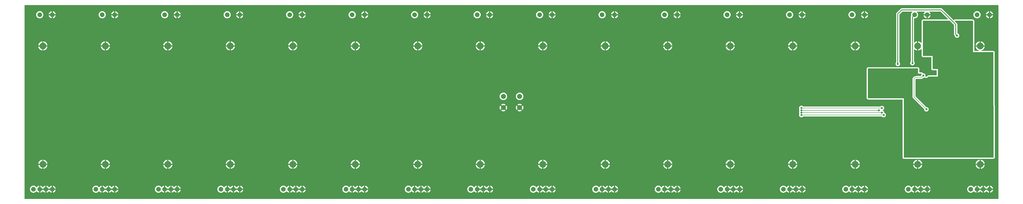
<source format=gtl>
G04 #@! TF.GenerationSoftware,KiCad,Pcbnew,9.0.6*
G04 #@! TF.CreationDate,2025-12-16T13:31:05+01:00*
G04 #@! TF.ProjectId,MBO,4d424f2e-6b69-4636-9164-5f7063625858,rev?*
G04 #@! TF.SameCoordinates,Original*
G04 #@! TF.FileFunction,Copper,L1,Top*
G04 #@! TF.FilePolarity,Positive*
%FSLAX46Y46*%
G04 Gerber Fmt 4.6, Leading zero omitted, Abs format (unit mm)*
G04 Created by KiCad (PCBNEW 9.0.6) date 2025-12-16 13:31:05*
%MOMM*%
%LPD*%
G01*
G04 APERTURE LIST*
G04 #@! TA.AperFunction,ComponentPad*
%ADD10C,1.860400*%
G04 #@! TD*
G04 #@! TA.AperFunction,ComponentPad*
%ADD11C,2.700000*%
G04 #@! TD*
G04 #@! TA.AperFunction,ComponentPad*
%ADD12C,2.000000*%
G04 #@! TD*
G04 #@! TA.AperFunction,ViaPad*
%ADD13C,0.800000*%
G04 #@! TD*
G04 #@! TA.AperFunction,Conductor*
%ADD14C,0.300000*%
G04 #@! TD*
G04 #@! TA.AperFunction,Conductor*
%ADD15C,0.200000*%
G04 #@! TD*
G04 APERTURE END LIST*
D10*
X252750000Y-228600000D03*
X250250000Y-228600000D03*
X252750000Y-158600000D03*
X255250000Y-228600000D03*
X257750000Y-228600000D03*
D11*
X254000000Y-218600000D03*
X254000000Y-171100000D03*
D10*
X257750000Y-158600000D03*
D12*
X338250000Y-191350000D03*
X344750000Y-191350000D03*
X338250000Y-195850000D03*
X344750000Y-195850000D03*
D10*
X177750000Y-228600000D03*
X175250000Y-228600000D03*
X177750000Y-158600000D03*
X180250000Y-228600000D03*
X182750000Y-228600000D03*
D11*
X179000000Y-218600000D03*
X179000000Y-171100000D03*
D10*
X182750000Y-158600000D03*
X352750000Y-228600000D03*
X350250000Y-228600000D03*
X352750000Y-158600000D03*
X355250000Y-228600000D03*
X357750000Y-228600000D03*
D11*
X354000000Y-218600000D03*
X354000000Y-171100000D03*
D10*
X357750000Y-158600000D03*
X502750000Y-228600000D03*
X500250000Y-228600000D03*
X502750000Y-158600000D03*
X505250000Y-228600000D03*
X507750000Y-228600000D03*
D11*
X504000000Y-218600000D03*
X504000000Y-171100000D03*
D10*
X507750000Y-158600000D03*
X377750000Y-228600000D03*
X375250000Y-228600000D03*
X377750000Y-158600000D03*
X380250000Y-228600000D03*
X382750000Y-228600000D03*
D11*
X379000000Y-218600000D03*
X379000000Y-171100000D03*
D10*
X382750000Y-158600000D03*
X527750000Y-228600000D03*
X525250000Y-228600000D03*
X527750000Y-158600000D03*
X530250000Y-228600000D03*
X532750000Y-228600000D03*
D11*
X529000000Y-218600000D03*
X529000000Y-171100000D03*
D10*
X532750000Y-158600000D03*
X327750000Y-228600000D03*
X325250000Y-228600000D03*
X327750000Y-158600000D03*
X330250000Y-228600000D03*
X332750000Y-228600000D03*
D11*
X329000000Y-218600000D03*
X329000000Y-171100000D03*
D10*
X332750000Y-158600000D03*
X427750000Y-228600000D03*
X425250000Y-228600000D03*
X427750000Y-158600000D03*
X430250000Y-228600000D03*
X432750000Y-228600000D03*
D11*
X429000000Y-218600000D03*
X429000000Y-171100000D03*
D10*
X432750000Y-158600000D03*
X452750000Y-228600000D03*
X450250000Y-228600000D03*
X452750000Y-158600000D03*
X455250000Y-228600000D03*
X457750000Y-228600000D03*
D11*
X454000000Y-218600000D03*
X454000000Y-171100000D03*
D10*
X457750000Y-158600000D03*
X227750000Y-228600000D03*
X225250000Y-228600000D03*
X227750000Y-158600000D03*
X230250000Y-228600000D03*
X232750000Y-228600000D03*
D11*
X229000000Y-218600000D03*
X229000000Y-171100000D03*
D10*
X232750000Y-158600000D03*
X202750000Y-228600000D03*
X200250000Y-228600000D03*
X202750000Y-158600000D03*
X205250000Y-228600000D03*
X207750000Y-228600000D03*
D11*
X204000000Y-218600000D03*
X204000000Y-171100000D03*
D10*
X207750000Y-158600000D03*
X277750000Y-228600000D03*
X275250000Y-228600000D03*
X277750000Y-158600000D03*
X280250000Y-228600000D03*
X282750000Y-228600000D03*
D11*
X279000000Y-218600000D03*
X279000000Y-171100000D03*
D10*
X282750000Y-158600000D03*
X152750000Y-228600000D03*
X150250000Y-228600000D03*
X152750000Y-158600000D03*
X155250000Y-228600000D03*
X157750000Y-228600000D03*
D11*
X154000000Y-218600000D03*
X154000000Y-171100000D03*
D10*
X157750000Y-158600000D03*
X477750000Y-228600000D03*
X475250000Y-228600000D03*
X477750000Y-158600000D03*
X480250000Y-228600000D03*
X482750000Y-228600000D03*
D11*
X479000000Y-218600000D03*
X479000000Y-171100000D03*
D10*
X482750000Y-158600000D03*
X302750000Y-228600000D03*
X300250000Y-228600000D03*
X302750000Y-158600000D03*
X305250000Y-228600000D03*
X307750000Y-228600000D03*
D11*
X304000000Y-218600000D03*
X304000000Y-171100000D03*
D10*
X307750000Y-158600000D03*
X402750000Y-228600000D03*
X400250000Y-228600000D03*
X402750000Y-158600000D03*
X405250000Y-228600000D03*
X407750000Y-228600000D03*
D11*
X404000000Y-218600000D03*
X404000000Y-171100000D03*
D10*
X407750000Y-158600000D03*
D13*
X531350000Y-177950000D03*
X486500000Y-189600000D03*
X496800000Y-185750000D03*
X514400000Y-207800000D03*
X503400000Y-208800000D03*
X504200000Y-190900000D03*
X508050000Y-190300000D03*
X513750000Y-214950000D03*
X510800000Y-198900000D03*
X516325000Y-166200000D03*
X516000000Y-186300000D03*
X503950000Y-198050000D03*
X510600000Y-194950000D03*
X502850000Y-183000000D03*
X517400000Y-201100000D03*
X524500000Y-174600000D03*
X522800000Y-168775000D03*
X522250000Y-192050000D03*
X527050000Y-179400000D03*
X514600000Y-162550000D03*
X525600000Y-202900000D03*
X513800000Y-192950000D03*
X504050000Y-187050000D03*
X528400000Y-205150000D03*
X522200000Y-196650000D03*
X507100000Y-163950000D03*
X503750000Y-214950000D03*
X511250000Y-190850000D03*
X527100000Y-192550000D03*
X527350000Y-214800000D03*
X505500000Y-204400000D03*
X517500000Y-194150000D03*
X500175000Y-201850000D03*
X514250000Y-201100000D03*
X513500000Y-175450000D03*
X517500000Y-182100000D03*
X528350000Y-188200000D03*
X524800000Y-190200000D03*
X521825000Y-170800000D03*
X520700000Y-207400000D03*
X519350000Y-173450000D03*
X525950000Y-196550000D03*
X522650000Y-179900000D03*
X507800000Y-201050000D03*
X496050000Y-178350000D03*
X519750000Y-166950000D03*
X492775000Y-194500000D03*
X495248409Y-194774170D03*
X507400000Y-183050000D03*
X508200000Y-180600000D03*
X485800000Y-200550000D03*
X501900000Y-178000000D03*
X507500000Y-196550000D03*
X506250000Y-183000000D03*
X457450000Y-198850000D03*
X490400000Y-198850000D03*
X488450000Y-196950000D03*
X457450000Y-196945194D03*
X489700000Y-197900000D03*
X457450000Y-197897597D03*
X457450000Y-195992791D03*
X489700000Y-196050000D03*
D14*
X496050000Y-158250000D02*
X497650000Y-156650000D01*
X519200000Y-162450000D02*
X519200000Y-166400000D01*
X519200000Y-166400000D02*
X519750000Y-166950000D01*
X497650000Y-156650000D02*
X513400000Y-156650000D01*
X496050000Y-178350000D02*
X496050000Y-158250000D01*
X513400000Y-156650000D02*
X519200000Y-162450000D01*
X501900000Y-178000000D02*
X501900000Y-159450000D01*
X501900000Y-159450000D02*
X502750000Y-158600000D01*
D15*
X505500000Y-183750000D02*
X506250000Y-183000000D01*
X503050000Y-183750000D02*
X505500000Y-183750000D01*
X502550000Y-191600000D02*
X502550000Y-184250000D01*
X507500000Y-196550000D02*
X502550000Y-191600000D01*
X502550000Y-184250000D02*
X503050000Y-183750000D01*
X490400000Y-198850000D02*
X457450000Y-198850000D01*
X457454806Y-196950000D02*
X457450000Y-196945194D01*
X488450000Y-196950000D02*
X457454806Y-196950000D01*
X457450000Y-196945194D02*
X457504806Y-197000000D01*
X489700000Y-197900000D02*
X457452403Y-197900000D01*
X457452403Y-197900000D02*
X457450000Y-197897597D01*
X457450000Y-195992791D02*
X487642791Y-195992791D01*
X487650000Y-196000000D02*
X489650000Y-196000000D01*
X489650000Y-196000000D02*
X489700000Y-196050000D01*
X457457209Y-196000000D02*
X457450000Y-195992791D01*
X487642791Y-195992791D02*
X487650000Y-196000000D01*
G04 #@! TA.AperFunction,Conductor*
G36*
X154690889Y-228368409D02*
G01*
X154650000Y-228521009D01*
X154650000Y-228678991D01*
X154690889Y-228831591D01*
X154701518Y-228850000D01*
X153298482Y-228850000D01*
X153309111Y-228831591D01*
X153350000Y-228678991D01*
X153350000Y-228521009D01*
X153309111Y-228368409D01*
X153298482Y-228350000D01*
X154701518Y-228350000D01*
X154690889Y-228368409D01*
G37*
G04 #@! TD.AperFunction*
G04 #@! TA.AperFunction,Conductor*
G36*
X157190889Y-228368409D02*
G01*
X157150000Y-228521009D01*
X157150000Y-228678991D01*
X157190889Y-228831591D01*
X157201518Y-228850000D01*
X155798482Y-228850000D01*
X155809111Y-228831591D01*
X155850000Y-228678991D01*
X155850000Y-228521009D01*
X155809111Y-228368409D01*
X155798482Y-228350000D01*
X157201518Y-228350000D01*
X157190889Y-228368409D01*
G37*
G04 #@! TD.AperFunction*
G04 #@! TA.AperFunction,Conductor*
G36*
X179690889Y-228368409D02*
G01*
X179650000Y-228521009D01*
X179650000Y-228678991D01*
X179690889Y-228831591D01*
X179701518Y-228850000D01*
X178298482Y-228850000D01*
X178309111Y-228831591D01*
X178350000Y-228678991D01*
X178350000Y-228521009D01*
X178309111Y-228368409D01*
X178298482Y-228350000D01*
X179701518Y-228350000D01*
X179690889Y-228368409D01*
G37*
G04 #@! TD.AperFunction*
G04 #@! TA.AperFunction,Conductor*
G36*
X182190889Y-228368409D02*
G01*
X182150000Y-228521009D01*
X182150000Y-228678991D01*
X182190889Y-228831591D01*
X182201518Y-228850000D01*
X180798482Y-228850000D01*
X180809111Y-228831591D01*
X180850000Y-228678991D01*
X180850000Y-228521009D01*
X180809111Y-228368409D01*
X180798482Y-228350000D01*
X182201518Y-228350000D01*
X182190889Y-228368409D01*
G37*
G04 #@! TD.AperFunction*
G04 #@! TA.AperFunction,Conductor*
G36*
X204690889Y-228368409D02*
G01*
X204650000Y-228521009D01*
X204650000Y-228678991D01*
X204690889Y-228831591D01*
X204701518Y-228850000D01*
X203298482Y-228850000D01*
X203309111Y-228831591D01*
X203350000Y-228678991D01*
X203350000Y-228521009D01*
X203309111Y-228368409D01*
X203298482Y-228350000D01*
X204701518Y-228350000D01*
X204690889Y-228368409D01*
G37*
G04 #@! TD.AperFunction*
G04 #@! TA.AperFunction,Conductor*
G36*
X207190889Y-228368409D02*
G01*
X207150000Y-228521009D01*
X207150000Y-228678991D01*
X207190889Y-228831591D01*
X207201518Y-228850000D01*
X205798482Y-228850000D01*
X205809111Y-228831591D01*
X205850000Y-228678991D01*
X205850000Y-228521009D01*
X205809111Y-228368409D01*
X205798482Y-228350000D01*
X207201518Y-228350000D01*
X207190889Y-228368409D01*
G37*
G04 #@! TD.AperFunction*
G04 #@! TA.AperFunction,Conductor*
G36*
X229690889Y-228368409D02*
G01*
X229650000Y-228521009D01*
X229650000Y-228678991D01*
X229690889Y-228831591D01*
X229701518Y-228850000D01*
X228298482Y-228850000D01*
X228309111Y-228831591D01*
X228350000Y-228678991D01*
X228350000Y-228521009D01*
X228309111Y-228368409D01*
X228298482Y-228350000D01*
X229701518Y-228350000D01*
X229690889Y-228368409D01*
G37*
G04 #@! TD.AperFunction*
G04 #@! TA.AperFunction,Conductor*
G36*
X232190889Y-228368409D02*
G01*
X232150000Y-228521009D01*
X232150000Y-228678991D01*
X232190889Y-228831591D01*
X232201518Y-228850000D01*
X230798482Y-228850000D01*
X230809111Y-228831591D01*
X230850000Y-228678991D01*
X230850000Y-228521009D01*
X230809111Y-228368409D01*
X230798482Y-228350000D01*
X232201518Y-228350000D01*
X232190889Y-228368409D01*
G37*
G04 #@! TD.AperFunction*
G04 #@! TA.AperFunction,Conductor*
G36*
X254690889Y-228368409D02*
G01*
X254650000Y-228521009D01*
X254650000Y-228678991D01*
X254690889Y-228831591D01*
X254701518Y-228850000D01*
X253298482Y-228850000D01*
X253309111Y-228831591D01*
X253350000Y-228678991D01*
X253350000Y-228521009D01*
X253309111Y-228368409D01*
X253298482Y-228350000D01*
X254701518Y-228350000D01*
X254690889Y-228368409D01*
G37*
G04 #@! TD.AperFunction*
G04 #@! TA.AperFunction,Conductor*
G36*
X257190889Y-228368409D02*
G01*
X257150000Y-228521009D01*
X257150000Y-228678991D01*
X257190889Y-228831591D01*
X257201518Y-228850000D01*
X255798482Y-228850000D01*
X255809111Y-228831591D01*
X255850000Y-228678991D01*
X255850000Y-228521009D01*
X255809111Y-228368409D01*
X255798482Y-228350000D01*
X257201518Y-228350000D01*
X257190889Y-228368409D01*
G37*
G04 #@! TD.AperFunction*
G04 #@! TA.AperFunction,Conductor*
G36*
X279690889Y-228368409D02*
G01*
X279650000Y-228521009D01*
X279650000Y-228678991D01*
X279690889Y-228831591D01*
X279701518Y-228850000D01*
X278298482Y-228850000D01*
X278309111Y-228831591D01*
X278350000Y-228678991D01*
X278350000Y-228521009D01*
X278309111Y-228368409D01*
X278298482Y-228350000D01*
X279701518Y-228350000D01*
X279690889Y-228368409D01*
G37*
G04 #@! TD.AperFunction*
G04 #@! TA.AperFunction,Conductor*
G36*
X282190889Y-228368409D02*
G01*
X282150000Y-228521009D01*
X282150000Y-228678991D01*
X282190889Y-228831591D01*
X282201518Y-228850000D01*
X280798482Y-228850000D01*
X280809111Y-228831591D01*
X280850000Y-228678991D01*
X280850000Y-228521009D01*
X280809111Y-228368409D01*
X280798482Y-228350000D01*
X282201518Y-228350000D01*
X282190889Y-228368409D01*
G37*
G04 #@! TD.AperFunction*
G04 #@! TA.AperFunction,Conductor*
G36*
X304690889Y-228368409D02*
G01*
X304650000Y-228521009D01*
X304650000Y-228678991D01*
X304690889Y-228831591D01*
X304701518Y-228850000D01*
X303298482Y-228850000D01*
X303309111Y-228831591D01*
X303350000Y-228678991D01*
X303350000Y-228521009D01*
X303309111Y-228368409D01*
X303298482Y-228350000D01*
X304701518Y-228350000D01*
X304690889Y-228368409D01*
G37*
G04 #@! TD.AperFunction*
G04 #@! TA.AperFunction,Conductor*
G36*
X307190889Y-228368409D02*
G01*
X307150000Y-228521009D01*
X307150000Y-228678991D01*
X307190889Y-228831591D01*
X307201518Y-228850000D01*
X305798482Y-228850000D01*
X305809111Y-228831591D01*
X305850000Y-228678991D01*
X305850000Y-228521009D01*
X305809111Y-228368409D01*
X305798482Y-228350000D01*
X307201518Y-228350000D01*
X307190889Y-228368409D01*
G37*
G04 #@! TD.AperFunction*
G04 #@! TA.AperFunction,Conductor*
G36*
X329690889Y-228368409D02*
G01*
X329650000Y-228521009D01*
X329650000Y-228678991D01*
X329690889Y-228831591D01*
X329701518Y-228850000D01*
X328298482Y-228850000D01*
X328309111Y-228831591D01*
X328350000Y-228678991D01*
X328350000Y-228521009D01*
X328309111Y-228368409D01*
X328298482Y-228350000D01*
X329701518Y-228350000D01*
X329690889Y-228368409D01*
G37*
G04 #@! TD.AperFunction*
G04 #@! TA.AperFunction,Conductor*
G36*
X332190889Y-228368409D02*
G01*
X332150000Y-228521009D01*
X332150000Y-228678991D01*
X332190889Y-228831591D01*
X332201518Y-228850000D01*
X330798482Y-228850000D01*
X330809111Y-228831591D01*
X330850000Y-228678991D01*
X330850000Y-228521009D01*
X330809111Y-228368409D01*
X330798482Y-228350000D01*
X332201518Y-228350000D01*
X332190889Y-228368409D01*
G37*
G04 #@! TD.AperFunction*
G04 #@! TA.AperFunction,Conductor*
G36*
X354690889Y-228368409D02*
G01*
X354650000Y-228521009D01*
X354650000Y-228678991D01*
X354690889Y-228831591D01*
X354701518Y-228850000D01*
X353298482Y-228850000D01*
X353309111Y-228831591D01*
X353350000Y-228678991D01*
X353350000Y-228521009D01*
X353309111Y-228368409D01*
X353298482Y-228350000D01*
X354701518Y-228350000D01*
X354690889Y-228368409D01*
G37*
G04 #@! TD.AperFunction*
G04 #@! TA.AperFunction,Conductor*
G36*
X357190889Y-228368409D02*
G01*
X357150000Y-228521009D01*
X357150000Y-228678991D01*
X357190889Y-228831591D01*
X357201518Y-228850000D01*
X355798482Y-228850000D01*
X355809111Y-228831591D01*
X355850000Y-228678991D01*
X355850000Y-228521009D01*
X355809111Y-228368409D01*
X355798482Y-228350000D01*
X357201518Y-228350000D01*
X357190889Y-228368409D01*
G37*
G04 #@! TD.AperFunction*
G04 #@! TA.AperFunction,Conductor*
G36*
X379690889Y-228368409D02*
G01*
X379650000Y-228521009D01*
X379650000Y-228678991D01*
X379690889Y-228831591D01*
X379701518Y-228850000D01*
X378298482Y-228850000D01*
X378309111Y-228831591D01*
X378350000Y-228678991D01*
X378350000Y-228521009D01*
X378309111Y-228368409D01*
X378298482Y-228350000D01*
X379701518Y-228350000D01*
X379690889Y-228368409D01*
G37*
G04 #@! TD.AperFunction*
G04 #@! TA.AperFunction,Conductor*
G36*
X382190889Y-228368409D02*
G01*
X382150000Y-228521009D01*
X382150000Y-228678991D01*
X382190889Y-228831591D01*
X382201518Y-228850000D01*
X380798482Y-228850000D01*
X380809111Y-228831591D01*
X380850000Y-228678991D01*
X380850000Y-228521009D01*
X380809111Y-228368409D01*
X380798482Y-228350000D01*
X382201518Y-228350000D01*
X382190889Y-228368409D01*
G37*
G04 #@! TD.AperFunction*
G04 #@! TA.AperFunction,Conductor*
G36*
X404690889Y-228368409D02*
G01*
X404650000Y-228521009D01*
X404650000Y-228678991D01*
X404690889Y-228831591D01*
X404701518Y-228850000D01*
X403298482Y-228850000D01*
X403309111Y-228831591D01*
X403350000Y-228678991D01*
X403350000Y-228521009D01*
X403309111Y-228368409D01*
X403298482Y-228350000D01*
X404701518Y-228350000D01*
X404690889Y-228368409D01*
G37*
G04 #@! TD.AperFunction*
G04 #@! TA.AperFunction,Conductor*
G36*
X407190889Y-228368409D02*
G01*
X407150000Y-228521009D01*
X407150000Y-228678991D01*
X407190889Y-228831591D01*
X407201518Y-228850000D01*
X405798482Y-228850000D01*
X405809111Y-228831591D01*
X405850000Y-228678991D01*
X405850000Y-228521009D01*
X405809111Y-228368409D01*
X405798482Y-228350000D01*
X407201518Y-228350000D01*
X407190889Y-228368409D01*
G37*
G04 #@! TD.AperFunction*
G04 #@! TA.AperFunction,Conductor*
G36*
X429690889Y-228368409D02*
G01*
X429650000Y-228521009D01*
X429650000Y-228678991D01*
X429690889Y-228831591D01*
X429701518Y-228850000D01*
X428298482Y-228850000D01*
X428309111Y-228831591D01*
X428350000Y-228678991D01*
X428350000Y-228521009D01*
X428309111Y-228368409D01*
X428298482Y-228350000D01*
X429701518Y-228350000D01*
X429690889Y-228368409D01*
G37*
G04 #@! TD.AperFunction*
G04 #@! TA.AperFunction,Conductor*
G36*
X432190889Y-228368409D02*
G01*
X432150000Y-228521009D01*
X432150000Y-228678991D01*
X432190889Y-228831591D01*
X432201518Y-228850000D01*
X430798482Y-228850000D01*
X430809111Y-228831591D01*
X430850000Y-228678991D01*
X430850000Y-228521009D01*
X430809111Y-228368409D01*
X430798482Y-228350000D01*
X432201518Y-228350000D01*
X432190889Y-228368409D01*
G37*
G04 #@! TD.AperFunction*
G04 #@! TA.AperFunction,Conductor*
G36*
X454690889Y-228368409D02*
G01*
X454650000Y-228521009D01*
X454650000Y-228678991D01*
X454690889Y-228831591D01*
X454701518Y-228850000D01*
X453298482Y-228850000D01*
X453309111Y-228831591D01*
X453350000Y-228678991D01*
X453350000Y-228521009D01*
X453309111Y-228368409D01*
X453298482Y-228350000D01*
X454701518Y-228350000D01*
X454690889Y-228368409D01*
G37*
G04 #@! TD.AperFunction*
G04 #@! TA.AperFunction,Conductor*
G36*
X457190889Y-228368409D02*
G01*
X457150000Y-228521009D01*
X457150000Y-228678991D01*
X457190889Y-228831591D01*
X457201518Y-228850000D01*
X455798482Y-228850000D01*
X455809111Y-228831591D01*
X455850000Y-228678991D01*
X455850000Y-228521009D01*
X455809111Y-228368409D01*
X455798482Y-228350000D01*
X457201518Y-228350000D01*
X457190889Y-228368409D01*
G37*
G04 #@! TD.AperFunction*
G04 #@! TA.AperFunction,Conductor*
G36*
X479690889Y-228368409D02*
G01*
X479650000Y-228521009D01*
X479650000Y-228678991D01*
X479690889Y-228831591D01*
X479701518Y-228850000D01*
X478298482Y-228850000D01*
X478309111Y-228831591D01*
X478350000Y-228678991D01*
X478350000Y-228521009D01*
X478309111Y-228368409D01*
X478298482Y-228350000D01*
X479701518Y-228350000D01*
X479690889Y-228368409D01*
G37*
G04 #@! TD.AperFunction*
G04 #@! TA.AperFunction,Conductor*
G36*
X482190889Y-228368409D02*
G01*
X482150000Y-228521009D01*
X482150000Y-228678991D01*
X482190889Y-228831591D01*
X482201518Y-228850000D01*
X480798482Y-228850000D01*
X480809111Y-228831591D01*
X480850000Y-228678991D01*
X480850000Y-228521009D01*
X480809111Y-228368409D01*
X480798482Y-228350000D01*
X482201518Y-228350000D01*
X482190889Y-228368409D01*
G37*
G04 #@! TD.AperFunction*
G04 #@! TA.AperFunction,Conductor*
G36*
X504690889Y-228368409D02*
G01*
X504650000Y-228521009D01*
X504650000Y-228678991D01*
X504690889Y-228831591D01*
X504701518Y-228850000D01*
X503298482Y-228850000D01*
X503309111Y-228831591D01*
X503350000Y-228678991D01*
X503350000Y-228521009D01*
X503309111Y-228368409D01*
X503298482Y-228350000D01*
X504701518Y-228350000D01*
X504690889Y-228368409D01*
G37*
G04 #@! TD.AperFunction*
G04 #@! TA.AperFunction,Conductor*
G36*
X507190889Y-228368409D02*
G01*
X507150000Y-228521009D01*
X507150000Y-228678991D01*
X507190889Y-228831591D01*
X507201518Y-228850000D01*
X505798482Y-228850000D01*
X505809111Y-228831591D01*
X505850000Y-228678991D01*
X505850000Y-228521009D01*
X505809111Y-228368409D01*
X505798482Y-228350000D01*
X507201518Y-228350000D01*
X507190889Y-228368409D01*
G37*
G04 #@! TD.AperFunction*
G04 #@! TA.AperFunction,Conductor*
G36*
X529690889Y-228368409D02*
G01*
X529650000Y-228521009D01*
X529650000Y-228678991D01*
X529690889Y-228831591D01*
X529701518Y-228850000D01*
X528298482Y-228850000D01*
X528309111Y-228831591D01*
X528350000Y-228678991D01*
X528350000Y-228521009D01*
X528309111Y-228368409D01*
X528298482Y-228350000D01*
X529701518Y-228350000D01*
X529690889Y-228368409D01*
G37*
G04 #@! TD.AperFunction*
G04 #@! TA.AperFunction,Conductor*
G36*
X532190889Y-228368409D02*
G01*
X532150000Y-228521009D01*
X532150000Y-228678991D01*
X532190889Y-228831591D01*
X532201518Y-228850000D01*
X530798482Y-228850000D01*
X530809111Y-228831591D01*
X530850000Y-228678991D01*
X530850000Y-228521009D01*
X530809111Y-228368409D01*
X530798482Y-228350000D01*
X532201518Y-228350000D01*
X532190889Y-228368409D01*
G37*
G04 #@! TD.AperFunction*
G04 #@! TA.AperFunction,Conductor*
G36*
X506794570Y-157320185D02*
G01*
X506840325Y-157372989D01*
X506850269Y-157442147D01*
X506821244Y-157505703D01*
X506815212Y-157512181D01*
X506659107Y-157668285D01*
X506659107Y-157668286D01*
X506526784Y-157850411D01*
X506424580Y-158050996D01*
X506355017Y-158265089D01*
X506355017Y-158265092D01*
X506341569Y-158350000D01*
X507201518Y-158350000D01*
X507190889Y-158368409D01*
X507150000Y-158521009D01*
X507150000Y-158678991D01*
X507190889Y-158831591D01*
X507201518Y-158850000D01*
X506341569Y-158850000D01*
X506355017Y-158934907D01*
X506355017Y-158934910D01*
X506424580Y-159149003D01*
X506526784Y-159349588D01*
X506659107Y-159531713D01*
X506659107Y-159531714D01*
X506818285Y-159690892D01*
X507000411Y-159823215D01*
X507200996Y-159925419D01*
X507415091Y-159994982D01*
X507500000Y-160008431D01*
X507500000Y-159148482D01*
X507518409Y-159159111D01*
X507671009Y-159200000D01*
X507828991Y-159200000D01*
X507981591Y-159159111D01*
X508000000Y-159148482D01*
X508000000Y-160008431D01*
X508084907Y-159994982D01*
X508084910Y-159994982D01*
X508299003Y-159925419D01*
X508499588Y-159823215D01*
X508681713Y-159690892D01*
X508681714Y-159690892D01*
X508840892Y-159531714D01*
X508840892Y-159531713D01*
X508973215Y-159349588D01*
X509075419Y-159149003D01*
X509144982Y-158934910D01*
X509144982Y-158934907D01*
X509158431Y-158850000D01*
X508298482Y-158850000D01*
X508309111Y-158831591D01*
X508350000Y-158678991D01*
X508350000Y-158521009D01*
X508309111Y-158368409D01*
X508298482Y-158350000D01*
X509158431Y-158350000D01*
X509144982Y-158265092D01*
X509144982Y-158265089D01*
X509075419Y-158050996D01*
X508973215Y-157850411D01*
X508840892Y-157668286D01*
X508840892Y-157668285D01*
X508684788Y-157512181D01*
X508651303Y-157450858D01*
X508656287Y-157381166D01*
X508698159Y-157325233D01*
X508763623Y-157300816D01*
X508772469Y-157300500D01*
X513079192Y-157300500D01*
X513146231Y-157320185D01*
X513166873Y-157336819D01*
X516112873Y-160282819D01*
X516146358Y-160344142D01*
X516141374Y-160413834D01*
X516099502Y-160469767D01*
X516034038Y-160494184D01*
X516025192Y-160494500D01*
X506224000Y-160494500D01*
X506223991Y-160494500D01*
X506223990Y-160494501D01*
X506116549Y-160506052D01*
X506116537Y-160506054D01*
X506065027Y-160517260D01*
X505962502Y-160551383D01*
X505962496Y-160551386D01*
X505841462Y-160629171D01*
X505841451Y-160629179D01*
X505788659Y-160674923D01*
X505694433Y-160783664D01*
X505694430Y-160783668D01*
X505634664Y-160914534D01*
X505614976Y-160981582D01*
X505609949Y-161016549D01*
X505594502Y-161123990D01*
X505594500Y-161124001D01*
X505594500Y-169778842D01*
X505574815Y-169845881D01*
X505522011Y-169891636D01*
X505452853Y-169901580D01*
X505389297Y-169872555D01*
X505382819Y-169866523D01*
X505222412Y-169706116D01*
X505222405Y-169706110D01*
X505030009Y-169558480D01*
X504819993Y-169437227D01*
X504819978Y-169437220D01*
X504595939Y-169344421D01*
X504361687Y-169281653D01*
X504250000Y-169266948D01*
X504250000Y-170130136D01*
X504098491Y-170100000D01*
X503901509Y-170100000D01*
X503750000Y-170130136D01*
X503750000Y-169266948D01*
X503638312Y-169281653D01*
X503404060Y-169344421D01*
X503180021Y-169437220D01*
X503180006Y-169437227D01*
X502969990Y-169558480D01*
X502777594Y-169706110D01*
X502777587Y-169706116D01*
X502762181Y-169721523D01*
X502700858Y-169755008D01*
X502631166Y-169750024D01*
X502575233Y-169708152D01*
X502550816Y-169642688D01*
X502550500Y-169633842D01*
X502550500Y-160154700D01*
X502570185Y-160087661D01*
X502622989Y-160041906D01*
X502674500Y-160030700D01*
X502862598Y-160030700D01*
X502862599Y-160030700D01*
X503085023Y-159995471D01*
X503299198Y-159925882D01*
X503499850Y-159823644D01*
X503682038Y-159691277D01*
X503841277Y-159532038D01*
X503973644Y-159349850D01*
X504075882Y-159149198D01*
X504145471Y-158935023D01*
X504180700Y-158712599D01*
X504180700Y-158487401D01*
X504145471Y-158264977D01*
X504098327Y-158119881D01*
X504075883Y-158050804D01*
X504075882Y-158050801D01*
X504020380Y-157941874D01*
X503973644Y-157850150D01*
X503956733Y-157826874D01*
X503841282Y-157667968D01*
X503841278Y-157667963D01*
X503685496Y-157512181D01*
X503652011Y-157450858D01*
X503656995Y-157381166D01*
X503698867Y-157325233D01*
X503764331Y-157300816D01*
X503773177Y-157300500D01*
X506727531Y-157300500D01*
X506794570Y-157320185D01*
G37*
G04 #@! TD.AperFunction*
G04 #@! TA.AperFunction,Conductor*
G36*
X536242539Y-154720185D02*
G01*
X536288294Y-154772989D01*
X536299500Y-154824500D01*
X536299500Y-232375500D01*
X536279815Y-232442539D01*
X536227011Y-232488294D01*
X536175500Y-232499500D01*
X146824500Y-232499500D01*
X146757461Y-232479815D01*
X146711706Y-232427011D01*
X146700500Y-232375500D01*
X146700500Y-228487401D01*
X148819300Y-228487401D01*
X148819300Y-228712598D01*
X148854529Y-228935024D01*
X148924116Y-229149195D01*
X148924117Y-229149198D01*
X149026358Y-229349853D01*
X149158717Y-229532031D01*
X149158721Y-229532036D01*
X149317963Y-229691278D01*
X149317968Y-229691282D01*
X149476874Y-229806733D01*
X149500150Y-229823644D01*
X149631317Y-229890477D01*
X149700801Y-229925882D01*
X149700804Y-229925883D01*
X149807889Y-229960676D01*
X149914977Y-229995471D01*
X150137401Y-230030700D01*
X150137402Y-230030700D01*
X150362598Y-230030700D01*
X150362599Y-230030700D01*
X150585023Y-229995471D01*
X150799198Y-229925882D01*
X150999850Y-229823644D01*
X151182038Y-229691277D01*
X151341277Y-229532038D01*
X151399992Y-229451223D01*
X151455320Y-229408559D01*
X151524933Y-229402580D01*
X151586728Y-229435185D01*
X151600627Y-229451224D01*
X151659106Y-229531713D01*
X151818285Y-229690892D01*
X152000411Y-229823215D01*
X152200996Y-229925419D01*
X152415091Y-229994982D01*
X152500000Y-230008431D01*
X152500000Y-229148482D01*
X152518409Y-229159111D01*
X152671009Y-229200000D01*
X152828991Y-229200000D01*
X152981591Y-229159111D01*
X153000000Y-229148482D01*
X153000000Y-230008430D01*
X153084907Y-229994982D01*
X153084910Y-229994982D01*
X153299003Y-229925419D01*
X153499588Y-229823215D01*
X153681713Y-229690892D01*
X153681714Y-229690892D01*
X153840892Y-229531714D01*
X153899682Y-229450798D01*
X153955012Y-229408133D01*
X154024625Y-229402154D01*
X154086420Y-229434760D01*
X154100318Y-229450798D01*
X154159107Y-229531714D01*
X154318285Y-229690892D01*
X154500411Y-229823215D01*
X154700996Y-229925419D01*
X154915091Y-229994982D01*
X155000000Y-230008431D01*
X155000000Y-229148482D01*
X155018409Y-229159111D01*
X155171009Y-229200000D01*
X155328991Y-229200000D01*
X155481591Y-229159111D01*
X155500000Y-229148482D01*
X155500000Y-230008431D01*
X155584907Y-229994982D01*
X155584910Y-229994982D01*
X155799003Y-229925419D01*
X155999588Y-229823215D01*
X156181713Y-229690892D01*
X156181714Y-229690892D01*
X156340892Y-229531714D01*
X156399682Y-229450798D01*
X156455012Y-229408133D01*
X156524625Y-229402154D01*
X156586420Y-229434760D01*
X156600318Y-229450798D01*
X156659107Y-229531714D01*
X156818285Y-229690892D01*
X157000411Y-229823215D01*
X157200996Y-229925419D01*
X157415091Y-229994982D01*
X157500000Y-230008431D01*
X157500000Y-229148482D01*
X157518409Y-229159111D01*
X157671009Y-229200000D01*
X157828991Y-229200000D01*
X157981591Y-229159111D01*
X158000000Y-229148482D01*
X158000000Y-230008431D01*
X158084907Y-229994982D01*
X158084910Y-229994982D01*
X158299003Y-229925419D01*
X158499588Y-229823215D01*
X158681713Y-229690892D01*
X158681714Y-229690892D01*
X158840892Y-229531714D01*
X158840892Y-229531713D01*
X158973215Y-229349588D01*
X159075419Y-229149003D01*
X159144982Y-228934910D01*
X159144982Y-228934907D01*
X159158431Y-228850000D01*
X158298482Y-228850000D01*
X158309111Y-228831591D01*
X158350000Y-228678991D01*
X158350000Y-228521009D01*
X158340995Y-228487401D01*
X173819300Y-228487401D01*
X173819300Y-228712598D01*
X173854529Y-228935024D01*
X173924116Y-229149195D01*
X173924117Y-229149198D01*
X174026358Y-229349853D01*
X174158717Y-229532031D01*
X174158721Y-229532036D01*
X174317963Y-229691278D01*
X174317968Y-229691282D01*
X174476874Y-229806733D01*
X174500150Y-229823644D01*
X174631317Y-229890477D01*
X174700801Y-229925882D01*
X174700804Y-229925883D01*
X174807889Y-229960676D01*
X174914977Y-229995471D01*
X175137401Y-230030700D01*
X175137402Y-230030700D01*
X175362598Y-230030700D01*
X175362599Y-230030700D01*
X175585023Y-229995471D01*
X175799198Y-229925882D01*
X175999850Y-229823644D01*
X176182038Y-229691277D01*
X176341277Y-229532038D01*
X176399992Y-229451223D01*
X176455320Y-229408559D01*
X176524933Y-229402580D01*
X176586728Y-229435185D01*
X176600627Y-229451224D01*
X176659106Y-229531713D01*
X176818285Y-229690892D01*
X177000411Y-229823215D01*
X177200996Y-229925419D01*
X177415091Y-229994982D01*
X177500000Y-230008431D01*
X177500000Y-229148482D01*
X177518409Y-229159111D01*
X177671009Y-229200000D01*
X177828991Y-229200000D01*
X177981591Y-229159111D01*
X178000000Y-229148482D01*
X178000000Y-230008431D01*
X178084907Y-229994982D01*
X178084910Y-229994982D01*
X178299003Y-229925419D01*
X178499588Y-229823215D01*
X178681713Y-229690892D01*
X178681714Y-229690892D01*
X178840892Y-229531714D01*
X178899682Y-229450798D01*
X178955012Y-229408133D01*
X179024625Y-229402154D01*
X179086420Y-229434760D01*
X179100318Y-229450798D01*
X179159107Y-229531714D01*
X179318285Y-229690892D01*
X179500411Y-229823215D01*
X179700996Y-229925419D01*
X179915091Y-229994982D01*
X180000000Y-230008431D01*
X180000000Y-229148482D01*
X180018409Y-229159111D01*
X180171009Y-229200000D01*
X180328991Y-229200000D01*
X180481591Y-229159111D01*
X180500000Y-229148482D01*
X180500000Y-230008431D01*
X180584907Y-229994982D01*
X180584910Y-229994982D01*
X180799003Y-229925419D01*
X180999588Y-229823215D01*
X181181713Y-229690892D01*
X181181714Y-229690892D01*
X181340892Y-229531714D01*
X181399682Y-229450798D01*
X181455012Y-229408133D01*
X181524625Y-229402154D01*
X181586420Y-229434760D01*
X181600318Y-229450798D01*
X181659107Y-229531714D01*
X181818285Y-229690892D01*
X182000411Y-229823215D01*
X182200996Y-229925419D01*
X182415091Y-229994982D01*
X182500000Y-230008431D01*
X182500000Y-229148482D01*
X182518409Y-229159111D01*
X182671009Y-229200000D01*
X182828991Y-229200000D01*
X182981591Y-229159111D01*
X183000000Y-229148482D01*
X183000000Y-230008430D01*
X183084907Y-229994982D01*
X183084910Y-229994982D01*
X183299003Y-229925419D01*
X183499588Y-229823215D01*
X183681713Y-229690892D01*
X183681714Y-229690892D01*
X183840892Y-229531714D01*
X183840892Y-229531713D01*
X183973215Y-229349588D01*
X184075419Y-229149003D01*
X184144982Y-228934910D01*
X184144982Y-228934907D01*
X184158431Y-228850000D01*
X183298482Y-228850000D01*
X183309111Y-228831591D01*
X183350000Y-228678991D01*
X183350000Y-228521009D01*
X183340995Y-228487401D01*
X198819300Y-228487401D01*
X198819300Y-228712598D01*
X198854529Y-228935024D01*
X198924116Y-229149195D01*
X198924117Y-229149198D01*
X199026358Y-229349853D01*
X199158717Y-229532031D01*
X199158721Y-229532036D01*
X199317963Y-229691278D01*
X199317968Y-229691282D01*
X199476874Y-229806733D01*
X199500150Y-229823644D01*
X199631317Y-229890477D01*
X199700801Y-229925882D01*
X199700804Y-229925883D01*
X199807889Y-229960676D01*
X199914977Y-229995471D01*
X200137401Y-230030700D01*
X200137402Y-230030700D01*
X200362598Y-230030700D01*
X200362599Y-230030700D01*
X200585023Y-229995471D01*
X200799198Y-229925882D01*
X200999850Y-229823644D01*
X201182038Y-229691277D01*
X201341277Y-229532038D01*
X201399992Y-229451223D01*
X201455320Y-229408559D01*
X201524933Y-229402580D01*
X201586728Y-229435185D01*
X201600627Y-229451224D01*
X201659106Y-229531713D01*
X201818285Y-229690892D01*
X202000411Y-229823215D01*
X202200996Y-229925419D01*
X202415091Y-229994982D01*
X202500000Y-230008431D01*
X202500000Y-229148482D01*
X202518409Y-229159111D01*
X202671009Y-229200000D01*
X202828991Y-229200000D01*
X202981591Y-229159111D01*
X203000000Y-229148482D01*
X203000000Y-230008431D01*
X203084907Y-229994982D01*
X203084910Y-229994982D01*
X203299003Y-229925419D01*
X203499588Y-229823215D01*
X203681713Y-229690892D01*
X203681714Y-229690892D01*
X203840892Y-229531714D01*
X203899682Y-229450798D01*
X203955012Y-229408133D01*
X204024625Y-229402154D01*
X204086420Y-229434760D01*
X204100318Y-229450798D01*
X204159107Y-229531714D01*
X204318285Y-229690892D01*
X204500411Y-229823215D01*
X204700996Y-229925419D01*
X204915091Y-229994982D01*
X205000000Y-230008431D01*
X205000000Y-229148482D01*
X205018409Y-229159111D01*
X205171009Y-229200000D01*
X205328991Y-229200000D01*
X205481591Y-229159111D01*
X205500000Y-229148482D01*
X205500000Y-230008430D01*
X205584907Y-229994982D01*
X205584910Y-229994982D01*
X205799003Y-229925419D01*
X205999588Y-229823215D01*
X206181713Y-229690892D01*
X206181714Y-229690892D01*
X206340892Y-229531714D01*
X206399682Y-229450798D01*
X206455012Y-229408133D01*
X206524625Y-229402154D01*
X206586420Y-229434760D01*
X206600318Y-229450798D01*
X206659107Y-229531714D01*
X206818285Y-229690892D01*
X207000411Y-229823215D01*
X207200996Y-229925419D01*
X207415091Y-229994982D01*
X207500000Y-230008431D01*
X207500000Y-229148482D01*
X207518409Y-229159111D01*
X207671009Y-229200000D01*
X207828991Y-229200000D01*
X207981591Y-229159111D01*
X208000000Y-229148482D01*
X208000000Y-230008430D01*
X208084907Y-229994982D01*
X208084910Y-229994982D01*
X208299003Y-229925419D01*
X208499588Y-229823215D01*
X208681713Y-229690892D01*
X208681714Y-229690892D01*
X208840892Y-229531714D01*
X208840892Y-229531713D01*
X208973215Y-229349588D01*
X209075419Y-229149003D01*
X209144982Y-228934910D01*
X209144982Y-228934907D01*
X209158431Y-228850000D01*
X208298482Y-228850000D01*
X208309111Y-228831591D01*
X208350000Y-228678991D01*
X208350000Y-228521009D01*
X208340995Y-228487401D01*
X223819300Y-228487401D01*
X223819300Y-228712598D01*
X223854529Y-228935024D01*
X223924116Y-229149195D01*
X223924117Y-229149198D01*
X224026358Y-229349853D01*
X224158717Y-229532031D01*
X224158721Y-229532036D01*
X224317963Y-229691278D01*
X224317968Y-229691282D01*
X224476874Y-229806733D01*
X224500150Y-229823644D01*
X224631317Y-229890477D01*
X224700801Y-229925882D01*
X224700804Y-229925883D01*
X224807889Y-229960676D01*
X224914977Y-229995471D01*
X225137401Y-230030700D01*
X225137402Y-230030700D01*
X225362598Y-230030700D01*
X225362599Y-230030700D01*
X225585023Y-229995471D01*
X225799198Y-229925882D01*
X225999850Y-229823644D01*
X226182038Y-229691277D01*
X226341277Y-229532038D01*
X226399992Y-229451223D01*
X226455320Y-229408559D01*
X226524933Y-229402580D01*
X226586728Y-229435185D01*
X226600627Y-229451224D01*
X226659106Y-229531713D01*
X226818285Y-229690892D01*
X227000411Y-229823215D01*
X227200996Y-229925419D01*
X227415091Y-229994982D01*
X227500000Y-230008431D01*
X227500000Y-229148482D01*
X227518409Y-229159111D01*
X227671009Y-229200000D01*
X227828991Y-229200000D01*
X227981591Y-229159111D01*
X228000000Y-229148482D01*
X228000000Y-230008431D01*
X228084907Y-229994982D01*
X228084910Y-229994982D01*
X228299003Y-229925419D01*
X228499588Y-229823215D01*
X228681713Y-229690892D01*
X228681714Y-229690892D01*
X228840892Y-229531714D01*
X228899682Y-229450798D01*
X228955012Y-229408133D01*
X229024625Y-229402154D01*
X229086420Y-229434760D01*
X229100318Y-229450798D01*
X229159107Y-229531714D01*
X229318285Y-229690892D01*
X229500411Y-229823215D01*
X229700996Y-229925419D01*
X229915091Y-229994982D01*
X230000000Y-230008431D01*
X230000000Y-229148482D01*
X230018409Y-229159111D01*
X230171009Y-229200000D01*
X230328991Y-229200000D01*
X230481591Y-229159111D01*
X230500000Y-229148482D01*
X230500000Y-230008431D01*
X230584907Y-229994982D01*
X230584910Y-229994982D01*
X230799003Y-229925419D01*
X230999588Y-229823215D01*
X231181713Y-229690892D01*
X231181714Y-229690892D01*
X231340892Y-229531714D01*
X231399682Y-229450798D01*
X231455012Y-229408133D01*
X231524625Y-229402154D01*
X231586420Y-229434760D01*
X231600318Y-229450798D01*
X231659107Y-229531714D01*
X231818285Y-229690892D01*
X232000411Y-229823215D01*
X232200996Y-229925419D01*
X232415091Y-229994982D01*
X232500000Y-230008431D01*
X232500000Y-229148482D01*
X232518409Y-229159111D01*
X232671009Y-229200000D01*
X232828991Y-229200000D01*
X232981591Y-229159111D01*
X233000000Y-229148482D01*
X233000000Y-230008431D01*
X233084907Y-229994982D01*
X233084910Y-229994982D01*
X233299003Y-229925419D01*
X233499588Y-229823215D01*
X233681713Y-229690892D01*
X233681714Y-229690892D01*
X233840892Y-229531714D01*
X233840892Y-229531713D01*
X233973215Y-229349588D01*
X234075419Y-229149003D01*
X234144982Y-228934910D01*
X234144982Y-228934907D01*
X234158431Y-228850000D01*
X233298482Y-228850000D01*
X233309111Y-228831591D01*
X233350000Y-228678991D01*
X233350000Y-228521009D01*
X233340995Y-228487401D01*
X248819300Y-228487401D01*
X248819300Y-228712598D01*
X248854529Y-228935024D01*
X248924116Y-229149195D01*
X248924117Y-229149198D01*
X249026358Y-229349853D01*
X249158717Y-229532031D01*
X249158721Y-229532036D01*
X249317963Y-229691278D01*
X249317968Y-229691282D01*
X249476874Y-229806733D01*
X249500150Y-229823644D01*
X249631317Y-229890477D01*
X249700801Y-229925882D01*
X249700804Y-229925883D01*
X249807889Y-229960676D01*
X249914977Y-229995471D01*
X250137401Y-230030700D01*
X250137402Y-230030700D01*
X250362598Y-230030700D01*
X250362599Y-230030700D01*
X250585023Y-229995471D01*
X250799198Y-229925882D01*
X250999850Y-229823644D01*
X251182038Y-229691277D01*
X251341277Y-229532038D01*
X251399992Y-229451223D01*
X251455320Y-229408559D01*
X251524933Y-229402580D01*
X251586728Y-229435185D01*
X251600627Y-229451224D01*
X251659106Y-229531713D01*
X251818285Y-229690892D01*
X252000411Y-229823215D01*
X252200996Y-229925419D01*
X252415091Y-229994982D01*
X252500000Y-230008431D01*
X252500000Y-229148482D01*
X252518409Y-229159111D01*
X252671009Y-229200000D01*
X252828991Y-229200000D01*
X252981591Y-229159111D01*
X253000000Y-229148482D01*
X253000000Y-230008430D01*
X253084907Y-229994982D01*
X253084910Y-229994982D01*
X253299003Y-229925419D01*
X253499588Y-229823215D01*
X253681713Y-229690892D01*
X253681714Y-229690892D01*
X253840892Y-229531714D01*
X253899682Y-229450798D01*
X253955012Y-229408133D01*
X254024625Y-229402154D01*
X254086420Y-229434760D01*
X254100318Y-229450798D01*
X254159107Y-229531714D01*
X254318285Y-229690892D01*
X254500411Y-229823215D01*
X254700996Y-229925419D01*
X254915091Y-229994982D01*
X255000000Y-230008431D01*
X255000000Y-229148482D01*
X255018409Y-229159111D01*
X255171009Y-229200000D01*
X255328991Y-229200000D01*
X255481591Y-229159111D01*
X255500000Y-229148482D01*
X255500000Y-230008430D01*
X255584907Y-229994982D01*
X255584910Y-229994982D01*
X255799003Y-229925419D01*
X255999588Y-229823215D01*
X256181713Y-229690892D01*
X256181714Y-229690892D01*
X256340892Y-229531714D01*
X256399682Y-229450798D01*
X256455012Y-229408133D01*
X256524625Y-229402154D01*
X256586420Y-229434760D01*
X256600318Y-229450798D01*
X256659107Y-229531714D01*
X256818285Y-229690892D01*
X257000411Y-229823215D01*
X257200996Y-229925419D01*
X257415091Y-229994982D01*
X257500000Y-230008431D01*
X257500000Y-229148482D01*
X257518409Y-229159111D01*
X257671009Y-229200000D01*
X257828991Y-229200000D01*
X257981591Y-229159111D01*
X258000000Y-229148482D01*
X258000000Y-230008431D01*
X258084907Y-229994982D01*
X258084910Y-229994982D01*
X258299003Y-229925419D01*
X258499588Y-229823215D01*
X258681713Y-229690892D01*
X258681714Y-229690892D01*
X258840892Y-229531714D01*
X258840892Y-229531713D01*
X258973215Y-229349588D01*
X259075419Y-229149003D01*
X259144982Y-228934910D01*
X259144982Y-228934907D01*
X259158431Y-228850000D01*
X258298482Y-228850000D01*
X258309111Y-228831591D01*
X258350000Y-228678991D01*
X258350000Y-228521009D01*
X258340995Y-228487401D01*
X273819300Y-228487401D01*
X273819300Y-228712598D01*
X273854529Y-228935024D01*
X273924116Y-229149195D01*
X273924117Y-229149198D01*
X274026358Y-229349853D01*
X274158717Y-229532031D01*
X274158721Y-229532036D01*
X274317963Y-229691278D01*
X274317968Y-229691282D01*
X274476874Y-229806733D01*
X274500150Y-229823644D01*
X274631317Y-229890477D01*
X274700801Y-229925882D01*
X274700804Y-229925883D01*
X274807889Y-229960676D01*
X274914977Y-229995471D01*
X275137401Y-230030700D01*
X275137402Y-230030700D01*
X275362598Y-230030700D01*
X275362599Y-230030700D01*
X275585023Y-229995471D01*
X275799198Y-229925882D01*
X275999850Y-229823644D01*
X276182038Y-229691277D01*
X276341277Y-229532038D01*
X276399992Y-229451223D01*
X276455320Y-229408559D01*
X276524933Y-229402580D01*
X276586728Y-229435185D01*
X276600627Y-229451224D01*
X276659106Y-229531713D01*
X276818285Y-229690892D01*
X277000411Y-229823215D01*
X277200996Y-229925419D01*
X277415091Y-229994982D01*
X277500000Y-230008431D01*
X277500000Y-229148482D01*
X277518409Y-229159111D01*
X277671009Y-229200000D01*
X277828991Y-229200000D01*
X277981591Y-229159111D01*
X278000000Y-229148482D01*
X278000000Y-230008430D01*
X278084907Y-229994982D01*
X278084910Y-229994982D01*
X278299003Y-229925419D01*
X278499588Y-229823215D01*
X278681713Y-229690892D01*
X278681714Y-229690892D01*
X278840892Y-229531714D01*
X278899682Y-229450798D01*
X278955012Y-229408133D01*
X279024625Y-229402154D01*
X279086420Y-229434760D01*
X279100318Y-229450798D01*
X279159107Y-229531714D01*
X279318285Y-229690892D01*
X279500411Y-229823215D01*
X279700996Y-229925419D01*
X279915091Y-229994982D01*
X280000000Y-230008431D01*
X280000000Y-229148482D01*
X280018409Y-229159111D01*
X280171009Y-229200000D01*
X280328991Y-229200000D01*
X280481591Y-229159111D01*
X280500000Y-229148482D01*
X280500000Y-230008431D01*
X280584907Y-229994982D01*
X280584910Y-229994982D01*
X280799003Y-229925419D01*
X280999588Y-229823215D01*
X281181713Y-229690892D01*
X281181714Y-229690892D01*
X281340892Y-229531714D01*
X281399682Y-229450798D01*
X281455012Y-229408133D01*
X281524625Y-229402154D01*
X281586420Y-229434760D01*
X281600318Y-229450798D01*
X281659107Y-229531714D01*
X281818285Y-229690892D01*
X282000411Y-229823215D01*
X282200996Y-229925419D01*
X282415091Y-229994982D01*
X282500000Y-230008431D01*
X282500000Y-229148482D01*
X282518409Y-229159111D01*
X282671009Y-229200000D01*
X282828991Y-229200000D01*
X282981591Y-229159111D01*
X283000000Y-229148482D01*
X283000000Y-230008431D01*
X283084907Y-229994982D01*
X283084910Y-229994982D01*
X283299003Y-229925419D01*
X283499588Y-229823215D01*
X283681713Y-229690892D01*
X283681714Y-229690892D01*
X283840892Y-229531714D01*
X283840892Y-229531713D01*
X283973215Y-229349588D01*
X284075419Y-229149003D01*
X284144982Y-228934910D01*
X284144982Y-228934907D01*
X284158431Y-228850000D01*
X283298482Y-228850000D01*
X283309111Y-228831591D01*
X283350000Y-228678991D01*
X283350000Y-228521009D01*
X283340995Y-228487401D01*
X298819300Y-228487401D01*
X298819300Y-228712598D01*
X298854529Y-228935024D01*
X298924116Y-229149195D01*
X298924117Y-229149198D01*
X299026358Y-229349853D01*
X299158717Y-229532031D01*
X299158721Y-229532036D01*
X299317963Y-229691278D01*
X299317968Y-229691282D01*
X299476874Y-229806733D01*
X299500150Y-229823644D01*
X299631317Y-229890477D01*
X299700801Y-229925882D01*
X299700804Y-229925883D01*
X299807889Y-229960676D01*
X299914977Y-229995471D01*
X300137401Y-230030700D01*
X300137402Y-230030700D01*
X300362598Y-230030700D01*
X300362599Y-230030700D01*
X300585023Y-229995471D01*
X300799198Y-229925882D01*
X300999850Y-229823644D01*
X301182038Y-229691277D01*
X301341277Y-229532038D01*
X301399992Y-229451223D01*
X301455320Y-229408559D01*
X301524933Y-229402580D01*
X301586728Y-229435185D01*
X301600627Y-229451224D01*
X301659106Y-229531713D01*
X301818285Y-229690892D01*
X302000411Y-229823215D01*
X302200996Y-229925419D01*
X302415091Y-229994982D01*
X302500000Y-230008431D01*
X302500000Y-229148482D01*
X302518409Y-229159111D01*
X302671009Y-229200000D01*
X302828991Y-229200000D01*
X302981591Y-229159111D01*
X303000000Y-229148482D01*
X303000000Y-230008430D01*
X303084907Y-229994982D01*
X303084910Y-229994982D01*
X303299003Y-229925419D01*
X303499588Y-229823215D01*
X303681713Y-229690892D01*
X303681714Y-229690892D01*
X303840892Y-229531714D01*
X303899682Y-229450798D01*
X303955012Y-229408133D01*
X304024625Y-229402154D01*
X304086420Y-229434760D01*
X304100318Y-229450798D01*
X304159107Y-229531714D01*
X304318285Y-229690892D01*
X304500411Y-229823215D01*
X304700996Y-229925419D01*
X304915091Y-229994982D01*
X305000000Y-230008431D01*
X305000000Y-229148482D01*
X305018409Y-229159111D01*
X305171009Y-229200000D01*
X305328991Y-229200000D01*
X305481591Y-229159111D01*
X305500000Y-229148482D01*
X305500000Y-230008431D01*
X305584907Y-229994982D01*
X305584910Y-229994982D01*
X305799003Y-229925419D01*
X305999588Y-229823215D01*
X306181713Y-229690892D01*
X306181714Y-229690892D01*
X306340892Y-229531714D01*
X306399682Y-229450798D01*
X306455012Y-229408133D01*
X306524625Y-229402154D01*
X306586420Y-229434760D01*
X306600318Y-229450798D01*
X306659107Y-229531714D01*
X306818285Y-229690892D01*
X307000411Y-229823215D01*
X307200996Y-229925419D01*
X307415091Y-229994982D01*
X307500000Y-230008431D01*
X307500000Y-229148482D01*
X307518409Y-229159111D01*
X307671009Y-229200000D01*
X307828991Y-229200000D01*
X307981591Y-229159111D01*
X308000000Y-229148482D01*
X308000000Y-230008430D01*
X308084907Y-229994982D01*
X308084910Y-229994982D01*
X308299003Y-229925419D01*
X308499588Y-229823215D01*
X308681713Y-229690892D01*
X308681714Y-229690892D01*
X308840892Y-229531714D01*
X308840892Y-229531713D01*
X308973215Y-229349588D01*
X309075419Y-229149003D01*
X309144982Y-228934910D01*
X309144982Y-228934907D01*
X309158431Y-228850000D01*
X308298482Y-228850000D01*
X308309111Y-228831591D01*
X308350000Y-228678991D01*
X308350000Y-228521009D01*
X308340995Y-228487401D01*
X323819300Y-228487401D01*
X323819300Y-228712598D01*
X323854529Y-228935024D01*
X323924116Y-229149195D01*
X323924117Y-229149198D01*
X324026358Y-229349853D01*
X324158717Y-229532031D01*
X324158721Y-229532036D01*
X324317963Y-229691278D01*
X324317968Y-229691282D01*
X324476874Y-229806733D01*
X324500150Y-229823644D01*
X324631317Y-229890477D01*
X324700801Y-229925882D01*
X324700804Y-229925883D01*
X324807889Y-229960676D01*
X324914977Y-229995471D01*
X325137401Y-230030700D01*
X325137402Y-230030700D01*
X325362598Y-230030700D01*
X325362599Y-230030700D01*
X325585023Y-229995471D01*
X325799198Y-229925882D01*
X325999850Y-229823644D01*
X326182038Y-229691277D01*
X326341277Y-229532038D01*
X326399992Y-229451223D01*
X326455320Y-229408559D01*
X326524933Y-229402580D01*
X326586728Y-229435185D01*
X326600627Y-229451224D01*
X326659106Y-229531713D01*
X326818285Y-229690892D01*
X327000411Y-229823215D01*
X327200996Y-229925419D01*
X327415091Y-229994982D01*
X327500000Y-230008431D01*
X327500000Y-229148482D01*
X327518409Y-229159111D01*
X327671009Y-229200000D01*
X327828991Y-229200000D01*
X327981591Y-229159111D01*
X328000000Y-229148482D01*
X328000000Y-230008430D01*
X328084907Y-229994982D01*
X328084910Y-229994982D01*
X328299003Y-229925419D01*
X328499588Y-229823215D01*
X328681713Y-229690892D01*
X328681714Y-229690892D01*
X328840892Y-229531714D01*
X328899682Y-229450798D01*
X328955012Y-229408133D01*
X329024625Y-229402154D01*
X329086420Y-229434760D01*
X329100318Y-229450798D01*
X329159107Y-229531714D01*
X329318285Y-229690892D01*
X329500411Y-229823215D01*
X329700996Y-229925419D01*
X329915091Y-229994982D01*
X330000000Y-230008431D01*
X330000000Y-229148482D01*
X330018409Y-229159111D01*
X330171009Y-229200000D01*
X330328991Y-229200000D01*
X330481591Y-229159111D01*
X330500000Y-229148482D01*
X330500000Y-230008431D01*
X330584907Y-229994982D01*
X330584910Y-229994982D01*
X330799003Y-229925419D01*
X330999588Y-229823215D01*
X331181713Y-229690892D01*
X331181714Y-229690892D01*
X331340892Y-229531714D01*
X331399682Y-229450798D01*
X331455012Y-229408133D01*
X331524625Y-229402154D01*
X331586420Y-229434760D01*
X331600318Y-229450798D01*
X331659107Y-229531714D01*
X331818285Y-229690892D01*
X332000411Y-229823215D01*
X332200996Y-229925419D01*
X332415091Y-229994982D01*
X332500000Y-230008431D01*
X332500000Y-229148482D01*
X332518409Y-229159111D01*
X332671009Y-229200000D01*
X332828991Y-229200000D01*
X332981591Y-229159111D01*
X333000000Y-229148482D01*
X333000000Y-230008431D01*
X333084907Y-229994982D01*
X333084910Y-229994982D01*
X333299003Y-229925419D01*
X333499588Y-229823215D01*
X333681713Y-229690892D01*
X333681714Y-229690892D01*
X333840892Y-229531714D01*
X333840892Y-229531713D01*
X333973215Y-229349588D01*
X334075419Y-229149003D01*
X334144982Y-228934910D01*
X334144982Y-228934907D01*
X334158431Y-228850000D01*
X333298482Y-228850000D01*
X333309111Y-228831591D01*
X333350000Y-228678991D01*
X333350000Y-228521009D01*
X333340995Y-228487401D01*
X348819300Y-228487401D01*
X348819300Y-228712598D01*
X348854529Y-228935024D01*
X348924116Y-229149195D01*
X348924117Y-229149198D01*
X349026358Y-229349853D01*
X349158717Y-229532031D01*
X349158721Y-229532036D01*
X349317963Y-229691278D01*
X349317968Y-229691282D01*
X349476874Y-229806733D01*
X349500150Y-229823644D01*
X349631317Y-229890477D01*
X349700801Y-229925882D01*
X349700804Y-229925883D01*
X349807889Y-229960676D01*
X349914977Y-229995471D01*
X350137401Y-230030700D01*
X350137402Y-230030700D01*
X350362598Y-230030700D01*
X350362599Y-230030700D01*
X350585023Y-229995471D01*
X350799198Y-229925882D01*
X350999850Y-229823644D01*
X351182038Y-229691277D01*
X351341277Y-229532038D01*
X351399992Y-229451223D01*
X351455320Y-229408559D01*
X351524933Y-229402580D01*
X351586728Y-229435185D01*
X351600627Y-229451224D01*
X351659106Y-229531713D01*
X351818285Y-229690892D01*
X352000411Y-229823215D01*
X352200996Y-229925419D01*
X352415091Y-229994982D01*
X352500000Y-230008431D01*
X352500000Y-229148482D01*
X352518409Y-229159111D01*
X352671009Y-229200000D01*
X352828991Y-229200000D01*
X352981591Y-229159111D01*
X353000000Y-229148482D01*
X353000000Y-230008430D01*
X353084907Y-229994982D01*
X353084910Y-229994982D01*
X353299003Y-229925419D01*
X353499588Y-229823215D01*
X353681713Y-229690892D01*
X353681714Y-229690892D01*
X353840892Y-229531714D01*
X353899682Y-229450798D01*
X353955012Y-229408133D01*
X354024625Y-229402154D01*
X354086420Y-229434760D01*
X354100318Y-229450798D01*
X354159107Y-229531714D01*
X354318285Y-229690892D01*
X354500411Y-229823215D01*
X354700996Y-229925419D01*
X354915091Y-229994982D01*
X355000000Y-230008431D01*
X355000000Y-229148482D01*
X355018409Y-229159111D01*
X355171009Y-229200000D01*
X355328991Y-229200000D01*
X355481591Y-229159111D01*
X355500000Y-229148482D01*
X355500000Y-230008430D01*
X355584907Y-229994982D01*
X355584910Y-229994982D01*
X355799003Y-229925419D01*
X355999588Y-229823215D01*
X356181713Y-229690892D01*
X356181714Y-229690892D01*
X356340892Y-229531714D01*
X356399682Y-229450798D01*
X356455012Y-229408133D01*
X356524625Y-229402154D01*
X356586420Y-229434760D01*
X356600318Y-229450798D01*
X356659107Y-229531714D01*
X356818285Y-229690892D01*
X357000411Y-229823215D01*
X357200996Y-229925419D01*
X357415091Y-229994982D01*
X357500000Y-230008431D01*
X357500000Y-229148482D01*
X357518409Y-229159111D01*
X357671009Y-229200000D01*
X357828991Y-229200000D01*
X357981591Y-229159111D01*
X358000000Y-229148482D01*
X358000000Y-230008431D01*
X358084907Y-229994982D01*
X358084910Y-229994982D01*
X358299003Y-229925419D01*
X358499588Y-229823215D01*
X358681713Y-229690892D01*
X358681714Y-229690892D01*
X358840892Y-229531714D01*
X358840892Y-229531713D01*
X358973215Y-229349588D01*
X359075419Y-229149003D01*
X359144982Y-228934910D01*
X359144982Y-228934907D01*
X359158431Y-228850000D01*
X358298482Y-228850000D01*
X358309111Y-228831591D01*
X358350000Y-228678991D01*
X358350000Y-228521009D01*
X358340995Y-228487401D01*
X373819300Y-228487401D01*
X373819300Y-228712598D01*
X373854529Y-228935024D01*
X373924116Y-229149195D01*
X373924117Y-229149198D01*
X374026358Y-229349853D01*
X374158717Y-229532031D01*
X374158721Y-229532036D01*
X374317963Y-229691278D01*
X374317968Y-229691282D01*
X374476874Y-229806733D01*
X374500150Y-229823644D01*
X374631317Y-229890477D01*
X374700801Y-229925882D01*
X374700804Y-229925883D01*
X374807889Y-229960676D01*
X374914977Y-229995471D01*
X375137401Y-230030700D01*
X375137402Y-230030700D01*
X375362598Y-230030700D01*
X375362599Y-230030700D01*
X375585023Y-229995471D01*
X375799198Y-229925882D01*
X375999850Y-229823644D01*
X376182038Y-229691277D01*
X376341277Y-229532038D01*
X376399992Y-229451223D01*
X376455320Y-229408559D01*
X376524933Y-229402580D01*
X376586728Y-229435185D01*
X376600627Y-229451224D01*
X376659106Y-229531713D01*
X376818285Y-229690892D01*
X377000411Y-229823215D01*
X377200996Y-229925419D01*
X377415091Y-229994982D01*
X377500000Y-230008431D01*
X377500000Y-229148482D01*
X377518409Y-229159111D01*
X377671009Y-229200000D01*
X377828991Y-229200000D01*
X377981591Y-229159111D01*
X378000000Y-229148482D01*
X378000000Y-230008431D01*
X378084907Y-229994982D01*
X378084910Y-229994982D01*
X378299003Y-229925419D01*
X378499588Y-229823215D01*
X378681713Y-229690892D01*
X378681714Y-229690892D01*
X378840892Y-229531714D01*
X378899682Y-229450798D01*
X378955012Y-229408133D01*
X379024625Y-229402154D01*
X379086420Y-229434760D01*
X379100318Y-229450798D01*
X379159107Y-229531714D01*
X379318285Y-229690892D01*
X379500411Y-229823215D01*
X379700996Y-229925419D01*
X379915091Y-229994982D01*
X380000000Y-230008431D01*
X380000000Y-229148482D01*
X380018409Y-229159111D01*
X380171009Y-229200000D01*
X380328991Y-229200000D01*
X380481591Y-229159111D01*
X380500000Y-229148482D01*
X380500000Y-230008430D01*
X380584907Y-229994982D01*
X380584910Y-229994982D01*
X380799003Y-229925419D01*
X380999588Y-229823215D01*
X381181713Y-229690892D01*
X381181714Y-229690892D01*
X381340892Y-229531714D01*
X381399682Y-229450798D01*
X381455012Y-229408133D01*
X381524625Y-229402154D01*
X381586420Y-229434760D01*
X381600318Y-229450798D01*
X381659107Y-229531714D01*
X381818285Y-229690892D01*
X382000411Y-229823215D01*
X382200996Y-229925419D01*
X382415091Y-229994982D01*
X382500000Y-230008431D01*
X382500000Y-229148482D01*
X382518409Y-229159111D01*
X382671009Y-229200000D01*
X382828991Y-229200000D01*
X382981591Y-229159111D01*
X383000000Y-229148482D01*
X383000000Y-230008430D01*
X383084907Y-229994982D01*
X383084910Y-229994982D01*
X383299003Y-229925419D01*
X383499588Y-229823215D01*
X383681713Y-229690892D01*
X383681714Y-229690892D01*
X383840892Y-229531714D01*
X383840892Y-229531713D01*
X383973215Y-229349588D01*
X384075419Y-229149003D01*
X384144982Y-228934910D01*
X384144982Y-228934907D01*
X384158431Y-228850000D01*
X383298482Y-228850000D01*
X383309111Y-228831591D01*
X383350000Y-228678991D01*
X383350000Y-228521009D01*
X383340995Y-228487401D01*
X398819300Y-228487401D01*
X398819300Y-228712598D01*
X398854529Y-228935024D01*
X398924116Y-229149195D01*
X398924117Y-229149198D01*
X399026358Y-229349853D01*
X399158717Y-229532031D01*
X399158721Y-229532036D01*
X399317963Y-229691278D01*
X399317968Y-229691282D01*
X399476874Y-229806733D01*
X399500150Y-229823644D01*
X399631317Y-229890477D01*
X399700801Y-229925882D01*
X399700804Y-229925883D01*
X399807889Y-229960676D01*
X399914977Y-229995471D01*
X400137401Y-230030700D01*
X400137402Y-230030700D01*
X400362598Y-230030700D01*
X400362599Y-230030700D01*
X400585023Y-229995471D01*
X400799198Y-229925882D01*
X400999850Y-229823644D01*
X401182038Y-229691277D01*
X401341277Y-229532038D01*
X401399992Y-229451223D01*
X401455320Y-229408559D01*
X401524933Y-229402580D01*
X401586728Y-229435185D01*
X401600627Y-229451224D01*
X401659106Y-229531713D01*
X401818285Y-229690892D01*
X402000411Y-229823215D01*
X402200996Y-229925419D01*
X402415091Y-229994982D01*
X402500000Y-230008431D01*
X402500000Y-229148482D01*
X402518409Y-229159111D01*
X402671009Y-229200000D01*
X402828991Y-229200000D01*
X402981591Y-229159111D01*
X403000000Y-229148482D01*
X403000000Y-230008431D01*
X403084907Y-229994982D01*
X403084910Y-229994982D01*
X403299003Y-229925419D01*
X403499588Y-229823215D01*
X403681713Y-229690892D01*
X403681714Y-229690892D01*
X403840892Y-229531714D01*
X403899682Y-229450798D01*
X403955012Y-229408133D01*
X404024625Y-229402154D01*
X404086420Y-229434760D01*
X404100318Y-229450798D01*
X404159107Y-229531714D01*
X404318285Y-229690892D01*
X404500411Y-229823215D01*
X404700996Y-229925419D01*
X404915091Y-229994982D01*
X405000000Y-230008431D01*
X405000000Y-229148482D01*
X405018409Y-229159111D01*
X405171009Y-229200000D01*
X405328991Y-229200000D01*
X405481591Y-229159111D01*
X405500000Y-229148482D01*
X405500000Y-230008430D01*
X405584907Y-229994982D01*
X405584910Y-229994982D01*
X405799003Y-229925419D01*
X405999588Y-229823215D01*
X406181713Y-229690892D01*
X406181714Y-229690892D01*
X406340892Y-229531714D01*
X406399682Y-229450798D01*
X406455012Y-229408133D01*
X406524625Y-229402154D01*
X406586420Y-229434760D01*
X406600318Y-229450798D01*
X406659107Y-229531714D01*
X406818285Y-229690892D01*
X407000411Y-229823215D01*
X407200996Y-229925419D01*
X407415091Y-229994982D01*
X407500000Y-230008431D01*
X407500000Y-229148482D01*
X407518409Y-229159111D01*
X407671009Y-229200000D01*
X407828991Y-229200000D01*
X407981591Y-229159111D01*
X408000000Y-229148482D01*
X408000000Y-230008430D01*
X408084907Y-229994982D01*
X408084910Y-229994982D01*
X408299003Y-229925419D01*
X408499588Y-229823215D01*
X408681713Y-229690892D01*
X408681714Y-229690892D01*
X408840892Y-229531714D01*
X408840892Y-229531713D01*
X408973215Y-229349588D01*
X409075419Y-229149003D01*
X409144982Y-228934910D01*
X409144982Y-228934907D01*
X409158431Y-228850000D01*
X408298482Y-228850000D01*
X408309111Y-228831591D01*
X408350000Y-228678991D01*
X408350000Y-228521009D01*
X408340995Y-228487401D01*
X423819300Y-228487401D01*
X423819300Y-228712598D01*
X423854529Y-228935024D01*
X423924116Y-229149195D01*
X423924117Y-229149198D01*
X424026358Y-229349853D01*
X424158717Y-229532031D01*
X424158721Y-229532036D01*
X424317963Y-229691278D01*
X424317968Y-229691282D01*
X424476874Y-229806733D01*
X424500150Y-229823644D01*
X424631317Y-229890477D01*
X424700801Y-229925882D01*
X424700804Y-229925883D01*
X424807889Y-229960676D01*
X424914977Y-229995471D01*
X425137401Y-230030700D01*
X425137402Y-230030700D01*
X425362598Y-230030700D01*
X425362599Y-230030700D01*
X425585023Y-229995471D01*
X425799198Y-229925882D01*
X425999850Y-229823644D01*
X426182038Y-229691277D01*
X426341277Y-229532038D01*
X426399992Y-229451223D01*
X426455320Y-229408559D01*
X426524933Y-229402580D01*
X426586728Y-229435185D01*
X426600627Y-229451224D01*
X426659106Y-229531713D01*
X426818285Y-229690892D01*
X427000411Y-229823215D01*
X427200996Y-229925419D01*
X427415091Y-229994982D01*
X427500000Y-230008431D01*
X427500000Y-229148482D01*
X427518409Y-229159111D01*
X427671009Y-229200000D01*
X427828991Y-229200000D01*
X427981591Y-229159111D01*
X428000000Y-229148482D01*
X428000000Y-230008431D01*
X428084907Y-229994982D01*
X428084910Y-229994982D01*
X428299003Y-229925419D01*
X428499588Y-229823215D01*
X428681713Y-229690892D01*
X428681714Y-229690892D01*
X428840892Y-229531714D01*
X428899682Y-229450798D01*
X428955012Y-229408133D01*
X429024625Y-229402154D01*
X429086420Y-229434760D01*
X429100318Y-229450798D01*
X429159107Y-229531714D01*
X429318285Y-229690892D01*
X429500411Y-229823215D01*
X429700996Y-229925419D01*
X429915091Y-229994982D01*
X430000000Y-230008431D01*
X430000000Y-229148482D01*
X430018409Y-229159111D01*
X430171009Y-229200000D01*
X430328991Y-229200000D01*
X430481591Y-229159111D01*
X430500000Y-229148482D01*
X430500000Y-230008430D01*
X430584907Y-229994982D01*
X430584910Y-229994982D01*
X430799003Y-229925419D01*
X430999588Y-229823215D01*
X431181713Y-229690892D01*
X431181714Y-229690892D01*
X431340892Y-229531714D01*
X431399682Y-229450798D01*
X431455012Y-229408133D01*
X431524625Y-229402154D01*
X431586420Y-229434760D01*
X431600318Y-229450798D01*
X431659107Y-229531714D01*
X431818285Y-229690892D01*
X432000411Y-229823215D01*
X432200996Y-229925419D01*
X432415091Y-229994982D01*
X432500000Y-230008431D01*
X432500000Y-229148482D01*
X432518409Y-229159111D01*
X432671009Y-229200000D01*
X432828991Y-229200000D01*
X432981591Y-229159111D01*
X433000000Y-229148482D01*
X433000000Y-230008431D01*
X433084907Y-229994982D01*
X433084910Y-229994982D01*
X433299003Y-229925419D01*
X433499588Y-229823215D01*
X433681713Y-229690892D01*
X433681714Y-229690892D01*
X433840892Y-229531714D01*
X433840892Y-229531713D01*
X433973215Y-229349588D01*
X434075419Y-229149003D01*
X434144982Y-228934910D01*
X434144982Y-228934907D01*
X434158431Y-228850000D01*
X433298482Y-228850000D01*
X433309111Y-228831591D01*
X433350000Y-228678991D01*
X433350000Y-228521009D01*
X433340995Y-228487401D01*
X448819300Y-228487401D01*
X448819300Y-228712598D01*
X448854529Y-228935024D01*
X448924116Y-229149195D01*
X448924117Y-229149198D01*
X449026358Y-229349853D01*
X449158717Y-229532031D01*
X449158721Y-229532036D01*
X449317963Y-229691278D01*
X449317968Y-229691282D01*
X449476874Y-229806733D01*
X449500150Y-229823644D01*
X449631317Y-229890477D01*
X449700801Y-229925882D01*
X449700804Y-229925883D01*
X449807889Y-229960676D01*
X449914977Y-229995471D01*
X450137401Y-230030700D01*
X450137402Y-230030700D01*
X450362598Y-230030700D01*
X450362599Y-230030700D01*
X450585023Y-229995471D01*
X450799198Y-229925882D01*
X450999850Y-229823644D01*
X451182038Y-229691277D01*
X451341277Y-229532038D01*
X451399992Y-229451223D01*
X451455320Y-229408559D01*
X451524933Y-229402580D01*
X451586728Y-229435185D01*
X451600627Y-229451224D01*
X451659106Y-229531713D01*
X451818285Y-229690892D01*
X452000411Y-229823215D01*
X452200996Y-229925419D01*
X452415091Y-229994982D01*
X452500000Y-230008431D01*
X452500000Y-229148482D01*
X452518409Y-229159111D01*
X452671009Y-229200000D01*
X452828991Y-229200000D01*
X452981591Y-229159111D01*
X453000000Y-229148482D01*
X453000000Y-230008431D01*
X453084907Y-229994982D01*
X453084910Y-229994982D01*
X453299003Y-229925419D01*
X453499588Y-229823215D01*
X453681713Y-229690892D01*
X453681714Y-229690892D01*
X453840892Y-229531714D01*
X453899682Y-229450798D01*
X453955012Y-229408133D01*
X454024625Y-229402154D01*
X454086420Y-229434760D01*
X454100318Y-229450798D01*
X454159107Y-229531714D01*
X454318285Y-229690892D01*
X454500411Y-229823215D01*
X454700996Y-229925419D01*
X454915091Y-229994982D01*
X455000000Y-230008431D01*
X455000000Y-229148482D01*
X455018409Y-229159111D01*
X455171009Y-229200000D01*
X455328991Y-229200000D01*
X455481591Y-229159111D01*
X455500000Y-229148482D01*
X455500000Y-230008431D01*
X455584907Y-229994982D01*
X455584910Y-229994982D01*
X455799003Y-229925419D01*
X455999588Y-229823215D01*
X456181713Y-229690892D01*
X456181714Y-229690892D01*
X456340892Y-229531714D01*
X456399682Y-229450798D01*
X456455012Y-229408133D01*
X456524625Y-229402154D01*
X456586420Y-229434760D01*
X456600318Y-229450798D01*
X456659107Y-229531714D01*
X456818285Y-229690892D01*
X457000411Y-229823215D01*
X457200996Y-229925419D01*
X457415091Y-229994982D01*
X457500000Y-230008431D01*
X457500000Y-229148482D01*
X457518409Y-229159111D01*
X457671009Y-229200000D01*
X457828991Y-229200000D01*
X457981591Y-229159111D01*
X458000000Y-229148482D01*
X458000000Y-230008431D01*
X458084907Y-229994982D01*
X458084910Y-229994982D01*
X458299003Y-229925419D01*
X458499588Y-229823215D01*
X458681713Y-229690892D01*
X458681714Y-229690892D01*
X458840892Y-229531714D01*
X458840892Y-229531713D01*
X458973215Y-229349588D01*
X459075419Y-229149003D01*
X459144982Y-228934910D01*
X459144982Y-228934907D01*
X459158431Y-228850000D01*
X458298482Y-228850000D01*
X458309111Y-228831591D01*
X458350000Y-228678991D01*
X458350000Y-228521009D01*
X458340995Y-228487401D01*
X473819300Y-228487401D01*
X473819300Y-228712598D01*
X473854529Y-228935024D01*
X473924116Y-229149195D01*
X473924117Y-229149198D01*
X474026358Y-229349853D01*
X474158717Y-229532031D01*
X474158721Y-229532036D01*
X474317963Y-229691278D01*
X474317968Y-229691282D01*
X474476874Y-229806733D01*
X474500150Y-229823644D01*
X474631317Y-229890477D01*
X474700801Y-229925882D01*
X474700804Y-229925883D01*
X474807889Y-229960676D01*
X474914977Y-229995471D01*
X475137401Y-230030700D01*
X475137402Y-230030700D01*
X475362598Y-230030700D01*
X475362599Y-230030700D01*
X475585023Y-229995471D01*
X475799198Y-229925882D01*
X475999850Y-229823644D01*
X476182038Y-229691277D01*
X476341277Y-229532038D01*
X476399992Y-229451223D01*
X476455320Y-229408559D01*
X476524933Y-229402580D01*
X476586728Y-229435185D01*
X476600627Y-229451224D01*
X476659106Y-229531713D01*
X476818285Y-229690892D01*
X477000411Y-229823215D01*
X477200996Y-229925419D01*
X477415091Y-229994982D01*
X477500000Y-230008431D01*
X477500000Y-229148482D01*
X477518409Y-229159111D01*
X477671009Y-229200000D01*
X477828991Y-229200000D01*
X477981591Y-229159111D01*
X478000000Y-229148482D01*
X478000000Y-230008431D01*
X478084907Y-229994982D01*
X478084910Y-229994982D01*
X478299003Y-229925419D01*
X478499588Y-229823215D01*
X478681713Y-229690892D01*
X478681714Y-229690892D01*
X478840892Y-229531714D01*
X478899682Y-229450798D01*
X478955012Y-229408133D01*
X479024625Y-229402154D01*
X479086420Y-229434760D01*
X479100318Y-229450798D01*
X479159107Y-229531714D01*
X479318285Y-229690892D01*
X479500411Y-229823215D01*
X479700996Y-229925419D01*
X479915091Y-229994982D01*
X480000000Y-230008431D01*
X480000000Y-229148482D01*
X480018409Y-229159111D01*
X480171009Y-229200000D01*
X480328991Y-229200000D01*
X480481591Y-229159111D01*
X480500000Y-229148482D01*
X480500000Y-230008431D01*
X480584907Y-229994982D01*
X480584910Y-229994982D01*
X480799003Y-229925419D01*
X480999588Y-229823215D01*
X481181713Y-229690892D01*
X481181714Y-229690892D01*
X481340892Y-229531714D01*
X481399682Y-229450798D01*
X481455012Y-229408133D01*
X481524625Y-229402154D01*
X481586420Y-229434760D01*
X481600318Y-229450798D01*
X481659107Y-229531714D01*
X481818285Y-229690892D01*
X482000411Y-229823215D01*
X482200996Y-229925419D01*
X482415091Y-229994982D01*
X482500000Y-230008431D01*
X482500000Y-229148482D01*
X482518409Y-229159111D01*
X482671009Y-229200000D01*
X482828991Y-229200000D01*
X482981591Y-229159111D01*
X483000000Y-229148482D01*
X483000000Y-230008430D01*
X483084907Y-229994982D01*
X483084910Y-229994982D01*
X483299003Y-229925419D01*
X483499588Y-229823215D01*
X483681713Y-229690892D01*
X483681714Y-229690892D01*
X483840892Y-229531714D01*
X483840892Y-229531713D01*
X483973215Y-229349588D01*
X484075419Y-229149003D01*
X484144982Y-228934910D01*
X484144982Y-228934907D01*
X484158431Y-228850000D01*
X483298482Y-228850000D01*
X483309111Y-228831591D01*
X483350000Y-228678991D01*
X483350000Y-228521009D01*
X483340995Y-228487401D01*
X498819300Y-228487401D01*
X498819300Y-228712598D01*
X498854529Y-228935024D01*
X498924116Y-229149195D01*
X498924117Y-229149198D01*
X499026358Y-229349853D01*
X499158717Y-229532031D01*
X499158721Y-229532036D01*
X499317963Y-229691278D01*
X499317968Y-229691282D01*
X499476874Y-229806733D01*
X499500150Y-229823644D01*
X499631317Y-229890477D01*
X499700801Y-229925882D01*
X499700804Y-229925883D01*
X499807889Y-229960676D01*
X499914977Y-229995471D01*
X500137401Y-230030700D01*
X500137402Y-230030700D01*
X500362598Y-230030700D01*
X500362599Y-230030700D01*
X500585023Y-229995471D01*
X500799198Y-229925882D01*
X500999850Y-229823644D01*
X501182038Y-229691277D01*
X501341277Y-229532038D01*
X501399992Y-229451223D01*
X501455320Y-229408559D01*
X501524933Y-229402580D01*
X501586728Y-229435185D01*
X501600627Y-229451224D01*
X501659106Y-229531713D01*
X501818285Y-229690892D01*
X502000411Y-229823215D01*
X502200996Y-229925419D01*
X502415091Y-229994982D01*
X502500000Y-230008431D01*
X502500000Y-229148482D01*
X502518409Y-229159111D01*
X502671009Y-229200000D01*
X502828991Y-229200000D01*
X502981591Y-229159111D01*
X503000000Y-229148482D01*
X503000000Y-230008431D01*
X503084907Y-229994982D01*
X503084910Y-229994982D01*
X503299003Y-229925419D01*
X503499588Y-229823215D01*
X503681713Y-229690892D01*
X503681714Y-229690892D01*
X503840892Y-229531714D01*
X503899682Y-229450798D01*
X503955012Y-229408133D01*
X504024625Y-229402154D01*
X504086420Y-229434760D01*
X504100318Y-229450798D01*
X504159107Y-229531714D01*
X504318285Y-229690892D01*
X504500411Y-229823215D01*
X504700996Y-229925419D01*
X504915091Y-229994982D01*
X505000000Y-230008431D01*
X505000000Y-229148482D01*
X505018409Y-229159111D01*
X505171009Y-229200000D01*
X505328991Y-229200000D01*
X505481591Y-229159111D01*
X505500000Y-229148482D01*
X505500000Y-230008431D01*
X505584907Y-229994982D01*
X505584910Y-229994982D01*
X505799003Y-229925419D01*
X505999588Y-229823215D01*
X506181713Y-229690892D01*
X506181714Y-229690892D01*
X506340892Y-229531714D01*
X506399682Y-229450798D01*
X506455012Y-229408133D01*
X506524625Y-229402154D01*
X506586420Y-229434760D01*
X506600318Y-229450798D01*
X506659107Y-229531714D01*
X506818285Y-229690892D01*
X507000411Y-229823215D01*
X507200996Y-229925419D01*
X507415091Y-229994982D01*
X507500000Y-230008431D01*
X507500000Y-229148482D01*
X507518409Y-229159111D01*
X507671009Y-229200000D01*
X507828991Y-229200000D01*
X507981591Y-229159111D01*
X508000000Y-229148482D01*
X508000000Y-230008430D01*
X508084907Y-229994982D01*
X508084910Y-229994982D01*
X508299003Y-229925419D01*
X508499588Y-229823215D01*
X508681713Y-229690892D01*
X508681714Y-229690892D01*
X508840892Y-229531714D01*
X508840892Y-229531713D01*
X508973215Y-229349588D01*
X509075419Y-229149003D01*
X509144982Y-228934910D01*
X509144982Y-228934907D01*
X509158431Y-228850000D01*
X508298482Y-228850000D01*
X508309111Y-228831591D01*
X508350000Y-228678991D01*
X508350000Y-228521009D01*
X508340995Y-228487401D01*
X523819300Y-228487401D01*
X523819300Y-228712598D01*
X523854529Y-228935024D01*
X523924116Y-229149195D01*
X523924117Y-229149198D01*
X524026358Y-229349853D01*
X524158717Y-229532031D01*
X524158721Y-229532036D01*
X524317963Y-229691278D01*
X524317968Y-229691282D01*
X524476874Y-229806733D01*
X524500150Y-229823644D01*
X524631317Y-229890477D01*
X524700801Y-229925882D01*
X524700804Y-229925883D01*
X524807889Y-229960676D01*
X524914977Y-229995471D01*
X525137401Y-230030700D01*
X525137402Y-230030700D01*
X525362598Y-230030700D01*
X525362599Y-230030700D01*
X525585023Y-229995471D01*
X525799198Y-229925882D01*
X525999850Y-229823644D01*
X526182038Y-229691277D01*
X526341277Y-229532038D01*
X526399992Y-229451223D01*
X526455320Y-229408559D01*
X526524933Y-229402580D01*
X526586728Y-229435185D01*
X526600627Y-229451224D01*
X526659106Y-229531713D01*
X526818285Y-229690892D01*
X527000411Y-229823215D01*
X527200996Y-229925419D01*
X527415091Y-229994982D01*
X527500000Y-230008431D01*
X527500000Y-229148482D01*
X527518409Y-229159111D01*
X527671009Y-229200000D01*
X527828991Y-229200000D01*
X527981591Y-229159111D01*
X528000000Y-229148482D01*
X528000000Y-230008430D01*
X528084907Y-229994982D01*
X528084910Y-229994982D01*
X528299003Y-229925419D01*
X528499588Y-229823215D01*
X528681713Y-229690892D01*
X528681714Y-229690892D01*
X528840892Y-229531714D01*
X528899682Y-229450798D01*
X528955012Y-229408133D01*
X529024625Y-229402154D01*
X529086420Y-229434760D01*
X529100318Y-229450798D01*
X529159107Y-229531714D01*
X529318285Y-229690892D01*
X529500411Y-229823215D01*
X529700996Y-229925419D01*
X529915091Y-229994982D01*
X530000000Y-230008431D01*
X530000000Y-229148482D01*
X530018409Y-229159111D01*
X530171009Y-229200000D01*
X530328991Y-229200000D01*
X530481591Y-229159111D01*
X530500000Y-229148482D01*
X530500000Y-230008431D01*
X530584907Y-229994982D01*
X530584910Y-229994982D01*
X530799003Y-229925419D01*
X530999588Y-229823215D01*
X531181713Y-229690892D01*
X531181714Y-229690892D01*
X531340892Y-229531714D01*
X531399682Y-229450798D01*
X531455012Y-229408133D01*
X531524625Y-229402154D01*
X531586420Y-229434760D01*
X531600318Y-229450798D01*
X531659107Y-229531714D01*
X531818285Y-229690892D01*
X532000411Y-229823215D01*
X532200996Y-229925419D01*
X532415091Y-229994982D01*
X532500000Y-230008431D01*
X532500000Y-229148482D01*
X532518409Y-229159111D01*
X532671009Y-229200000D01*
X532828991Y-229200000D01*
X532981591Y-229159111D01*
X533000000Y-229148482D01*
X533000000Y-230008431D01*
X533084907Y-229994982D01*
X533084910Y-229994982D01*
X533299003Y-229925419D01*
X533499588Y-229823215D01*
X533681713Y-229690892D01*
X533681714Y-229690892D01*
X533840892Y-229531714D01*
X533840892Y-229531713D01*
X533973215Y-229349588D01*
X534075419Y-229149003D01*
X534144982Y-228934910D01*
X534144982Y-228934907D01*
X534158431Y-228850000D01*
X533298482Y-228850000D01*
X533309111Y-228831591D01*
X533350000Y-228678991D01*
X533350000Y-228521009D01*
X533309111Y-228368409D01*
X533298482Y-228350000D01*
X534158431Y-228350000D01*
X534144982Y-228265092D01*
X534144982Y-228265089D01*
X534075419Y-228050996D01*
X533973215Y-227850411D01*
X533840892Y-227668286D01*
X533840892Y-227668285D01*
X533681714Y-227509107D01*
X533499588Y-227376784D01*
X533299000Y-227274579D01*
X533299002Y-227274579D01*
X533084904Y-227205016D01*
X533000000Y-227191568D01*
X533000000Y-228051517D01*
X532981591Y-228040889D01*
X532828991Y-228000000D01*
X532671009Y-228000000D01*
X532518409Y-228040889D01*
X532500000Y-228051517D01*
X532500000Y-227191568D01*
X532415095Y-227205016D01*
X532200998Y-227274579D01*
X532000411Y-227376784D01*
X531818286Y-227509107D01*
X531818285Y-227509107D01*
X531659106Y-227668286D01*
X531600318Y-227749201D01*
X531544987Y-227791866D01*
X531475374Y-227797845D01*
X531413579Y-227765239D01*
X531399682Y-227749201D01*
X531340893Y-227668286D01*
X531181714Y-227509107D01*
X530999588Y-227376784D01*
X530799000Y-227274579D01*
X530799002Y-227274579D01*
X530584904Y-227205016D01*
X530500000Y-227191568D01*
X530500000Y-228051517D01*
X530481591Y-228040889D01*
X530328991Y-228000000D01*
X530171009Y-228000000D01*
X530018409Y-228040889D01*
X530000000Y-228051517D01*
X530000000Y-227191568D01*
X529999999Y-227191568D01*
X529915095Y-227205016D01*
X529700998Y-227274579D01*
X529500411Y-227376784D01*
X529318286Y-227509107D01*
X529318285Y-227509107D01*
X529159106Y-227668286D01*
X529100318Y-227749201D01*
X529044987Y-227791866D01*
X528975374Y-227797845D01*
X528913579Y-227765239D01*
X528899682Y-227749201D01*
X528840893Y-227668286D01*
X528681714Y-227509107D01*
X528499588Y-227376784D01*
X528299000Y-227274579D01*
X528299002Y-227274579D01*
X528084904Y-227205016D01*
X528000000Y-227191568D01*
X528000000Y-228051517D01*
X527981591Y-228040889D01*
X527828991Y-228000000D01*
X527671009Y-228000000D01*
X527518409Y-228040889D01*
X527500000Y-228051517D01*
X527500000Y-227191568D01*
X527415095Y-227205016D01*
X527200998Y-227274579D01*
X527000411Y-227376784D01*
X526818286Y-227509107D01*
X526818285Y-227509107D01*
X526659104Y-227668288D01*
X526600626Y-227748776D01*
X526545296Y-227791441D01*
X526475682Y-227797419D01*
X526413888Y-227764812D01*
X526399991Y-227748774D01*
X526341282Y-227667968D01*
X526341278Y-227667963D01*
X526182036Y-227508721D01*
X526182031Y-227508717D01*
X525999853Y-227376358D01*
X525999852Y-227376357D01*
X525999850Y-227376356D01*
X525935566Y-227343601D01*
X525799198Y-227274117D01*
X525799195Y-227274116D01*
X525585024Y-227204529D01*
X525473811Y-227186914D01*
X525362599Y-227169300D01*
X525137401Y-227169300D01*
X525063259Y-227181043D01*
X524914975Y-227204529D01*
X524700804Y-227274116D01*
X524700801Y-227274117D01*
X524500146Y-227376358D01*
X524317968Y-227508717D01*
X524317963Y-227508721D01*
X524158721Y-227667963D01*
X524158717Y-227667968D01*
X524026358Y-227850146D01*
X523924117Y-228050801D01*
X523924116Y-228050804D01*
X523854529Y-228264975D01*
X523819300Y-228487401D01*
X508340995Y-228487401D01*
X508309111Y-228368409D01*
X508298482Y-228350000D01*
X509158431Y-228350000D01*
X509144982Y-228265092D01*
X509144982Y-228265089D01*
X509075419Y-228050996D01*
X508973215Y-227850411D01*
X508840892Y-227668286D01*
X508840892Y-227668285D01*
X508681714Y-227509107D01*
X508499588Y-227376784D01*
X508299000Y-227274579D01*
X508299002Y-227274579D01*
X508084904Y-227205016D01*
X508000000Y-227191568D01*
X508000000Y-228051517D01*
X507981591Y-228040889D01*
X507828991Y-228000000D01*
X507671009Y-228000000D01*
X507518409Y-228040889D01*
X507500000Y-228051517D01*
X507500000Y-227191568D01*
X507499999Y-227191568D01*
X507415095Y-227205016D01*
X507200998Y-227274579D01*
X507000411Y-227376784D01*
X506818286Y-227509107D01*
X506818285Y-227509107D01*
X506659106Y-227668286D01*
X506600318Y-227749201D01*
X506544987Y-227791866D01*
X506475374Y-227797845D01*
X506413579Y-227765239D01*
X506399682Y-227749201D01*
X506340893Y-227668286D01*
X506181714Y-227509107D01*
X505999588Y-227376784D01*
X505799000Y-227274579D01*
X505799002Y-227274579D01*
X505584904Y-227205016D01*
X505500000Y-227191568D01*
X505500000Y-228051517D01*
X505481591Y-228040889D01*
X505328991Y-228000000D01*
X505171009Y-228000000D01*
X505018409Y-228040889D01*
X505000000Y-228051517D01*
X505000000Y-227191568D01*
X504915095Y-227205016D01*
X504700998Y-227274579D01*
X504500411Y-227376784D01*
X504318286Y-227509107D01*
X504318285Y-227509107D01*
X504159106Y-227668286D01*
X504100318Y-227749201D01*
X504044987Y-227791866D01*
X503975374Y-227797845D01*
X503913579Y-227765239D01*
X503899682Y-227749201D01*
X503840893Y-227668286D01*
X503681714Y-227509107D01*
X503499588Y-227376784D01*
X503299000Y-227274579D01*
X503299002Y-227274579D01*
X503084904Y-227205016D01*
X503000000Y-227191568D01*
X503000000Y-228051517D01*
X502981591Y-228040889D01*
X502828991Y-228000000D01*
X502671009Y-228000000D01*
X502518409Y-228040889D01*
X502500000Y-228051517D01*
X502500000Y-227191568D01*
X502499999Y-227191568D01*
X502415095Y-227205016D01*
X502200998Y-227274579D01*
X502000411Y-227376784D01*
X501818286Y-227509107D01*
X501818285Y-227509107D01*
X501659104Y-227668288D01*
X501600626Y-227748776D01*
X501545296Y-227791441D01*
X501475682Y-227797419D01*
X501413888Y-227764812D01*
X501399991Y-227748774D01*
X501341282Y-227667968D01*
X501341278Y-227667963D01*
X501182036Y-227508721D01*
X501182031Y-227508717D01*
X500999853Y-227376358D01*
X500999852Y-227376357D01*
X500999850Y-227376356D01*
X500935566Y-227343601D01*
X500799198Y-227274117D01*
X500799195Y-227274116D01*
X500585024Y-227204529D01*
X500473811Y-227186914D01*
X500362599Y-227169300D01*
X500137401Y-227169300D01*
X500063259Y-227181043D01*
X499914975Y-227204529D01*
X499700804Y-227274116D01*
X499700801Y-227274117D01*
X499500146Y-227376358D01*
X499317968Y-227508717D01*
X499317963Y-227508721D01*
X499158721Y-227667963D01*
X499158717Y-227667968D01*
X499026358Y-227850146D01*
X498924117Y-228050801D01*
X498924116Y-228050804D01*
X498854529Y-228264975D01*
X498819300Y-228487401D01*
X483340995Y-228487401D01*
X483309111Y-228368409D01*
X483298482Y-228350000D01*
X484158431Y-228350000D01*
X484144982Y-228265092D01*
X484144982Y-228265089D01*
X484075419Y-228050996D01*
X483973215Y-227850411D01*
X483840892Y-227668286D01*
X483840892Y-227668285D01*
X483681714Y-227509107D01*
X483499588Y-227376784D01*
X483299000Y-227274579D01*
X483299002Y-227274579D01*
X483084904Y-227205016D01*
X483000000Y-227191568D01*
X483000000Y-228051517D01*
X482981591Y-228040889D01*
X482828991Y-228000000D01*
X482671009Y-228000000D01*
X482518409Y-228040889D01*
X482500000Y-228051517D01*
X482500000Y-227191568D01*
X482499999Y-227191568D01*
X482415095Y-227205016D01*
X482200998Y-227274579D01*
X482000411Y-227376784D01*
X481818286Y-227509107D01*
X481818285Y-227509107D01*
X481659106Y-227668286D01*
X481600318Y-227749201D01*
X481544987Y-227791866D01*
X481475374Y-227797845D01*
X481413579Y-227765239D01*
X481399682Y-227749201D01*
X481340893Y-227668286D01*
X481181714Y-227509107D01*
X480999588Y-227376784D01*
X480799000Y-227274579D01*
X480799002Y-227274579D01*
X480584904Y-227205016D01*
X480500000Y-227191568D01*
X480500000Y-228051517D01*
X480481591Y-228040889D01*
X480328991Y-228000000D01*
X480171009Y-228000000D01*
X480018409Y-228040889D01*
X480000000Y-228051517D01*
X480000000Y-227191568D01*
X479999999Y-227191568D01*
X479915095Y-227205016D01*
X479700998Y-227274579D01*
X479500411Y-227376784D01*
X479318286Y-227509107D01*
X479318285Y-227509107D01*
X479159106Y-227668286D01*
X479100318Y-227749201D01*
X479044987Y-227791866D01*
X478975374Y-227797845D01*
X478913579Y-227765239D01*
X478899682Y-227749201D01*
X478840893Y-227668286D01*
X478681714Y-227509107D01*
X478499588Y-227376784D01*
X478299000Y-227274579D01*
X478299002Y-227274579D01*
X478084904Y-227205016D01*
X478000000Y-227191568D01*
X478000000Y-228051517D01*
X477981591Y-228040889D01*
X477828991Y-228000000D01*
X477671009Y-228000000D01*
X477518409Y-228040889D01*
X477500000Y-228051517D01*
X477500000Y-227191568D01*
X477415095Y-227205016D01*
X477200998Y-227274579D01*
X477000411Y-227376784D01*
X476818286Y-227509107D01*
X476818285Y-227509107D01*
X476659104Y-227668288D01*
X476600626Y-227748776D01*
X476545296Y-227791441D01*
X476475682Y-227797419D01*
X476413888Y-227764812D01*
X476399991Y-227748774D01*
X476341282Y-227667968D01*
X476341278Y-227667963D01*
X476182036Y-227508721D01*
X476182031Y-227508717D01*
X475999853Y-227376358D01*
X475999852Y-227376357D01*
X475999850Y-227376356D01*
X475935566Y-227343601D01*
X475799198Y-227274117D01*
X475799195Y-227274116D01*
X475585024Y-227204529D01*
X475473811Y-227186914D01*
X475362599Y-227169300D01*
X475137401Y-227169300D01*
X475063259Y-227181043D01*
X474914975Y-227204529D01*
X474700804Y-227274116D01*
X474700801Y-227274117D01*
X474500146Y-227376358D01*
X474317968Y-227508717D01*
X474317963Y-227508721D01*
X474158721Y-227667963D01*
X474158717Y-227667968D01*
X474026358Y-227850146D01*
X473924117Y-228050801D01*
X473924116Y-228050804D01*
X473854529Y-228264975D01*
X473819300Y-228487401D01*
X458340995Y-228487401D01*
X458309111Y-228368409D01*
X458298482Y-228350000D01*
X459158431Y-228350000D01*
X459144982Y-228265092D01*
X459144982Y-228265089D01*
X459075419Y-228050996D01*
X458973215Y-227850411D01*
X458840892Y-227668286D01*
X458840892Y-227668285D01*
X458681714Y-227509107D01*
X458499588Y-227376784D01*
X458299000Y-227274579D01*
X458299002Y-227274579D01*
X458084904Y-227205016D01*
X458000000Y-227191568D01*
X458000000Y-228051517D01*
X457981591Y-228040889D01*
X457828991Y-228000000D01*
X457671009Y-228000000D01*
X457518409Y-228040889D01*
X457500000Y-228051517D01*
X457500000Y-227191568D01*
X457499999Y-227191568D01*
X457415095Y-227205016D01*
X457200998Y-227274579D01*
X457000411Y-227376784D01*
X456818286Y-227509107D01*
X456818285Y-227509107D01*
X456659106Y-227668286D01*
X456600318Y-227749201D01*
X456544987Y-227791866D01*
X456475374Y-227797845D01*
X456413579Y-227765239D01*
X456399682Y-227749201D01*
X456340893Y-227668286D01*
X456181714Y-227509107D01*
X455999588Y-227376784D01*
X455799000Y-227274579D01*
X455799002Y-227274579D01*
X455584904Y-227205016D01*
X455500000Y-227191568D01*
X455500000Y-228051517D01*
X455481591Y-228040889D01*
X455328991Y-228000000D01*
X455171009Y-228000000D01*
X455018409Y-228040889D01*
X455000000Y-228051517D01*
X455000000Y-227191568D01*
X454999999Y-227191568D01*
X454915095Y-227205016D01*
X454700998Y-227274579D01*
X454500411Y-227376784D01*
X454318286Y-227509107D01*
X454318285Y-227509107D01*
X454159106Y-227668286D01*
X454100318Y-227749201D01*
X454044987Y-227791866D01*
X453975374Y-227797845D01*
X453913579Y-227765239D01*
X453899682Y-227749201D01*
X453840893Y-227668286D01*
X453681714Y-227509107D01*
X453499588Y-227376784D01*
X453299000Y-227274579D01*
X453299002Y-227274579D01*
X453084904Y-227205016D01*
X453000000Y-227191568D01*
X453000000Y-228051517D01*
X452981591Y-228040889D01*
X452828991Y-228000000D01*
X452671009Y-228000000D01*
X452518409Y-228040889D01*
X452500000Y-228051517D01*
X452500000Y-227191568D01*
X452499999Y-227191568D01*
X452415095Y-227205016D01*
X452200998Y-227274579D01*
X452000411Y-227376784D01*
X451818286Y-227509107D01*
X451818285Y-227509107D01*
X451659104Y-227668288D01*
X451600626Y-227748776D01*
X451545296Y-227791441D01*
X451475682Y-227797419D01*
X451413888Y-227764812D01*
X451399991Y-227748774D01*
X451341282Y-227667968D01*
X451341278Y-227667963D01*
X451182036Y-227508721D01*
X451182031Y-227508717D01*
X450999853Y-227376358D01*
X450999852Y-227376357D01*
X450999850Y-227376356D01*
X450935566Y-227343601D01*
X450799198Y-227274117D01*
X450799195Y-227274116D01*
X450585024Y-227204529D01*
X450473811Y-227186914D01*
X450362599Y-227169300D01*
X450137401Y-227169300D01*
X450063259Y-227181043D01*
X449914975Y-227204529D01*
X449700804Y-227274116D01*
X449700801Y-227274117D01*
X449500146Y-227376358D01*
X449317968Y-227508717D01*
X449317963Y-227508721D01*
X449158721Y-227667963D01*
X449158717Y-227667968D01*
X449026358Y-227850146D01*
X448924117Y-228050801D01*
X448924116Y-228050804D01*
X448854529Y-228264975D01*
X448819300Y-228487401D01*
X433340995Y-228487401D01*
X433309111Y-228368409D01*
X433298482Y-228350000D01*
X434158431Y-228350000D01*
X434144982Y-228265092D01*
X434144982Y-228265089D01*
X434075419Y-228050996D01*
X433973215Y-227850411D01*
X433840892Y-227668286D01*
X433840892Y-227668285D01*
X433681714Y-227509107D01*
X433499588Y-227376784D01*
X433299000Y-227274579D01*
X433299002Y-227274579D01*
X433084904Y-227205016D01*
X433000000Y-227191568D01*
X433000000Y-228051517D01*
X432981591Y-228040889D01*
X432828991Y-228000000D01*
X432671009Y-228000000D01*
X432518409Y-228040889D01*
X432500000Y-228051517D01*
X432500000Y-227191568D01*
X432499999Y-227191568D01*
X432415095Y-227205016D01*
X432200998Y-227274579D01*
X432000411Y-227376784D01*
X431818286Y-227509107D01*
X431818285Y-227509107D01*
X431659106Y-227668286D01*
X431600318Y-227749201D01*
X431544987Y-227791866D01*
X431475374Y-227797845D01*
X431413579Y-227765239D01*
X431399682Y-227749201D01*
X431340893Y-227668286D01*
X431181714Y-227509107D01*
X430999588Y-227376784D01*
X430799000Y-227274579D01*
X430799002Y-227274579D01*
X430584904Y-227205016D01*
X430500000Y-227191568D01*
X430500000Y-228051517D01*
X430481591Y-228040889D01*
X430328991Y-228000000D01*
X430171009Y-228000000D01*
X430018409Y-228040889D01*
X430000000Y-228051517D01*
X430000000Y-227191568D01*
X429915095Y-227205016D01*
X429700998Y-227274579D01*
X429500411Y-227376784D01*
X429318286Y-227509107D01*
X429318285Y-227509107D01*
X429159106Y-227668286D01*
X429100318Y-227749201D01*
X429044987Y-227791866D01*
X428975374Y-227797845D01*
X428913579Y-227765239D01*
X428899682Y-227749201D01*
X428840893Y-227668286D01*
X428681714Y-227509107D01*
X428499588Y-227376784D01*
X428299000Y-227274579D01*
X428299002Y-227274579D01*
X428084904Y-227205016D01*
X428000000Y-227191568D01*
X428000000Y-228051517D01*
X427981591Y-228040889D01*
X427828991Y-228000000D01*
X427671009Y-228000000D01*
X427518409Y-228040889D01*
X427500000Y-228051517D01*
X427500000Y-227191568D01*
X427415095Y-227205016D01*
X427200998Y-227274579D01*
X427000411Y-227376784D01*
X426818286Y-227509107D01*
X426818285Y-227509107D01*
X426659104Y-227668288D01*
X426600626Y-227748776D01*
X426545296Y-227791441D01*
X426475682Y-227797419D01*
X426413888Y-227764812D01*
X426399991Y-227748774D01*
X426341282Y-227667968D01*
X426341278Y-227667963D01*
X426182036Y-227508721D01*
X426182031Y-227508717D01*
X425999853Y-227376358D01*
X425999852Y-227376357D01*
X425999850Y-227376356D01*
X425935566Y-227343601D01*
X425799198Y-227274117D01*
X425799195Y-227274116D01*
X425585024Y-227204529D01*
X425473811Y-227186914D01*
X425362599Y-227169300D01*
X425137401Y-227169300D01*
X425063259Y-227181043D01*
X424914975Y-227204529D01*
X424700804Y-227274116D01*
X424700801Y-227274117D01*
X424500146Y-227376358D01*
X424317968Y-227508717D01*
X424317963Y-227508721D01*
X424158721Y-227667963D01*
X424158717Y-227667968D01*
X424026358Y-227850146D01*
X423924117Y-228050801D01*
X423924116Y-228050804D01*
X423854529Y-228264975D01*
X423819300Y-228487401D01*
X408340995Y-228487401D01*
X408309111Y-228368409D01*
X408298482Y-228350000D01*
X409158431Y-228350000D01*
X409144982Y-228265092D01*
X409144982Y-228265089D01*
X409075419Y-228050996D01*
X408973215Y-227850411D01*
X408840892Y-227668286D01*
X408840892Y-227668285D01*
X408681714Y-227509107D01*
X408499588Y-227376784D01*
X408299000Y-227274579D01*
X408299002Y-227274579D01*
X408084904Y-227205016D01*
X408000000Y-227191568D01*
X408000000Y-228051517D01*
X407981591Y-228040889D01*
X407828991Y-228000000D01*
X407671009Y-228000000D01*
X407518409Y-228040889D01*
X407500000Y-228051517D01*
X407500000Y-227191568D01*
X407415095Y-227205016D01*
X407200998Y-227274579D01*
X407000411Y-227376784D01*
X406818286Y-227509107D01*
X406818285Y-227509107D01*
X406659106Y-227668286D01*
X406600318Y-227749201D01*
X406544987Y-227791866D01*
X406475374Y-227797845D01*
X406413579Y-227765239D01*
X406399682Y-227749201D01*
X406340893Y-227668286D01*
X406181714Y-227509107D01*
X405999588Y-227376784D01*
X405799000Y-227274579D01*
X405799002Y-227274579D01*
X405584904Y-227205016D01*
X405500000Y-227191568D01*
X405500000Y-228051517D01*
X405481591Y-228040889D01*
X405328991Y-228000000D01*
X405171009Y-228000000D01*
X405018409Y-228040889D01*
X405000000Y-228051517D01*
X405000000Y-227191568D01*
X404915095Y-227205016D01*
X404700998Y-227274579D01*
X404500411Y-227376784D01*
X404318286Y-227509107D01*
X404318285Y-227509107D01*
X404159106Y-227668286D01*
X404100318Y-227749201D01*
X404044987Y-227791866D01*
X403975374Y-227797845D01*
X403913579Y-227765239D01*
X403899682Y-227749201D01*
X403840893Y-227668286D01*
X403681714Y-227509107D01*
X403499588Y-227376784D01*
X403299000Y-227274579D01*
X403299002Y-227274579D01*
X403084904Y-227205016D01*
X403000000Y-227191568D01*
X403000000Y-228051517D01*
X402981591Y-228040889D01*
X402828991Y-228000000D01*
X402671009Y-228000000D01*
X402518409Y-228040889D01*
X402500000Y-228051517D01*
X402500000Y-227191568D01*
X402499999Y-227191568D01*
X402415095Y-227205016D01*
X402200998Y-227274579D01*
X402000411Y-227376784D01*
X401818286Y-227509107D01*
X401818285Y-227509107D01*
X401659104Y-227668288D01*
X401600626Y-227748776D01*
X401545296Y-227791441D01*
X401475682Y-227797419D01*
X401413888Y-227764812D01*
X401399991Y-227748774D01*
X401341282Y-227667968D01*
X401341278Y-227667963D01*
X401182036Y-227508721D01*
X401182031Y-227508717D01*
X400999853Y-227376358D01*
X400999852Y-227376357D01*
X400999850Y-227376356D01*
X400935566Y-227343601D01*
X400799198Y-227274117D01*
X400799195Y-227274116D01*
X400585024Y-227204529D01*
X400473811Y-227186914D01*
X400362599Y-227169300D01*
X400137401Y-227169300D01*
X400063259Y-227181043D01*
X399914975Y-227204529D01*
X399700804Y-227274116D01*
X399700801Y-227274117D01*
X399500146Y-227376358D01*
X399317968Y-227508717D01*
X399317963Y-227508721D01*
X399158721Y-227667963D01*
X399158717Y-227667968D01*
X399026358Y-227850146D01*
X398924117Y-228050801D01*
X398924116Y-228050804D01*
X398854529Y-228264975D01*
X398819300Y-228487401D01*
X383340995Y-228487401D01*
X383309111Y-228368409D01*
X383298482Y-228350000D01*
X384158431Y-228350000D01*
X384144982Y-228265092D01*
X384144982Y-228265089D01*
X384075419Y-228050996D01*
X383973215Y-227850411D01*
X383840892Y-227668286D01*
X383840892Y-227668285D01*
X383681714Y-227509107D01*
X383499588Y-227376784D01*
X383299000Y-227274579D01*
X383299002Y-227274579D01*
X383084904Y-227205016D01*
X383000000Y-227191568D01*
X383000000Y-228051517D01*
X382981591Y-228040889D01*
X382828991Y-228000000D01*
X382671009Y-228000000D01*
X382518409Y-228040889D01*
X382500000Y-228051517D01*
X382500000Y-227191568D01*
X382415095Y-227205016D01*
X382200998Y-227274579D01*
X382000411Y-227376784D01*
X381818286Y-227509107D01*
X381818285Y-227509107D01*
X381659106Y-227668286D01*
X381600318Y-227749201D01*
X381544987Y-227791866D01*
X381475374Y-227797845D01*
X381413579Y-227765239D01*
X381399682Y-227749201D01*
X381340893Y-227668286D01*
X381181714Y-227509107D01*
X380999588Y-227376784D01*
X380799000Y-227274579D01*
X380799002Y-227274579D01*
X380584904Y-227205016D01*
X380500000Y-227191568D01*
X380500000Y-228051517D01*
X380481591Y-228040889D01*
X380328991Y-228000000D01*
X380171009Y-228000000D01*
X380018409Y-228040889D01*
X380000000Y-228051517D01*
X380000000Y-227191568D01*
X379915095Y-227205016D01*
X379700998Y-227274579D01*
X379500411Y-227376784D01*
X379318286Y-227509107D01*
X379318285Y-227509107D01*
X379159106Y-227668286D01*
X379100318Y-227749201D01*
X379044987Y-227791866D01*
X378975374Y-227797845D01*
X378913579Y-227765239D01*
X378899682Y-227749201D01*
X378840893Y-227668286D01*
X378681714Y-227509107D01*
X378499588Y-227376784D01*
X378299000Y-227274579D01*
X378299002Y-227274579D01*
X378084904Y-227205016D01*
X378000000Y-227191568D01*
X378000000Y-228051517D01*
X377981591Y-228040889D01*
X377828991Y-228000000D01*
X377671009Y-228000000D01*
X377518409Y-228040889D01*
X377500000Y-228051517D01*
X377500000Y-227191568D01*
X377499999Y-227191568D01*
X377415095Y-227205016D01*
X377200998Y-227274579D01*
X377000411Y-227376784D01*
X376818286Y-227509107D01*
X376818285Y-227509107D01*
X376659104Y-227668288D01*
X376600626Y-227748776D01*
X376545296Y-227791441D01*
X376475682Y-227797419D01*
X376413888Y-227764812D01*
X376399991Y-227748774D01*
X376341282Y-227667968D01*
X376341278Y-227667963D01*
X376182036Y-227508721D01*
X376182031Y-227508717D01*
X375999853Y-227376358D01*
X375999852Y-227376357D01*
X375999850Y-227376356D01*
X375935566Y-227343601D01*
X375799198Y-227274117D01*
X375799195Y-227274116D01*
X375585024Y-227204529D01*
X375473811Y-227186914D01*
X375362599Y-227169300D01*
X375137401Y-227169300D01*
X375063259Y-227181043D01*
X374914975Y-227204529D01*
X374700804Y-227274116D01*
X374700801Y-227274117D01*
X374500146Y-227376358D01*
X374317968Y-227508717D01*
X374317963Y-227508721D01*
X374158721Y-227667963D01*
X374158717Y-227667968D01*
X374026358Y-227850146D01*
X373924117Y-228050801D01*
X373924116Y-228050804D01*
X373854529Y-228264975D01*
X373819300Y-228487401D01*
X358340995Y-228487401D01*
X358309111Y-228368409D01*
X358298482Y-228350000D01*
X359158431Y-228350000D01*
X359144982Y-228265092D01*
X359144982Y-228265089D01*
X359075419Y-228050996D01*
X358973215Y-227850411D01*
X358840892Y-227668286D01*
X358840892Y-227668285D01*
X358681714Y-227509107D01*
X358499588Y-227376784D01*
X358299000Y-227274579D01*
X358299002Y-227274579D01*
X358084904Y-227205016D01*
X358000000Y-227191568D01*
X358000000Y-228051517D01*
X357981591Y-228040889D01*
X357828991Y-228000000D01*
X357671009Y-228000000D01*
X357518409Y-228040889D01*
X357500000Y-228051517D01*
X357500000Y-227191568D01*
X357499999Y-227191568D01*
X357415095Y-227205016D01*
X357200998Y-227274579D01*
X357000411Y-227376784D01*
X356818286Y-227509107D01*
X356818285Y-227509107D01*
X356659106Y-227668286D01*
X356600318Y-227749201D01*
X356544987Y-227791866D01*
X356475374Y-227797845D01*
X356413579Y-227765239D01*
X356399682Y-227749201D01*
X356340893Y-227668286D01*
X356181714Y-227509107D01*
X355999588Y-227376784D01*
X355799000Y-227274579D01*
X355799002Y-227274579D01*
X355584904Y-227205016D01*
X355500000Y-227191568D01*
X355500000Y-228051517D01*
X355481591Y-228040889D01*
X355328991Y-228000000D01*
X355171009Y-228000000D01*
X355018409Y-228040889D01*
X355000000Y-228051517D01*
X355000000Y-227191568D01*
X354999999Y-227191568D01*
X354915095Y-227205016D01*
X354700998Y-227274579D01*
X354500411Y-227376784D01*
X354318286Y-227509107D01*
X354318285Y-227509107D01*
X354159106Y-227668286D01*
X354100318Y-227749201D01*
X354044987Y-227791866D01*
X353975374Y-227797845D01*
X353913579Y-227765239D01*
X353899682Y-227749201D01*
X353840893Y-227668286D01*
X353681714Y-227509107D01*
X353499588Y-227376784D01*
X353299000Y-227274579D01*
X353299002Y-227274579D01*
X353084904Y-227205016D01*
X353000000Y-227191568D01*
X353000000Y-228051517D01*
X352981591Y-228040889D01*
X352828991Y-228000000D01*
X352671009Y-228000000D01*
X352518409Y-228040889D01*
X352500000Y-228051517D01*
X352500000Y-227191568D01*
X352415095Y-227205016D01*
X352200998Y-227274579D01*
X352000411Y-227376784D01*
X351818286Y-227509107D01*
X351818285Y-227509107D01*
X351659104Y-227668288D01*
X351600626Y-227748776D01*
X351545296Y-227791441D01*
X351475682Y-227797419D01*
X351413888Y-227764812D01*
X351399991Y-227748774D01*
X351341282Y-227667968D01*
X351341278Y-227667963D01*
X351182036Y-227508721D01*
X351182031Y-227508717D01*
X350999853Y-227376358D01*
X350999852Y-227376357D01*
X350999850Y-227376356D01*
X350935566Y-227343601D01*
X350799198Y-227274117D01*
X350799195Y-227274116D01*
X350585024Y-227204529D01*
X350473811Y-227186914D01*
X350362599Y-227169300D01*
X350137401Y-227169300D01*
X350063259Y-227181043D01*
X349914975Y-227204529D01*
X349700804Y-227274116D01*
X349700801Y-227274117D01*
X349500146Y-227376358D01*
X349317968Y-227508717D01*
X349317963Y-227508721D01*
X349158721Y-227667963D01*
X349158717Y-227667968D01*
X349026358Y-227850146D01*
X348924117Y-228050801D01*
X348924116Y-228050804D01*
X348854529Y-228264975D01*
X348819300Y-228487401D01*
X333340995Y-228487401D01*
X333309111Y-228368409D01*
X333298482Y-228350000D01*
X334158431Y-228350000D01*
X334144982Y-228265092D01*
X334144982Y-228265089D01*
X334075419Y-228050996D01*
X333973215Y-227850411D01*
X333840892Y-227668286D01*
X333840892Y-227668285D01*
X333681714Y-227509107D01*
X333499588Y-227376784D01*
X333299000Y-227274579D01*
X333299002Y-227274579D01*
X333084904Y-227205016D01*
X333000000Y-227191568D01*
X333000000Y-228051517D01*
X332981591Y-228040889D01*
X332828991Y-228000000D01*
X332671009Y-228000000D01*
X332518409Y-228040889D01*
X332500000Y-228051517D01*
X332500000Y-227191568D01*
X332415095Y-227205016D01*
X332200998Y-227274579D01*
X332000411Y-227376784D01*
X331818286Y-227509107D01*
X331818285Y-227509107D01*
X331659106Y-227668286D01*
X331600318Y-227749201D01*
X331544987Y-227791866D01*
X331475374Y-227797845D01*
X331413579Y-227765239D01*
X331399682Y-227749201D01*
X331340893Y-227668286D01*
X331181714Y-227509107D01*
X330999588Y-227376784D01*
X330799000Y-227274579D01*
X330799002Y-227274579D01*
X330584904Y-227205016D01*
X330500000Y-227191568D01*
X330500000Y-228051517D01*
X330481591Y-228040889D01*
X330328991Y-228000000D01*
X330171009Y-228000000D01*
X330018409Y-228040889D01*
X330000000Y-228051517D01*
X330000000Y-227191568D01*
X329915095Y-227205016D01*
X329700998Y-227274579D01*
X329500411Y-227376784D01*
X329318286Y-227509107D01*
X329318285Y-227509107D01*
X329159106Y-227668286D01*
X329100318Y-227749201D01*
X329044987Y-227791866D01*
X328975374Y-227797845D01*
X328913579Y-227765239D01*
X328899682Y-227749201D01*
X328840893Y-227668286D01*
X328681714Y-227509107D01*
X328499588Y-227376784D01*
X328299000Y-227274579D01*
X328299002Y-227274579D01*
X328084904Y-227205016D01*
X328000000Y-227191568D01*
X328000000Y-228051517D01*
X327981591Y-228040889D01*
X327828991Y-228000000D01*
X327671009Y-228000000D01*
X327518409Y-228040889D01*
X327500000Y-228051517D01*
X327500000Y-227191568D01*
X327499999Y-227191568D01*
X327415095Y-227205016D01*
X327200998Y-227274579D01*
X327000411Y-227376784D01*
X326818286Y-227509107D01*
X326818285Y-227509107D01*
X326659104Y-227668288D01*
X326600626Y-227748776D01*
X326545296Y-227791441D01*
X326475682Y-227797419D01*
X326413888Y-227764812D01*
X326399991Y-227748774D01*
X326341282Y-227667968D01*
X326341278Y-227667963D01*
X326182036Y-227508721D01*
X326182031Y-227508717D01*
X325999853Y-227376358D01*
X325999852Y-227376357D01*
X325999850Y-227376356D01*
X325935566Y-227343601D01*
X325799198Y-227274117D01*
X325799195Y-227274116D01*
X325585024Y-227204529D01*
X325473811Y-227186914D01*
X325362599Y-227169300D01*
X325137401Y-227169300D01*
X325063259Y-227181043D01*
X324914975Y-227204529D01*
X324700804Y-227274116D01*
X324700801Y-227274117D01*
X324500146Y-227376358D01*
X324317968Y-227508717D01*
X324317963Y-227508721D01*
X324158721Y-227667963D01*
X324158717Y-227667968D01*
X324026358Y-227850146D01*
X323924117Y-228050801D01*
X323924116Y-228050804D01*
X323854529Y-228264975D01*
X323819300Y-228487401D01*
X308340995Y-228487401D01*
X308309111Y-228368409D01*
X308298482Y-228350000D01*
X309158431Y-228350000D01*
X309144982Y-228265092D01*
X309144982Y-228265089D01*
X309075419Y-228050996D01*
X308973215Y-227850411D01*
X308840892Y-227668286D01*
X308840892Y-227668285D01*
X308681714Y-227509107D01*
X308499588Y-227376784D01*
X308299000Y-227274579D01*
X308299002Y-227274579D01*
X308084904Y-227205016D01*
X308000000Y-227191568D01*
X308000000Y-228051517D01*
X307981591Y-228040889D01*
X307828991Y-228000000D01*
X307671009Y-228000000D01*
X307518409Y-228040889D01*
X307500000Y-228051517D01*
X307500000Y-227191568D01*
X307415095Y-227205016D01*
X307200998Y-227274579D01*
X307000411Y-227376784D01*
X306818286Y-227509107D01*
X306818285Y-227509107D01*
X306659106Y-227668286D01*
X306600318Y-227749201D01*
X306544987Y-227791866D01*
X306475374Y-227797845D01*
X306413579Y-227765239D01*
X306399682Y-227749201D01*
X306340893Y-227668286D01*
X306181714Y-227509107D01*
X305999588Y-227376784D01*
X305799000Y-227274579D01*
X305799002Y-227274579D01*
X305584904Y-227205016D01*
X305500000Y-227191568D01*
X305500000Y-228051517D01*
X305481591Y-228040889D01*
X305328991Y-228000000D01*
X305171009Y-228000000D01*
X305018409Y-228040889D01*
X305000000Y-228051517D01*
X305000000Y-227191568D01*
X304915095Y-227205016D01*
X304700998Y-227274579D01*
X304500411Y-227376784D01*
X304318286Y-227509107D01*
X304318285Y-227509107D01*
X304159106Y-227668286D01*
X304100318Y-227749201D01*
X304044987Y-227791866D01*
X303975374Y-227797845D01*
X303913579Y-227765239D01*
X303899682Y-227749201D01*
X303840893Y-227668286D01*
X303681714Y-227509107D01*
X303499588Y-227376784D01*
X303299000Y-227274579D01*
X303299002Y-227274579D01*
X303084904Y-227205016D01*
X303000000Y-227191568D01*
X303000000Y-228051517D01*
X302981591Y-228040889D01*
X302828991Y-228000000D01*
X302671009Y-228000000D01*
X302518409Y-228040889D01*
X302500000Y-228051517D01*
X302500000Y-227191568D01*
X302499999Y-227191568D01*
X302415095Y-227205016D01*
X302200998Y-227274579D01*
X302000411Y-227376784D01*
X301818286Y-227509107D01*
X301818285Y-227509107D01*
X301659104Y-227668288D01*
X301600626Y-227748776D01*
X301545296Y-227791441D01*
X301475682Y-227797419D01*
X301413888Y-227764812D01*
X301399991Y-227748774D01*
X301341282Y-227667968D01*
X301341278Y-227667963D01*
X301182036Y-227508721D01*
X301182031Y-227508717D01*
X300999853Y-227376358D01*
X300999852Y-227376357D01*
X300999850Y-227376356D01*
X300935566Y-227343601D01*
X300799198Y-227274117D01*
X300799195Y-227274116D01*
X300585024Y-227204529D01*
X300473811Y-227186914D01*
X300362599Y-227169300D01*
X300137401Y-227169300D01*
X300063259Y-227181043D01*
X299914975Y-227204529D01*
X299700804Y-227274116D01*
X299700801Y-227274117D01*
X299500146Y-227376358D01*
X299317968Y-227508717D01*
X299317963Y-227508721D01*
X299158721Y-227667963D01*
X299158717Y-227667968D01*
X299026358Y-227850146D01*
X298924117Y-228050801D01*
X298924116Y-228050804D01*
X298854529Y-228264975D01*
X298819300Y-228487401D01*
X283340995Y-228487401D01*
X283309111Y-228368409D01*
X283298482Y-228350000D01*
X284158431Y-228350000D01*
X284144982Y-228265092D01*
X284144982Y-228265089D01*
X284075419Y-228050996D01*
X283973215Y-227850411D01*
X283840892Y-227668286D01*
X283840892Y-227668285D01*
X283681714Y-227509107D01*
X283499588Y-227376784D01*
X283299000Y-227274579D01*
X283299002Y-227274579D01*
X283084904Y-227205016D01*
X283000000Y-227191568D01*
X283000000Y-228051517D01*
X282981591Y-228040889D01*
X282828991Y-228000000D01*
X282671009Y-228000000D01*
X282518409Y-228040889D01*
X282500000Y-228051517D01*
X282500000Y-227191568D01*
X282499999Y-227191568D01*
X282415095Y-227205016D01*
X282200998Y-227274579D01*
X282000411Y-227376784D01*
X281818286Y-227509107D01*
X281818285Y-227509107D01*
X281659106Y-227668286D01*
X281600318Y-227749201D01*
X281544987Y-227791866D01*
X281475374Y-227797845D01*
X281413579Y-227765239D01*
X281399682Y-227749201D01*
X281340893Y-227668286D01*
X281181714Y-227509107D01*
X280999588Y-227376784D01*
X280799000Y-227274579D01*
X280799002Y-227274579D01*
X280584904Y-227205016D01*
X280500000Y-227191568D01*
X280500000Y-228051517D01*
X280481591Y-228040889D01*
X280328991Y-228000000D01*
X280171009Y-228000000D01*
X280018409Y-228040889D01*
X280000000Y-228051517D01*
X280000000Y-227191568D01*
X279915095Y-227205016D01*
X279700998Y-227274579D01*
X279500411Y-227376784D01*
X279318286Y-227509107D01*
X279318285Y-227509107D01*
X279159106Y-227668286D01*
X279100318Y-227749201D01*
X279044987Y-227791866D01*
X278975374Y-227797845D01*
X278913579Y-227765239D01*
X278899682Y-227749201D01*
X278840893Y-227668286D01*
X278681714Y-227509107D01*
X278499588Y-227376784D01*
X278299000Y-227274579D01*
X278299002Y-227274579D01*
X278084904Y-227205016D01*
X278000000Y-227191568D01*
X278000000Y-228051517D01*
X277981591Y-228040889D01*
X277828991Y-228000000D01*
X277671009Y-228000000D01*
X277518409Y-228040889D01*
X277500000Y-228051517D01*
X277500000Y-227191568D01*
X277499999Y-227191568D01*
X277415095Y-227205016D01*
X277200998Y-227274579D01*
X277000411Y-227376784D01*
X276818286Y-227509107D01*
X276818285Y-227509107D01*
X276659104Y-227668288D01*
X276600626Y-227748776D01*
X276545296Y-227791441D01*
X276475682Y-227797419D01*
X276413888Y-227764812D01*
X276399991Y-227748774D01*
X276341282Y-227667968D01*
X276341278Y-227667963D01*
X276182036Y-227508721D01*
X276182031Y-227508717D01*
X275999853Y-227376358D01*
X275999852Y-227376357D01*
X275999850Y-227376356D01*
X275935566Y-227343601D01*
X275799198Y-227274117D01*
X275799195Y-227274116D01*
X275585024Y-227204529D01*
X275473811Y-227186914D01*
X275362599Y-227169300D01*
X275137401Y-227169300D01*
X275063259Y-227181043D01*
X274914975Y-227204529D01*
X274700804Y-227274116D01*
X274700801Y-227274117D01*
X274500146Y-227376358D01*
X274317968Y-227508717D01*
X274317963Y-227508721D01*
X274158721Y-227667963D01*
X274158717Y-227667968D01*
X274026358Y-227850146D01*
X273924117Y-228050801D01*
X273924116Y-228050804D01*
X273854529Y-228264975D01*
X273819300Y-228487401D01*
X258340995Y-228487401D01*
X258309111Y-228368409D01*
X258298482Y-228350000D01*
X259158431Y-228350000D01*
X259144982Y-228265092D01*
X259144982Y-228265089D01*
X259075419Y-228050996D01*
X258973215Y-227850411D01*
X258840892Y-227668286D01*
X258840892Y-227668285D01*
X258681714Y-227509107D01*
X258499588Y-227376784D01*
X258299000Y-227274579D01*
X258299002Y-227274579D01*
X258084904Y-227205016D01*
X258000000Y-227191568D01*
X258000000Y-228051517D01*
X257981591Y-228040889D01*
X257828991Y-228000000D01*
X257671009Y-228000000D01*
X257518409Y-228040889D01*
X257500000Y-228051517D01*
X257500000Y-227191568D01*
X257415095Y-227205016D01*
X257200998Y-227274579D01*
X257000411Y-227376784D01*
X256818286Y-227509107D01*
X256818285Y-227509107D01*
X256659106Y-227668286D01*
X256600318Y-227749201D01*
X256544987Y-227791866D01*
X256475374Y-227797845D01*
X256413579Y-227765239D01*
X256399682Y-227749201D01*
X256340893Y-227668286D01*
X256181714Y-227509107D01*
X255999588Y-227376784D01*
X255799000Y-227274579D01*
X255799002Y-227274579D01*
X255584904Y-227205016D01*
X255500000Y-227191568D01*
X255500000Y-228051517D01*
X255481591Y-228040889D01*
X255328991Y-228000000D01*
X255171009Y-228000000D01*
X255018409Y-228040889D01*
X255000000Y-228051517D01*
X255000000Y-227191568D01*
X254915095Y-227205016D01*
X254700998Y-227274579D01*
X254500411Y-227376784D01*
X254318286Y-227509107D01*
X254318285Y-227509107D01*
X254159106Y-227668286D01*
X254100318Y-227749201D01*
X254044987Y-227791866D01*
X253975374Y-227797845D01*
X253913579Y-227765239D01*
X253899682Y-227749201D01*
X253840893Y-227668286D01*
X253681714Y-227509107D01*
X253499588Y-227376784D01*
X253299000Y-227274579D01*
X253299002Y-227274579D01*
X253084904Y-227205016D01*
X253000000Y-227191568D01*
X253000000Y-228051517D01*
X252981591Y-228040889D01*
X252828991Y-228000000D01*
X252671009Y-228000000D01*
X252518409Y-228040889D01*
X252500000Y-228051517D01*
X252500000Y-227191568D01*
X252499999Y-227191568D01*
X252415095Y-227205016D01*
X252200998Y-227274579D01*
X252000411Y-227376784D01*
X251818286Y-227509107D01*
X251818285Y-227509107D01*
X251659104Y-227668288D01*
X251600626Y-227748776D01*
X251545296Y-227791441D01*
X251475682Y-227797419D01*
X251413888Y-227764812D01*
X251399991Y-227748774D01*
X251341282Y-227667968D01*
X251341278Y-227667963D01*
X251182036Y-227508721D01*
X251182031Y-227508717D01*
X250999853Y-227376358D01*
X250999852Y-227376357D01*
X250999850Y-227376356D01*
X250935566Y-227343601D01*
X250799198Y-227274117D01*
X250799195Y-227274116D01*
X250585024Y-227204529D01*
X250473811Y-227186914D01*
X250362599Y-227169300D01*
X250137401Y-227169300D01*
X250063259Y-227181043D01*
X249914975Y-227204529D01*
X249700804Y-227274116D01*
X249700801Y-227274117D01*
X249500146Y-227376358D01*
X249317968Y-227508717D01*
X249317963Y-227508721D01*
X249158721Y-227667963D01*
X249158717Y-227667968D01*
X249026358Y-227850146D01*
X248924117Y-228050801D01*
X248924116Y-228050804D01*
X248854529Y-228264975D01*
X248819300Y-228487401D01*
X233340995Y-228487401D01*
X233309111Y-228368409D01*
X233298482Y-228350000D01*
X234158431Y-228350000D01*
X234144982Y-228265092D01*
X234144982Y-228265089D01*
X234075419Y-228050996D01*
X233973215Y-227850411D01*
X233840892Y-227668286D01*
X233840892Y-227668285D01*
X233681714Y-227509107D01*
X233499588Y-227376784D01*
X233299000Y-227274579D01*
X233299002Y-227274579D01*
X233084904Y-227205016D01*
X233000000Y-227191568D01*
X233000000Y-228051517D01*
X232981591Y-228040889D01*
X232828991Y-228000000D01*
X232671009Y-228000000D01*
X232518409Y-228040889D01*
X232500000Y-228051517D01*
X232500000Y-227191568D01*
X232499999Y-227191568D01*
X232415095Y-227205016D01*
X232200998Y-227274579D01*
X232000411Y-227376784D01*
X231818286Y-227509107D01*
X231818285Y-227509107D01*
X231659106Y-227668286D01*
X231600318Y-227749201D01*
X231544987Y-227791866D01*
X231475374Y-227797845D01*
X231413579Y-227765239D01*
X231399682Y-227749201D01*
X231340893Y-227668286D01*
X231181714Y-227509107D01*
X230999588Y-227376784D01*
X230799000Y-227274579D01*
X230799002Y-227274579D01*
X230584904Y-227205016D01*
X230500000Y-227191568D01*
X230500000Y-228051517D01*
X230481591Y-228040889D01*
X230328991Y-228000000D01*
X230171009Y-228000000D01*
X230018409Y-228040889D01*
X230000000Y-228051517D01*
X230000000Y-227191568D01*
X229915095Y-227205016D01*
X229700998Y-227274579D01*
X229500411Y-227376784D01*
X229318286Y-227509107D01*
X229318285Y-227509107D01*
X229159106Y-227668286D01*
X229100318Y-227749201D01*
X229044987Y-227791866D01*
X228975374Y-227797845D01*
X228913579Y-227765239D01*
X228899682Y-227749201D01*
X228840893Y-227668286D01*
X228681714Y-227509107D01*
X228499588Y-227376784D01*
X228299000Y-227274579D01*
X228299002Y-227274579D01*
X228084904Y-227205016D01*
X228000000Y-227191568D01*
X228000000Y-228051517D01*
X227981591Y-228040889D01*
X227828991Y-228000000D01*
X227671009Y-228000000D01*
X227518409Y-228040889D01*
X227500000Y-228051517D01*
X227500000Y-227191568D01*
X227499999Y-227191568D01*
X227415095Y-227205016D01*
X227200998Y-227274579D01*
X227000411Y-227376784D01*
X226818286Y-227509107D01*
X226818285Y-227509107D01*
X226659104Y-227668288D01*
X226600626Y-227748776D01*
X226545296Y-227791441D01*
X226475682Y-227797419D01*
X226413888Y-227764812D01*
X226399991Y-227748774D01*
X226341282Y-227667968D01*
X226341278Y-227667963D01*
X226182036Y-227508721D01*
X226182031Y-227508717D01*
X225999853Y-227376358D01*
X225999852Y-227376357D01*
X225999850Y-227376356D01*
X225935566Y-227343601D01*
X225799198Y-227274117D01*
X225799195Y-227274116D01*
X225585024Y-227204529D01*
X225473811Y-227186914D01*
X225362599Y-227169300D01*
X225137401Y-227169300D01*
X225063259Y-227181043D01*
X224914975Y-227204529D01*
X224700804Y-227274116D01*
X224700801Y-227274117D01*
X224500146Y-227376358D01*
X224317968Y-227508717D01*
X224317963Y-227508721D01*
X224158721Y-227667963D01*
X224158717Y-227667968D01*
X224026358Y-227850146D01*
X223924117Y-228050801D01*
X223924116Y-228050804D01*
X223854529Y-228264975D01*
X223819300Y-228487401D01*
X208340995Y-228487401D01*
X208309111Y-228368409D01*
X208298482Y-228350000D01*
X209158431Y-228350000D01*
X209144982Y-228265092D01*
X209144982Y-228265089D01*
X209075419Y-228050996D01*
X208973215Y-227850411D01*
X208840892Y-227668286D01*
X208840892Y-227668285D01*
X208681714Y-227509107D01*
X208499588Y-227376784D01*
X208299000Y-227274579D01*
X208299002Y-227274579D01*
X208084904Y-227205016D01*
X208000000Y-227191568D01*
X208000000Y-228051517D01*
X207981591Y-228040889D01*
X207828991Y-228000000D01*
X207671009Y-228000000D01*
X207518409Y-228040889D01*
X207500000Y-228051517D01*
X207500000Y-227191568D01*
X207499999Y-227191568D01*
X207415095Y-227205016D01*
X207200998Y-227274579D01*
X207000411Y-227376784D01*
X206818286Y-227509107D01*
X206818285Y-227509107D01*
X206659106Y-227668286D01*
X206600318Y-227749201D01*
X206544987Y-227791866D01*
X206475374Y-227797845D01*
X206413579Y-227765239D01*
X206399682Y-227749201D01*
X206340893Y-227668286D01*
X206181714Y-227509107D01*
X205999588Y-227376784D01*
X205799000Y-227274579D01*
X205799002Y-227274579D01*
X205584904Y-227205016D01*
X205500000Y-227191568D01*
X205500000Y-228051517D01*
X205481591Y-228040889D01*
X205328991Y-228000000D01*
X205171009Y-228000000D01*
X205018409Y-228040889D01*
X205000000Y-228051517D01*
X205000000Y-227191568D01*
X204999999Y-227191568D01*
X204915095Y-227205016D01*
X204700998Y-227274579D01*
X204500411Y-227376784D01*
X204318286Y-227509107D01*
X204318285Y-227509107D01*
X204159106Y-227668286D01*
X204100318Y-227749201D01*
X204044987Y-227791866D01*
X203975374Y-227797845D01*
X203913579Y-227765239D01*
X203899682Y-227749201D01*
X203840893Y-227668286D01*
X203681714Y-227509107D01*
X203499588Y-227376784D01*
X203299000Y-227274579D01*
X203299002Y-227274579D01*
X203084904Y-227205016D01*
X203000000Y-227191568D01*
X203000000Y-228051517D01*
X202981591Y-228040889D01*
X202828991Y-228000000D01*
X202671009Y-228000000D01*
X202518409Y-228040889D01*
X202500000Y-228051517D01*
X202500000Y-227191568D01*
X202499999Y-227191568D01*
X202415095Y-227205016D01*
X202200998Y-227274579D01*
X202000411Y-227376784D01*
X201818286Y-227509107D01*
X201818285Y-227509107D01*
X201659104Y-227668288D01*
X201600626Y-227748776D01*
X201545296Y-227791441D01*
X201475682Y-227797419D01*
X201413888Y-227764812D01*
X201399991Y-227748774D01*
X201341282Y-227667968D01*
X201341278Y-227667963D01*
X201182036Y-227508721D01*
X201182031Y-227508717D01*
X200999853Y-227376358D01*
X200999852Y-227376357D01*
X200999850Y-227376356D01*
X200935566Y-227343601D01*
X200799198Y-227274117D01*
X200799195Y-227274116D01*
X200585024Y-227204529D01*
X200473811Y-227186914D01*
X200362599Y-227169300D01*
X200137401Y-227169300D01*
X200063259Y-227181043D01*
X199914975Y-227204529D01*
X199700804Y-227274116D01*
X199700801Y-227274117D01*
X199500146Y-227376358D01*
X199317968Y-227508717D01*
X199317963Y-227508721D01*
X199158721Y-227667963D01*
X199158717Y-227667968D01*
X199026358Y-227850146D01*
X198924117Y-228050801D01*
X198924116Y-228050804D01*
X198854529Y-228264975D01*
X198819300Y-228487401D01*
X183340995Y-228487401D01*
X183309111Y-228368409D01*
X183298482Y-228350000D01*
X184158431Y-228350000D01*
X184144982Y-228265092D01*
X184144982Y-228265089D01*
X184075419Y-228050996D01*
X183973215Y-227850411D01*
X183840892Y-227668286D01*
X183840892Y-227668285D01*
X183681714Y-227509107D01*
X183499588Y-227376784D01*
X183299000Y-227274579D01*
X183299002Y-227274579D01*
X183084904Y-227205016D01*
X183000000Y-227191568D01*
X183000000Y-228051517D01*
X182981591Y-228040889D01*
X182828991Y-228000000D01*
X182671009Y-228000000D01*
X182518409Y-228040889D01*
X182500000Y-228051517D01*
X182500000Y-227191568D01*
X182415095Y-227205016D01*
X182200998Y-227274579D01*
X182000411Y-227376784D01*
X181818286Y-227509107D01*
X181818285Y-227509107D01*
X181659106Y-227668286D01*
X181600318Y-227749201D01*
X181544987Y-227791866D01*
X181475374Y-227797845D01*
X181413579Y-227765239D01*
X181399682Y-227749201D01*
X181340893Y-227668286D01*
X181181714Y-227509107D01*
X180999588Y-227376784D01*
X180799000Y-227274579D01*
X180799002Y-227274579D01*
X180584904Y-227205016D01*
X180500000Y-227191568D01*
X180500000Y-228051517D01*
X180481591Y-228040889D01*
X180328991Y-228000000D01*
X180171009Y-228000000D01*
X180018409Y-228040889D01*
X180000000Y-228051517D01*
X180000000Y-227191568D01*
X179915095Y-227205016D01*
X179700998Y-227274579D01*
X179500411Y-227376784D01*
X179318286Y-227509107D01*
X179318285Y-227509107D01*
X179159106Y-227668286D01*
X179100318Y-227749201D01*
X179044987Y-227791866D01*
X178975374Y-227797845D01*
X178913579Y-227765239D01*
X178899682Y-227749201D01*
X178840893Y-227668286D01*
X178681714Y-227509107D01*
X178499588Y-227376784D01*
X178299000Y-227274579D01*
X178299002Y-227274579D01*
X178084904Y-227205016D01*
X178000000Y-227191568D01*
X178000000Y-228051517D01*
X177981591Y-228040889D01*
X177828991Y-228000000D01*
X177671009Y-228000000D01*
X177518409Y-228040889D01*
X177500000Y-228051517D01*
X177500000Y-227191568D01*
X177415095Y-227205016D01*
X177200998Y-227274579D01*
X177000411Y-227376784D01*
X176818286Y-227509107D01*
X176818285Y-227509107D01*
X176659104Y-227668288D01*
X176600626Y-227748776D01*
X176545296Y-227791441D01*
X176475682Y-227797419D01*
X176413888Y-227764812D01*
X176399991Y-227748774D01*
X176341282Y-227667968D01*
X176341278Y-227667963D01*
X176182036Y-227508721D01*
X176182031Y-227508717D01*
X175999853Y-227376358D01*
X175999852Y-227376357D01*
X175999850Y-227376356D01*
X175935566Y-227343601D01*
X175799198Y-227274117D01*
X175799195Y-227274116D01*
X175585024Y-227204529D01*
X175473811Y-227186914D01*
X175362599Y-227169300D01*
X175137401Y-227169300D01*
X175063259Y-227181043D01*
X174914975Y-227204529D01*
X174700804Y-227274116D01*
X174700801Y-227274117D01*
X174500146Y-227376358D01*
X174317968Y-227508717D01*
X174317963Y-227508721D01*
X174158721Y-227667963D01*
X174158717Y-227667968D01*
X174026358Y-227850146D01*
X173924117Y-228050801D01*
X173924116Y-228050804D01*
X173854529Y-228264975D01*
X173819300Y-228487401D01*
X158340995Y-228487401D01*
X158309111Y-228368409D01*
X158298482Y-228350000D01*
X159158431Y-228350000D01*
X159144982Y-228265092D01*
X159144982Y-228265089D01*
X159075419Y-228050996D01*
X158973215Y-227850411D01*
X158840892Y-227668286D01*
X158840892Y-227668285D01*
X158681714Y-227509107D01*
X158499588Y-227376784D01*
X158299000Y-227274579D01*
X158299002Y-227274579D01*
X158084904Y-227205016D01*
X158000000Y-227191568D01*
X158000000Y-228051517D01*
X157981591Y-228040889D01*
X157828991Y-228000000D01*
X157671009Y-228000000D01*
X157518409Y-228040889D01*
X157500000Y-228051517D01*
X157500000Y-227191568D01*
X157499999Y-227191568D01*
X157415095Y-227205016D01*
X157200998Y-227274579D01*
X157000411Y-227376784D01*
X156818286Y-227509107D01*
X156818285Y-227509107D01*
X156659106Y-227668286D01*
X156600318Y-227749201D01*
X156544987Y-227791866D01*
X156475374Y-227797845D01*
X156413579Y-227765239D01*
X156399682Y-227749201D01*
X156340893Y-227668286D01*
X156181714Y-227509107D01*
X155999588Y-227376784D01*
X155799000Y-227274579D01*
X155799002Y-227274579D01*
X155584904Y-227205016D01*
X155500000Y-227191568D01*
X155500000Y-228051517D01*
X155481591Y-228040889D01*
X155328991Y-228000000D01*
X155171009Y-228000000D01*
X155018409Y-228040889D01*
X155000000Y-228051517D01*
X155000000Y-227191568D01*
X154915095Y-227205016D01*
X154700998Y-227274579D01*
X154500411Y-227376784D01*
X154318286Y-227509107D01*
X154318285Y-227509107D01*
X154159106Y-227668286D01*
X154100318Y-227749201D01*
X154044987Y-227791866D01*
X153975374Y-227797845D01*
X153913579Y-227765239D01*
X153899682Y-227749201D01*
X153840893Y-227668286D01*
X153681714Y-227509107D01*
X153499588Y-227376784D01*
X153299000Y-227274579D01*
X153299002Y-227274579D01*
X153084904Y-227205016D01*
X153000000Y-227191568D01*
X153000000Y-228051517D01*
X152981591Y-228040889D01*
X152828991Y-228000000D01*
X152671009Y-228000000D01*
X152518409Y-228040889D01*
X152500000Y-228051517D01*
X152500000Y-227191568D01*
X152415095Y-227205016D01*
X152200998Y-227274579D01*
X152000411Y-227376784D01*
X151818286Y-227509107D01*
X151818285Y-227509107D01*
X151659104Y-227668288D01*
X151600626Y-227748776D01*
X151545296Y-227791441D01*
X151475682Y-227797419D01*
X151413888Y-227764812D01*
X151399991Y-227748774D01*
X151341282Y-227667968D01*
X151341278Y-227667963D01*
X151182036Y-227508721D01*
X151182031Y-227508717D01*
X150999853Y-227376358D01*
X150999852Y-227376357D01*
X150999850Y-227376356D01*
X150935566Y-227343601D01*
X150799198Y-227274117D01*
X150799195Y-227274116D01*
X150585024Y-227204529D01*
X150473811Y-227186914D01*
X150362599Y-227169300D01*
X150137401Y-227169300D01*
X150063259Y-227181043D01*
X149914975Y-227204529D01*
X149700804Y-227274116D01*
X149700801Y-227274117D01*
X149500146Y-227376358D01*
X149317968Y-227508717D01*
X149317963Y-227508721D01*
X149158721Y-227667963D01*
X149158717Y-227667968D01*
X149026358Y-227850146D01*
X148924117Y-228050801D01*
X148924116Y-228050804D01*
X148854529Y-228264975D01*
X148819300Y-228487401D01*
X146700500Y-228487401D01*
X146700500Y-218350000D01*
X152166950Y-218350000D01*
X153030137Y-218350000D01*
X153000000Y-218501509D01*
X153000000Y-218698491D01*
X153030137Y-218850000D01*
X152166950Y-218850000D01*
X152181653Y-218961687D01*
X152244421Y-219195939D01*
X152337220Y-219419978D01*
X152337227Y-219419993D01*
X152458480Y-219630009D01*
X152606110Y-219822405D01*
X152606116Y-219822412D01*
X152777587Y-219993883D01*
X152777594Y-219993889D01*
X152969990Y-220141519D01*
X153180006Y-220262772D01*
X153180021Y-220262779D01*
X153404060Y-220355578D01*
X153638312Y-220418346D01*
X153750000Y-220433049D01*
X153750000Y-219569863D01*
X153901509Y-219600000D01*
X154098491Y-219600000D01*
X154250000Y-219569863D01*
X154250000Y-220433048D01*
X154361687Y-220418346D01*
X154595939Y-220355578D01*
X154819978Y-220262779D01*
X154819993Y-220262772D01*
X155030009Y-220141519D01*
X155222405Y-219993889D01*
X155222412Y-219993883D01*
X155393883Y-219822412D01*
X155393889Y-219822405D01*
X155541519Y-219630009D01*
X155662772Y-219419993D01*
X155662779Y-219419978D01*
X155755578Y-219195939D01*
X155818346Y-218961687D01*
X155833050Y-218850000D01*
X154969863Y-218850000D01*
X155000000Y-218698491D01*
X155000000Y-218501509D01*
X154969863Y-218350000D01*
X155833049Y-218350000D01*
X177166950Y-218350000D01*
X178030137Y-218350000D01*
X178000000Y-218501509D01*
X178000000Y-218698491D01*
X178030137Y-218850000D01*
X177166950Y-218850000D01*
X177181653Y-218961687D01*
X177244421Y-219195939D01*
X177337220Y-219419978D01*
X177337227Y-219419993D01*
X177458480Y-219630009D01*
X177606110Y-219822405D01*
X177606116Y-219822412D01*
X177777587Y-219993883D01*
X177777594Y-219993889D01*
X177969990Y-220141519D01*
X178180006Y-220262772D01*
X178180021Y-220262779D01*
X178404060Y-220355578D01*
X178638312Y-220418346D01*
X178750000Y-220433049D01*
X178750000Y-219569863D01*
X178901509Y-219600000D01*
X179098491Y-219600000D01*
X179250000Y-219569863D01*
X179250000Y-220433048D01*
X179361687Y-220418346D01*
X179595939Y-220355578D01*
X179819978Y-220262779D01*
X179819993Y-220262772D01*
X180030009Y-220141519D01*
X180222405Y-219993889D01*
X180222412Y-219993883D01*
X180393883Y-219822412D01*
X180393889Y-219822405D01*
X180541519Y-219630009D01*
X180662772Y-219419993D01*
X180662779Y-219419978D01*
X180755578Y-219195939D01*
X180818346Y-218961687D01*
X180833050Y-218850000D01*
X179969863Y-218850000D01*
X180000000Y-218698491D01*
X180000000Y-218501509D01*
X179969863Y-218350000D01*
X180833049Y-218350000D01*
X202166950Y-218350000D01*
X203030137Y-218350000D01*
X203000000Y-218501509D01*
X203000000Y-218698491D01*
X203030137Y-218850000D01*
X202166950Y-218850000D01*
X202181653Y-218961687D01*
X202244421Y-219195939D01*
X202337220Y-219419978D01*
X202337227Y-219419993D01*
X202458480Y-219630009D01*
X202606110Y-219822405D01*
X202606116Y-219822412D01*
X202777587Y-219993883D01*
X202777594Y-219993889D01*
X202969990Y-220141519D01*
X203180006Y-220262772D01*
X203180021Y-220262779D01*
X203404060Y-220355578D01*
X203638312Y-220418346D01*
X203750000Y-220433049D01*
X203750000Y-219569863D01*
X203901509Y-219600000D01*
X204098491Y-219600000D01*
X204250000Y-219569863D01*
X204250000Y-220433049D01*
X204361687Y-220418346D01*
X204595939Y-220355578D01*
X204819978Y-220262779D01*
X204819993Y-220262772D01*
X205030009Y-220141519D01*
X205222405Y-219993889D01*
X205222412Y-219993883D01*
X205393883Y-219822412D01*
X205393889Y-219822405D01*
X205541519Y-219630009D01*
X205662772Y-219419993D01*
X205662779Y-219419978D01*
X205755578Y-219195939D01*
X205818346Y-218961687D01*
X205833050Y-218850000D01*
X204969863Y-218850000D01*
X205000000Y-218698491D01*
X205000000Y-218501509D01*
X204969863Y-218350000D01*
X205833049Y-218350000D01*
X227166950Y-218350000D01*
X228030137Y-218350000D01*
X228000000Y-218501509D01*
X228000000Y-218698491D01*
X228030137Y-218850000D01*
X227166950Y-218850000D01*
X227181653Y-218961687D01*
X227244421Y-219195939D01*
X227337220Y-219419978D01*
X227337227Y-219419993D01*
X227458480Y-219630009D01*
X227606110Y-219822405D01*
X227606116Y-219822412D01*
X227777587Y-219993883D01*
X227777594Y-219993889D01*
X227969990Y-220141519D01*
X228180006Y-220262772D01*
X228180021Y-220262779D01*
X228404060Y-220355578D01*
X228638312Y-220418346D01*
X228750000Y-220433049D01*
X228750000Y-219569863D01*
X228901509Y-219600000D01*
X229098491Y-219600000D01*
X229250000Y-219569863D01*
X229250000Y-220433049D01*
X229361687Y-220418346D01*
X229595939Y-220355578D01*
X229819978Y-220262779D01*
X229819993Y-220262772D01*
X230030009Y-220141519D01*
X230222405Y-219993889D01*
X230222412Y-219993883D01*
X230393883Y-219822412D01*
X230393889Y-219822405D01*
X230541519Y-219630009D01*
X230662772Y-219419993D01*
X230662779Y-219419978D01*
X230755578Y-219195939D01*
X230818346Y-218961687D01*
X230833050Y-218850000D01*
X229969863Y-218850000D01*
X230000000Y-218698491D01*
X230000000Y-218501509D01*
X229969863Y-218350000D01*
X230833049Y-218350000D01*
X252166950Y-218350000D01*
X253030137Y-218350000D01*
X253000000Y-218501509D01*
X253000000Y-218698491D01*
X253030137Y-218850000D01*
X252166950Y-218850000D01*
X252181653Y-218961687D01*
X252244421Y-219195939D01*
X252337220Y-219419978D01*
X252337227Y-219419993D01*
X252458480Y-219630009D01*
X252606110Y-219822405D01*
X252606116Y-219822412D01*
X252777587Y-219993883D01*
X252777594Y-219993889D01*
X252969990Y-220141519D01*
X253180006Y-220262772D01*
X253180021Y-220262779D01*
X253404060Y-220355578D01*
X253638312Y-220418346D01*
X253750000Y-220433049D01*
X253750000Y-219569863D01*
X253901509Y-219600000D01*
X254098491Y-219600000D01*
X254250000Y-219569863D01*
X254250000Y-220433049D01*
X254361687Y-220418346D01*
X254595939Y-220355578D01*
X254819978Y-220262779D01*
X254819993Y-220262772D01*
X255030009Y-220141519D01*
X255222405Y-219993889D01*
X255222412Y-219993883D01*
X255393883Y-219822412D01*
X255393889Y-219822405D01*
X255541519Y-219630009D01*
X255662772Y-219419993D01*
X255662779Y-219419978D01*
X255755578Y-219195939D01*
X255818346Y-218961687D01*
X255833050Y-218850000D01*
X254969863Y-218850000D01*
X255000000Y-218698491D01*
X255000000Y-218501509D01*
X254969863Y-218350000D01*
X255833049Y-218350000D01*
X277166950Y-218350000D01*
X278030137Y-218350000D01*
X278000000Y-218501509D01*
X278000000Y-218698491D01*
X278030137Y-218850000D01*
X277166950Y-218850000D01*
X277181653Y-218961687D01*
X277244421Y-219195939D01*
X277337220Y-219419978D01*
X277337227Y-219419993D01*
X277458480Y-219630009D01*
X277606110Y-219822405D01*
X277606116Y-219822412D01*
X277777587Y-219993883D01*
X277777594Y-219993889D01*
X277969990Y-220141519D01*
X278180006Y-220262772D01*
X278180021Y-220262779D01*
X278404060Y-220355578D01*
X278638312Y-220418346D01*
X278750000Y-220433049D01*
X278750000Y-219569863D01*
X278901509Y-219600000D01*
X279098491Y-219600000D01*
X279250000Y-219569863D01*
X279250000Y-220433049D01*
X279361687Y-220418346D01*
X279595939Y-220355578D01*
X279819978Y-220262779D01*
X279819993Y-220262772D01*
X280030009Y-220141519D01*
X280222405Y-219993889D01*
X280222412Y-219993883D01*
X280393883Y-219822412D01*
X280393889Y-219822405D01*
X280541519Y-219630009D01*
X280662772Y-219419993D01*
X280662779Y-219419978D01*
X280755578Y-219195939D01*
X280818346Y-218961687D01*
X280833050Y-218850000D01*
X279969863Y-218850000D01*
X280000000Y-218698491D01*
X280000000Y-218501509D01*
X279969863Y-218350000D01*
X280833049Y-218350000D01*
X302166950Y-218350000D01*
X303030137Y-218350000D01*
X303000000Y-218501509D01*
X303000000Y-218698491D01*
X303030137Y-218850000D01*
X302166950Y-218850000D01*
X302181653Y-218961687D01*
X302244421Y-219195939D01*
X302337220Y-219419978D01*
X302337227Y-219419993D01*
X302458480Y-219630009D01*
X302606110Y-219822405D01*
X302606116Y-219822412D01*
X302777587Y-219993883D01*
X302777594Y-219993889D01*
X302969990Y-220141519D01*
X303180006Y-220262772D01*
X303180021Y-220262779D01*
X303404060Y-220355578D01*
X303638312Y-220418346D01*
X303750000Y-220433049D01*
X303750000Y-219569863D01*
X303901509Y-219600000D01*
X304098491Y-219600000D01*
X304250000Y-219569863D01*
X304250000Y-220433049D01*
X304361687Y-220418346D01*
X304595939Y-220355578D01*
X304819978Y-220262779D01*
X304819993Y-220262772D01*
X305030009Y-220141519D01*
X305222405Y-219993889D01*
X305222412Y-219993883D01*
X305393883Y-219822412D01*
X305393889Y-219822405D01*
X305541519Y-219630009D01*
X305662772Y-219419993D01*
X305662779Y-219419978D01*
X305755578Y-219195939D01*
X305818346Y-218961687D01*
X305833050Y-218850000D01*
X304969863Y-218850000D01*
X305000000Y-218698491D01*
X305000000Y-218501509D01*
X304969863Y-218350000D01*
X305833049Y-218350000D01*
X327166950Y-218350000D01*
X328030137Y-218350000D01*
X328000000Y-218501509D01*
X328000000Y-218698491D01*
X328030137Y-218850000D01*
X327166950Y-218850000D01*
X327181653Y-218961687D01*
X327244421Y-219195939D01*
X327337220Y-219419978D01*
X327337227Y-219419993D01*
X327458480Y-219630009D01*
X327606110Y-219822405D01*
X327606116Y-219822412D01*
X327777587Y-219993883D01*
X327777594Y-219993889D01*
X327969990Y-220141519D01*
X328180006Y-220262772D01*
X328180021Y-220262779D01*
X328404060Y-220355578D01*
X328638312Y-220418346D01*
X328750000Y-220433049D01*
X328750000Y-219569863D01*
X328901509Y-219600000D01*
X329098491Y-219600000D01*
X329250000Y-219569863D01*
X329250000Y-220433049D01*
X329361687Y-220418346D01*
X329595939Y-220355578D01*
X329819978Y-220262779D01*
X329819993Y-220262772D01*
X330030009Y-220141519D01*
X330222405Y-219993889D01*
X330222412Y-219993883D01*
X330393883Y-219822412D01*
X330393889Y-219822405D01*
X330541519Y-219630009D01*
X330662772Y-219419993D01*
X330662779Y-219419978D01*
X330755578Y-219195939D01*
X330818346Y-218961687D01*
X330833050Y-218850000D01*
X329969863Y-218850000D01*
X330000000Y-218698491D01*
X330000000Y-218501509D01*
X329969863Y-218350000D01*
X330833049Y-218350000D01*
X352166950Y-218350000D01*
X353030137Y-218350000D01*
X353000000Y-218501509D01*
X353000000Y-218698491D01*
X353030137Y-218850000D01*
X352166950Y-218850000D01*
X352181653Y-218961687D01*
X352244421Y-219195939D01*
X352337220Y-219419978D01*
X352337227Y-219419993D01*
X352458480Y-219630009D01*
X352606110Y-219822405D01*
X352606116Y-219822412D01*
X352777587Y-219993883D01*
X352777594Y-219993889D01*
X352969990Y-220141519D01*
X353180006Y-220262772D01*
X353180021Y-220262779D01*
X353404060Y-220355578D01*
X353638312Y-220418346D01*
X353750000Y-220433049D01*
X353750000Y-219569863D01*
X353901509Y-219600000D01*
X354098491Y-219600000D01*
X354250000Y-219569863D01*
X354250000Y-220433048D01*
X354361687Y-220418346D01*
X354595939Y-220355578D01*
X354819978Y-220262779D01*
X354819993Y-220262772D01*
X355030009Y-220141519D01*
X355222405Y-219993889D01*
X355222412Y-219993883D01*
X355393883Y-219822412D01*
X355393889Y-219822405D01*
X355541519Y-219630009D01*
X355662772Y-219419993D01*
X355662779Y-219419978D01*
X355755578Y-219195939D01*
X355818346Y-218961687D01*
X355833050Y-218850000D01*
X354969863Y-218850000D01*
X355000000Y-218698491D01*
X355000000Y-218501509D01*
X354969863Y-218350000D01*
X355833049Y-218350000D01*
X377166950Y-218350000D01*
X378030137Y-218350000D01*
X378000000Y-218501509D01*
X378000000Y-218698491D01*
X378030137Y-218850000D01*
X377166950Y-218850000D01*
X377181653Y-218961687D01*
X377244421Y-219195939D01*
X377337220Y-219419978D01*
X377337227Y-219419993D01*
X377458480Y-219630009D01*
X377606110Y-219822405D01*
X377606116Y-219822412D01*
X377777587Y-219993883D01*
X377777594Y-219993889D01*
X377969990Y-220141519D01*
X378180006Y-220262772D01*
X378180021Y-220262779D01*
X378404060Y-220355578D01*
X378638312Y-220418346D01*
X378750000Y-220433049D01*
X378750000Y-219569863D01*
X378901509Y-219600000D01*
X379098491Y-219600000D01*
X379250000Y-219569863D01*
X379250000Y-220433048D01*
X379361687Y-220418346D01*
X379595939Y-220355578D01*
X379819978Y-220262779D01*
X379819993Y-220262772D01*
X380030009Y-220141519D01*
X380222405Y-219993889D01*
X380222412Y-219993883D01*
X380393883Y-219822412D01*
X380393889Y-219822405D01*
X380541519Y-219630009D01*
X380662772Y-219419993D01*
X380662779Y-219419978D01*
X380755578Y-219195939D01*
X380818346Y-218961687D01*
X380833050Y-218850000D01*
X379969863Y-218850000D01*
X380000000Y-218698491D01*
X380000000Y-218501509D01*
X379969863Y-218350000D01*
X380833049Y-218350000D01*
X402166950Y-218350000D01*
X403030137Y-218350000D01*
X403000000Y-218501509D01*
X403000000Y-218698491D01*
X403030137Y-218850000D01*
X402166950Y-218850000D01*
X402181653Y-218961687D01*
X402244421Y-219195939D01*
X402337220Y-219419978D01*
X402337227Y-219419993D01*
X402458480Y-219630009D01*
X402606110Y-219822405D01*
X402606116Y-219822412D01*
X402777587Y-219993883D01*
X402777594Y-219993889D01*
X402969990Y-220141519D01*
X403180006Y-220262772D01*
X403180021Y-220262779D01*
X403404060Y-220355578D01*
X403638312Y-220418346D01*
X403750000Y-220433049D01*
X403750000Y-219569863D01*
X403901509Y-219600000D01*
X404098491Y-219600000D01*
X404250000Y-219569863D01*
X404250000Y-220433049D01*
X404361687Y-220418346D01*
X404595939Y-220355578D01*
X404819978Y-220262779D01*
X404819993Y-220262772D01*
X405030009Y-220141519D01*
X405222405Y-219993889D01*
X405222412Y-219993883D01*
X405393883Y-219822412D01*
X405393889Y-219822405D01*
X405541519Y-219630009D01*
X405662772Y-219419993D01*
X405662779Y-219419978D01*
X405755578Y-219195939D01*
X405818346Y-218961687D01*
X405833050Y-218850000D01*
X404969863Y-218850000D01*
X405000000Y-218698491D01*
X405000000Y-218501509D01*
X404969863Y-218350000D01*
X405833049Y-218350000D01*
X427166950Y-218350000D01*
X428030137Y-218350000D01*
X428000000Y-218501509D01*
X428000000Y-218698491D01*
X428030137Y-218850000D01*
X427166950Y-218850000D01*
X427181653Y-218961687D01*
X427244421Y-219195939D01*
X427337220Y-219419978D01*
X427337227Y-219419993D01*
X427458480Y-219630009D01*
X427606110Y-219822405D01*
X427606116Y-219822412D01*
X427777587Y-219993883D01*
X427777594Y-219993889D01*
X427969990Y-220141519D01*
X428180006Y-220262772D01*
X428180021Y-220262779D01*
X428404060Y-220355578D01*
X428638312Y-220418346D01*
X428750000Y-220433049D01*
X428750000Y-219569863D01*
X428901509Y-219600000D01*
X429098491Y-219600000D01*
X429250000Y-219569863D01*
X429250000Y-220433048D01*
X429361687Y-220418346D01*
X429595939Y-220355578D01*
X429819978Y-220262779D01*
X429819993Y-220262772D01*
X430030009Y-220141519D01*
X430222405Y-219993889D01*
X430222412Y-219993883D01*
X430393883Y-219822412D01*
X430393889Y-219822405D01*
X430541519Y-219630009D01*
X430662772Y-219419993D01*
X430662779Y-219419978D01*
X430755578Y-219195939D01*
X430818346Y-218961687D01*
X430833050Y-218850000D01*
X429969863Y-218850000D01*
X430000000Y-218698491D01*
X430000000Y-218501509D01*
X429969863Y-218350000D01*
X430833049Y-218350000D01*
X452166950Y-218350000D01*
X453030137Y-218350000D01*
X453000000Y-218501509D01*
X453000000Y-218698491D01*
X453030137Y-218850000D01*
X452166950Y-218850000D01*
X452181653Y-218961687D01*
X452244421Y-219195939D01*
X452337220Y-219419978D01*
X452337227Y-219419993D01*
X452458480Y-219630009D01*
X452606110Y-219822405D01*
X452606116Y-219822412D01*
X452777587Y-219993883D01*
X452777594Y-219993889D01*
X452969990Y-220141519D01*
X453180006Y-220262772D01*
X453180021Y-220262779D01*
X453404060Y-220355578D01*
X453638312Y-220418346D01*
X453750000Y-220433049D01*
X453750000Y-219569863D01*
X453901509Y-219600000D01*
X454098491Y-219600000D01*
X454250000Y-219569863D01*
X454250000Y-220433048D01*
X454361687Y-220418346D01*
X454595939Y-220355578D01*
X454819978Y-220262779D01*
X454819993Y-220262772D01*
X455030009Y-220141519D01*
X455222405Y-219993889D01*
X455222412Y-219993883D01*
X455393883Y-219822412D01*
X455393889Y-219822405D01*
X455541519Y-219630009D01*
X455662772Y-219419993D01*
X455662779Y-219419978D01*
X455755578Y-219195939D01*
X455818346Y-218961687D01*
X455833050Y-218850000D01*
X454969863Y-218850000D01*
X455000000Y-218698491D01*
X455000000Y-218501509D01*
X454969863Y-218350000D01*
X455833049Y-218350000D01*
X477166950Y-218350000D01*
X478030137Y-218350000D01*
X478000000Y-218501509D01*
X478000000Y-218698491D01*
X478030137Y-218850000D01*
X477166950Y-218850000D01*
X477181653Y-218961687D01*
X477244421Y-219195939D01*
X477337220Y-219419978D01*
X477337227Y-219419993D01*
X477458480Y-219630009D01*
X477606110Y-219822405D01*
X477606116Y-219822412D01*
X477777587Y-219993883D01*
X477777594Y-219993889D01*
X477969990Y-220141519D01*
X478180006Y-220262772D01*
X478180021Y-220262779D01*
X478404060Y-220355578D01*
X478638312Y-220418346D01*
X478750000Y-220433049D01*
X478750000Y-219569863D01*
X478901509Y-219600000D01*
X479098491Y-219600000D01*
X479250000Y-219569863D01*
X479250000Y-220433049D01*
X479361687Y-220418346D01*
X479595939Y-220355578D01*
X479819978Y-220262779D01*
X479819993Y-220262772D01*
X480030009Y-220141519D01*
X480222405Y-219993889D01*
X480222412Y-219993883D01*
X480393883Y-219822412D01*
X480393889Y-219822405D01*
X480541519Y-219630009D01*
X480662772Y-219419993D01*
X480662779Y-219419978D01*
X480755578Y-219195939D01*
X480818346Y-218961687D01*
X480833050Y-218850000D01*
X479969863Y-218850000D01*
X480000000Y-218698491D01*
X480000000Y-218501509D01*
X479969863Y-218350000D01*
X480833049Y-218350000D01*
X502166950Y-218350000D01*
X503030137Y-218350000D01*
X503000000Y-218501509D01*
X503000000Y-218698491D01*
X503030137Y-218850000D01*
X502166950Y-218850000D01*
X502181653Y-218961687D01*
X502244421Y-219195939D01*
X502337220Y-219419978D01*
X502337227Y-219419993D01*
X502458480Y-219630009D01*
X502606110Y-219822405D01*
X502606116Y-219822412D01*
X502777587Y-219993883D01*
X502777594Y-219993889D01*
X502969990Y-220141519D01*
X503180006Y-220262772D01*
X503180021Y-220262779D01*
X503404060Y-220355578D01*
X503638312Y-220418346D01*
X503750000Y-220433049D01*
X503750000Y-219569863D01*
X503901509Y-219600000D01*
X504098491Y-219600000D01*
X504250000Y-219569863D01*
X504250000Y-220433048D01*
X504361687Y-220418346D01*
X504595939Y-220355578D01*
X504819978Y-220262779D01*
X504819993Y-220262772D01*
X505030009Y-220141519D01*
X505222405Y-219993889D01*
X505222412Y-219993883D01*
X505393883Y-219822412D01*
X505393889Y-219822405D01*
X505541519Y-219630009D01*
X505662772Y-219419993D01*
X505662779Y-219419978D01*
X505755578Y-219195939D01*
X505818346Y-218961687D01*
X505833050Y-218850000D01*
X504969863Y-218850000D01*
X505000000Y-218698491D01*
X505000000Y-218501509D01*
X504969863Y-218350000D01*
X505833049Y-218350000D01*
X527166950Y-218350000D01*
X528030137Y-218350000D01*
X528000000Y-218501509D01*
X528000000Y-218698491D01*
X528030137Y-218850000D01*
X527166950Y-218850000D01*
X527181653Y-218961687D01*
X527244421Y-219195939D01*
X527337220Y-219419978D01*
X527337227Y-219419993D01*
X527458480Y-219630009D01*
X527606110Y-219822405D01*
X527606116Y-219822412D01*
X527777587Y-219993883D01*
X527777594Y-219993889D01*
X527969990Y-220141519D01*
X528180006Y-220262772D01*
X528180021Y-220262779D01*
X528404060Y-220355578D01*
X528638312Y-220418346D01*
X528750000Y-220433049D01*
X528750000Y-219569863D01*
X528901509Y-219600000D01*
X529098491Y-219600000D01*
X529250000Y-219569863D01*
X529250000Y-220433048D01*
X529361687Y-220418346D01*
X529595939Y-220355578D01*
X529819978Y-220262779D01*
X529819993Y-220262772D01*
X530030009Y-220141519D01*
X530222405Y-219993889D01*
X530222412Y-219993883D01*
X530393883Y-219822412D01*
X530393889Y-219822405D01*
X530541519Y-219630009D01*
X530662772Y-219419993D01*
X530662779Y-219419978D01*
X530755578Y-219195939D01*
X530818346Y-218961687D01*
X530833050Y-218850000D01*
X529969863Y-218850000D01*
X530000000Y-218698491D01*
X530000000Y-218501509D01*
X529969863Y-218350000D01*
X530833049Y-218350000D01*
X530818346Y-218238312D01*
X530755578Y-218004060D01*
X530662779Y-217780021D01*
X530662772Y-217780006D01*
X530541519Y-217569990D01*
X530393889Y-217377594D01*
X530393883Y-217377587D01*
X530222412Y-217206116D01*
X530222405Y-217206110D01*
X530030009Y-217058480D01*
X529819993Y-216937227D01*
X529819978Y-216937220D01*
X529595939Y-216844421D01*
X529361687Y-216781653D01*
X529250000Y-216766948D01*
X529250000Y-217630136D01*
X529098491Y-217600000D01*
X528901509Y-217600000D01*
X528750000Y-217630136D01*
X528750000Y-216766948D01*
X528638312Y-216781653D01*
X528404060Y-216844421D01*
X528180021Y-216937220D01*
X528180006Y-216937227D01*
X527969990Y-217058480D01*
X527777594Y-217206110D01*
X527777587Y-217206116D01*
X527606116Y-217377587D01*
X527606110Y-217377594D01*
X527458480Y-217569990D01*
X527337227Y-217780006D01*
X527337220Y-217780021D01*
X527244421Y-218004060D01*
X527181653Y-218238312D01*
X527166950Y-218350000D01*
X505833049Y-218350000D01*
X505818346Y-218238312D01*
X505755578Y-218004060D01*
X505662779Y-217780021D01*
X505662772Y-217780006D01*
X505541519Y-217569990D01*
X505393889Y-217377594D01*
X505393883Y-217377587D01*
X505222412Y-217206116D01*
X505222405Y-217206110D01*
X505030009Y-217058480D01*
X504819993Y-216937227D01*
X504819978Y-216937220D01*
X504595939Y-216844421D01*
X504361687Y-216781653D01*
X504250000Y-216766948D01*
X504250000Y-217630136D01*
X504098491Y-217600000D01*
X503901509Y-217600000D01*
X503750000Y-217630136D01*
X503750000Y-216766948D01*
X503638312Y-216781653D01*
X503404060Y-216844421D01*
X503180021Y-216937220D01*
X503180006Y-216937227D01*
X502969990Y-217058480D01*
X502777594Y-217206110D01*
X502777587Y-217206116D01*
X502606116Y-217377587D01*
X502606110Y-217377594D01*
X502458480Y-217569990D01*
X502337227Y-217780006D01*
X502337220Y-217780021D01*
X502244421Y-218004060D01*
X502181653Y-218238312D01*
X502166950Y-218350000D01*
X480833049Y-218350000D01*
X480818346Y-218238312D01*
X480755578Y-218004060D01*
X480662779Y-217780021D01*
X480662772Y-217780006D01*
X480541519Y-217569990D01*
X480393889Y-217377594D01*
X480393883Y-217377587D01*
X480222412Y-217206116D01*
X480222405Y-217206110D01*
X480030009Y-217058480D01*
X479819993Y-216937227D01*
X479819978Y-216937220D01*
X479595939Y-216844421D01*
X479361687Y-216781653D01*
X479250000Y-216766948D01*
X479250000Y-217630136D01*
X479098491Y-217600000D01*
X478901509Y-217600000D01*
X478750000Y-217630136D01*
X478750000Y-216766948D01*
X478638312Y-216781653D01*
X478404060Y-216844421D01*
X478180021Y-216937220D01*
X478180006Y-216937227D01*
X477969990Y-217058480D01*
X477777594Y-217206110D01*
X477777587Y-217206116D01*
X477606116Y-217377587D01*
X477606110Y-217377594D01*
X477458480Y-217569990D01*
X477337227Y-217780006D01*
X477337220Y-217780021D01*
X477244421Y-218004060D01*
X477181653Y-218238312D01*
X477166950Y-218350000D01*
X455833049Y-218350000D01*
X455818346Y-218238312D01*
X455755578Y-218004060D01*
X455662779Y-217780021D01*
X455662772Y-217780006D01*
X455541519Y-217569990D01*
X455393889Y-217377594D01*
X455393883Y-217377587D01*
X455222412Y-217206116D01*
X455222405Y-217206110D01*
X455030009Y-217058480D01*
X454819993Y-216937227D01*
X454819978Y-216937220D01*
X454595939Y-216844421D01*
X454361687Y-216781653D01*
X454250000Y-216766948D01*
X454250000Y-217630136D01*
X454098491Y-217600000D01*
X453901509Y-217600000D01*
X453750000Y-217630136D01*
X453750000Y-216766948D01*
X453638312Y-216781653D01*
X453404060Y-216844421D01*
X453180021Y-216937220D01*
X453180006Y-216937227D01*
X452969990Y-217058480D01*
X452777594Y-217206110D01*
X452777587Y-217206116D01*
X452606116Y-217377587D01*
X452606110Y-217377594D01*
X452458480Y-217569990D01*
X452337227Y-217780006D01*
X452337220Y-217780021D01*
X452244421Y-218004060D01*
X452181653Y-218238312D01*
X452166950Y-218350000D01*
X430833049Y-218350000D01*
X430818346Y-218238312D01*
X430755578Y-218004060D01*
X430662779Y-217780021D01*
X430662772Y-217780006D01*
X430541519Y-217569990D01*
X430393889Y-217377594D01*
X430393883Y-217377587D01*
X430222412Y-217206116D01*
X430222405Y-217206110D01*
X430030009Y-217058480D01*
X429819993Y-216937227D01*
X429819978Y-216937220D01*
X429595939Y-216844421D01*
X429361687Y-216781653D01*
X429250000Y-216766948D01*
X429250000Y-217630136D01*
X429098491Y-217600000D01*
X428901509Y-217600000D01*
X428750000Y-217630136D01*
X428750000Y-216766948D01*
X428749999Y-216766948D01*
X428638312Y-216781653D01*
X428404060Y-216844421D01*
X428180021Y-216937220D01*
X428180006Y-216937227D01*
X427969990Y-217058480D01*
X427777594Y-217206110D01*
X427777587Y-217206116D01*
X427606116Y-217377587D01*
X427606110Y-217377594D01*
X427458480Y-217569990D01*
X427337227Y-217780006D01*
X427337220Y-217780021D01*
X427244421Y-218004060D01*
X427181653Y-218238312D01*
X427166950Y-218350000D01*
X405833049Y-218350000D01*
X405818346Y-218238312D01*
X405755578Y-218004060D01*
X405662779Y-217780021D01*
X405662772Y-217780006D01*
X405541519Y-217569990D01*
X405393889Y-217377594D01*
X405393883Y-217377587D01*
X405222412Y-217206116D01*
X405222405Y-217206110D01*
X405030009Y-217058480D01*
X404819993Y-216937227D01*
X404819978Y-216937220D01*
X404595939Y-216844421D01*
X404361687Y-216781653D01*
X404250000Y-216766948D01*
X404250000Y-217630136D01*
X404098491Y-217600000D01*
X403901509Y-217600000D01*
X403750000Y-217630136D01*
X403750000Y-216766948D01*
X403638312Y-216781653D01*
X403404060Y-216844421D01*
X403180021Y-216937220D01*
X403180006Y-216937227D01*
X402969990Y-217058480D01*
X402777594Y-217206110D01*
X402777587Y-217206116D01*
X402606116Y-217377587D01*
X402606110Y-217377594D01*
X402458480Y-217569990D01*
X402337227Y-217780006D01*
X402337220Y-217780021D01*
X402244421Y-218004060D01*
X402181653Y-218238312D01*
X402166950Y-218350000D01*
X380833049Y-218350000D01*
X380818346Y-218238312D01*
X380755578Y-218004060D01*
X380662779Y-217780021D01*
X380662772Y-217780006D01*
X380541519Y-217569990D01*
X380393889Y-217377594D01*
X380393883Y-217377587D01*
X380222412Y-217206116D01*
X380222405Y-217206110D01*
X380030009Y-217058480D01*
X379819993Y-216937227D01*
X379819978Y-216937220D01*
X379595939Y-216844421D01*
X379361687Y-216781653D01*
X379250000Y-216766948D01*
X379250000Y-217630136D01*
X379098491Y-217600000D01*
X378901509Y-217600000D01*
X378750000Y-217630136D01*
X378750000Y-216766948D01*
X378638312Y-216781653D01*
X378404060Y-216844421D01*
X378180021Y-216937220D01*
X378180006Y-216937227D01*
X377969990Y-217058480D01*
X377777594Y-217206110D01*
X377777587Y-217206116D01*
X377606116Y-217377587D01*
X377606110Y-217377594D01*
X377458480Y-217569990D01*
X377337227Y-217780006D01*
X377337220Y-217780021D01*
X377244421Y-218004060D01*
X377181653Y-218238312D01*
X377166950Y-218350000D01*
X355833049Y-218350000D01*
X355818346Y-218238312D01*
X355755578Y-218004060D01*
X355662779Y-217780021D01*
X355662772Y-217780006D01*
X355541519Y-217569990D01*
X355393889Y-217377594D01*
X355393883Y-217377587D01*
X355222412Y-217206116D01*
X355222405Y-217206110D01*
X355030009Y-217058480D01*
X354819993Y-216937227D01*
X354819978Y-216937220D01*
X354595939Y-216844421D01*
X354361687Y-216781653D01*
X354250000Y-216766948D01*
X354250000Y-217630136D01*
X354098491Y-217600000D01*
X353901509Y-217600000D01*
X353750000Y-217630136D01*
X353750000Y-216766948D01*
X353749999Y-216766948D01*
X353638312Y-216781653D01*
X353404060Y-216844421D01*
X353180021Y-216937220D01*
X353180006Y-216937227D01*
X352969990Y-217058480D01*
X352777594Y-217206110D01*
X352777587Y-217206116D01*
X352606116Y-217377587D01*
X352606110Y-217377594D01*
X352458480Y-217569990D01*
X352337227Y-217780006D01*
X352337220Y-217780021D01*
X352244421Y-218004060D01*
X352181653Y-218238312D01*
X352166950Y-218350000D01*
X330833049Y-218350000D01*
X330818346Y-218238312D01*
X330755578Y-218004060D01*
X330662779Y-217780021D01*
X330662772Y-217780006D01*
X330541519Y-217569990D01*
X330393889Y-217377594D01*
X330393883Y-217377587D01*
X330222412Y-217206116D01*
X330222405Y-217206110D01*
X330030009Y-217058480D01*
X329819993Y-216937227D01*
X329819978Y-216937220D01*
X329595939Y-216844421D01*
X329361687Y-216781653D01*
X329250000Y-216766948D01*
X329250000Y-217630136D01*
X329098491Y-217600000D01*
X328901509Y-217600000D01*
X328750000Y-217630136D01*
X328750000Y-216766948D01*
X328638312Y-216781653D01*
X328404060Y-216844421D01*
X328180021Y-216937220D01*
X328180006Y-216937227D01*
X327969990Y-217058480D01*
X327777594Y-217206110D01*
X327777587Y-217206116D01*
X327606116Y-217377587D01*
X327606110Y-217377594D01*
X327458480Y-217569990D01*
X327337227Y-217780006D01*
X327337220Y-217780021D01*
X327244421Y-218004060D01*
X327181653Y-218238312D01*
X327166950Y-218350000D01*
X305833049Y-218350000D01*
X305818346Y-218238312D01*
X305755578Y-218004060D01*
X305662779Y-217780021D01*
X305662772Y-217780006D01*
X305541519Y-217569990D01*
X305393889Y-217377594D01*
X305393883Y-217377587D01*
X305222412Y-217206116D01*
X305222405Y-217206110D01*
X305030009Y-217058480D01*
X304819993Y-216937227D01*
X304819978Y-216937220D01*
X304595939Y-216844421D01*
X304361687Y-216781653D01*
X304250000Y-216766948D01*
X304250000Y-217630136D01*
X304098491Y-217600000D01*
X303901509Y-217600000D01*
X303750000Y-217630136D01*
X303750000Y-216766948D01*
X303749999Y-216766948D01*
X303638312Y-216781653D01*
X303404060Y-216844421D01*
X303180021Y-216937220D01*
X303180006Y-216937227D01*
X302969990Y-217058480D01*
X302777594Y-217206110D01*
X302777587Y-217206116D01*
X302606116Y-217377587D01*
X302606110Y-217377594D01*
X302458480Y-217569990D01*
X302337227Y-217780006D01*
X302337220Y-217780021D01*
X302244421Y-218004060D01*
X302181653Y-218238312D01*
X302166950Y-218350000D01*
X280833049Y-218350000D01*
X280818346Y-218238312D01*
X280755578Y-218004060D01*
X280662779Y-217780021D01*
X280662772Y-217780006D01*
X280541519Y-217569990D01*
X280393889Y-217377594D01*
X280393883Y-217377587D01*
X280222412Y-217206116D01*
X280222405Y-217206110D01*
X280030009Y-217058480D01*
X279819993Y-216937227D01*
X279819978Y-216937220D01*
X279595939Y-216844421D01*
X279361687Y-216781653D01*
X279250000Y-216766948D01*
X279250000Y-217630136D01*
X279098491Y-217600000D01*
X278901509Y-217600000D01*
X278750000Y-217630136D01*
X278750000Y-216766948D01*
X278638312Y-216781653D01*
X278404060Y-216844421D01*
X278180021Y-216937220D01*
X278180006Y-216937227D01*
X277969990Y-217058480D01*
X277777594Y-217206110D01*
X277777587Y-217206116D01*
X277606116Y-217377587D01*
X277606110Y-217377594D01*
X277458480Y-217569990D01*
X277337227Y-217780006D01*
X277337220Y-217780021D01*
X277244421Y-218004060D01*
X277181653Y-218238312D01*
X277166950Y-218350000D01*
X255833049Y-218350000D01*
X255818346Y-218238312D01*
X255755578Y-218004060D01*
X255662779Y-217780021D01*
X255662772Y-217780006D01*
X255541519Y-217569990D01*
X255393889Y-217377594D01*
X255393883Y-217377587D01*
X255222412Y-217206116D01*
X255222405Y-217206110D01*
X255030009Y-217058480D01*
X254819993Y-216937227D01*
X254819978Y-216937220D01*
X254595939Y-216844421D01*
X254361687Y-216781653D01*
X254250000Y-216766948D01*
X254250000Y-217630136D01*
X254098491Y-217600000D01*
X253901509Y-217600000D01*
X253750000Y-217630136D01*
X253750000Y-216766948D01*
X253638312Y-216781653D01*
X253404060Y-216844421D01*
X253180021Y-216937220D01*
X253180006Y-216937227D01*
X252969990Y-217058480D01*
X252777594Y-217206110D01*
X252777587Y-217206116D01*
X252606116Y-217377587D01*
X252606110Y-217377594D01*
X252458480Y-217569990D01*
X252337227Y-217780006D01*
X252337220Y-217780021D01*
X252244421Y-218004060D01*
X252181653Y-218238312D01*
X252166950Y-218350000D01*
X230833049Y-218350000D01*
X230818346Y-218238312D01*
X230755578Y-218004060D01*
X230662779Y-217780021D01*
X230662772Y-217780006D01*
X230541519Y-217569990D01*
X230393889Y-217377594D01*
X230393883Y-217377587D01*
X230222412Y-217206116D01*
X230222405Y-217206110D01*
X230030009Y-217058480D01*
X229819993Y-216937227D01*
X229819978Y-216937220D01*
X229595939Y-216844421D01*
X229361687Y-216781653D01*
X229250000Y-216766948D01*
X229250000Y-217630136D01*
X229098491Y-217600000D01*
X228901509Y-217600000D01*
X228750000Y-217630136D01*
X228750000Y-216766948D01*
X228638312Y-216781653D01*
X228404060Y-216844421D01*
X228180021Y-216937220D01*
X228180006Y-216937227D01*
X227969990Y-217058480D01*
X227777594Y-217206110D01*
X227777587Y-217206116D01*
X227606116Y-217377587D01*
X227606110Y-217377594D01*
X227458480Y-217569990D01*
X227337227Y-217780006D01*
X227337220Y-217780021D01*
X227244421Y-218004060D01*
X227181653Y-218238312D01*
X227166950Y-218350000D01*
X205833049Y-218350000D01*
X205818346Y-218238312D01*
X205755578Y-218004060D01*
X205662779Y-217780021D01*
X205662772Y-217780006D01*
X205541519Y-217569990D01*
X205393889Y-217377594D01*
X205393883Y-217377587D01*
X205222412Y-217206116D01*
X205222405Y-217206110D01*
X205030009Y-217058480D01*
X204819993Y-216937227D01*
X204819978Y-216937220D01*
X204595939Y-216844421D01*
X204361687Y-216781653D01*
X204250000Y-216766948D01*
X204250000Y-217630136D01*
X204098491Y-217600000D01*
X203901509Y-217600000D01*
X203750000Y-217630136D01*
X203750000Y-216766948D01*
X203749999Y-216766948D01*
X203638312Y-216781653D01*
X203404060Y-216844421D01*
X203180021Y-216937220D01*
X203180006Y-216937227D01*
X202969990Y-217058480D01*
X202777594Y-217206110D01*
X202777587Y-217206116D01*
X202606116Y-217377587D01*
X202606110Y-217377594D01*
X202458480Y-217569990D01*
X202337227Y-217780006D01*
X202337220Y-217780021D01*
X202244421Y-218004060D01*
X202181653Y-218238312D01*
X202166950Y-218350000D01*
X180833049Y-218350000D01*
X180818346Y-218238312D01*
X180755578Y-218004060D01*
X180662779Y-217780021D01*
X180662772Y-217780006D01*
X180541519Y-217569990D01*
X180393889Y-217377594D01*
X180393883Y-217377587D01*
X180222412Y-217206116D01*
X180222405Y-217206110D01*
X180030009Y-217058480D01*
X179819993Y-216937227D01*
X179819978Y-216937220D01*
X179595939Y-216844421D01*
X179361687Y-216781653D01*
X179250000Y-216766948D01*
X179250000Y-217630136D01*
X179098491Y-217600000D01*
X178901509Y-217600000D01*
X178750000Y-217630136D01*
X178750000Y-216766948D01*
X178749999Y-216766948D01*
X178638312Y-216781653D01*
X178404060Y-216844421D01*
X178180021Y-216937220D01*
X178180006Y-216937227D01*
X177969990Y-217058480D01*
X177777594Y-217206110D01*
X177777587Y-217206116D01*
X177606116Y-217377587D01*
X177606110Y-217377594D01*
X177458480Y-217569990D01*
X177337227Y-217780006D01*
X177337220Y-217780021D01*
X177244421Y-218004060D01*
X177181653Y-218238312D01*
X177166950Y-218350000D01*
X155833049Y-218350000D01*
X155818346Y-218238312D01*
X155755578Y-218004060D01*
X155662779Y-217780021D01*
X155662772Y-217780006D01*
X155541519Y-217569990D01*
X155393889Y-217377594D01*
X155393883Y-217377587D01*
X155222412Y-217206116D01*
X155222405Y-217206110D01*
X155030009Y-217058480D01*
X154819993Y-216937227D01*
X154819978Y-216937220D01*
X154595939Y-216844421D01*
X154361687Y-216781653D01*
X154250000Y-216766948D01*
X154250000Y-217630136D01*
X154098491Y-217600000D01*
X153901509Y-217600000D01*
X153750000Y-217630136D01*
X153750000Y-216766948D01*
X153749999Y-216766948D01*
X153638312Y-216781653D01*
X153404060Y-216844421D01*
X153180021Y-216937220D01*
X153180006Y-216937227D01*
X152969990Y-217058480D01*
X152777594Y-217206110D01*
X152777587Y-217206116D01*
X152606116Y-217377587D01*
X152606110Y-217377594D01*
X152458480Y-217569990D01*
X152337227Y-217780006D01*
X152337220Y-217780021D01*
X152244421Y-218004060D01*
X152181653Y-218238312D01*
X152166950Y-218350000D01*
X146700500Y-218350000D01*
X146700500Y-195731947D01*
X336750000Y-195731947D01*
X336750000Y-195968052D01*
X336786934Y-196201247D01*
X336859897Y-196425802D01*
X336967087Y-196636174D01*
X337027338Y-196719104D01*
X337027340Y-196719105D01*
X337726212Y-196020233D01*
X337737482Y-196062292D01*
X337809890Y-196187708D01*
X337912292Y-196290110D01*
X338037708Y-196362518D01*
X338079765Y-196373787D01*
X337380893Y-197072658D01*
X337463828Y-197132914D01*
X337674197Y-197240102D01*
X337898752Y-197313065D01*
X337898751Y-197313065D01*
X338131948Y-197350000D01*
X338368052Y-197350000D01*
X338601247Y-197313065D01*
X338825802Y-197240102D01*
X339036163Y-197132918D01*
X339036169Y-197132914D01*
X339119104Y-197072658D01*
X339119105Y-197072658D01*
X338420233Y-196373787D01*
X338462292Y-196362518D01*
X338587708Y-196290110D01*
X338690110Y-196187708D01*
X338762518Y-196062292D01*
X338773787Y-196020234D01*
X339472658Y-196719105D01*
X339472658Y-196719104D01*
X339532914Y-196636169D01*
X339532918Y-196636163D01*
X339640102Y-196425802D01*
X339713065Y-196201247D01*
X339750000Y-195968052D01*
X339750000Y-195731947D01*
X343250000Y-195731947D01*
X343250000Y-195968052D01*
X343286934Y-196201247D01*
X343359897Y-196425802D01*
X343467087Y-196636174D01*
X343527338Y-196719104D01*
X343527340Y-196719105D01*
X344226212Y-196020233D01*
X344237482Y-196062292D01*
X344309890Y-196187708D01*
X344412292Y-196290110D01*
X344537708Y-196362518D01*
X344579765Y-196373787D01*
X343880893Y-197072658D01*
X343963828Y-197132914D01*
X344174197Y-197240102D01*
X344398752Y-197313065D01*
X344398751Y-197313065D01*
X344631948Y-197350000D01*
X344868052Y-197350000D01*
X345101247Y-197313065D01*
X345325802Y-197240102D01*
X345536163Y-197132918D01*
X345536169Y-197132914D01*
X345619104Y-197072658D01*
X345619105Y-197072658D01*
X344920233Y-196373787D01*
X344962292Y-196362518D01*
X345087708Y-196290110D01*
X345190110Y-196187708D01*
X345262518Y-196062292D01*
X345273787Y-196020233D01*
X345972658Y-196719105D01*
X345972658Y-196719104D01*
X346032914Y-196636169D01*
X346032918Y-196636163D01*
X346140102Y-196425802D01*
X346213065Y-196201247D01*
X346250000Y-195968052D01*
X346250000Y-195904095D01*
X456549500Y-195904095D01*
X456549500Y-196081486D01*
X456584103Y-196255449D01*
X456584105Y-196255455D01*
X456584106Y-196255457D01*
X456607803Y-196312667D01*
X456652899Y-196421540D01*
X456660367Y-196491010D01*
X456652899Y-196516443D01*
X456584105Y-196682531D01*
X456584103Y-196682535D01*
X456549500Y-196856498D01*
X456549500Y-197033889D01*
X456584103Y-197207852D01*
X456652899Y-197373943D01*
X456660367Y-197443413D01*
X456652899Y-197468846D01*
X456584105Y-197634934D01*
X456584103Y-197634938D01*
X456549500Y-197808901D01*
X456549500Y-197986292D01*
X456584103Y-198160255D01*
X456652899Y-198326346D01*
X456660367Y-198395816D01*
X456652899Y-198421249D01*
X456584105Y-198587337D01*
X456584103Y-198587341D01*
X456549500Y-198761304D01*
X456549500Y-198938695D01*
X456584103Y-199112658D01*
X456584106Y-199112667D01*
X456651983Y-199276540D01*
X456651990Y-199276553D01*
X456750535Y-199424034D01*
X456750538Y-199424038D01*
X456875961Y-199549461D01*
X456875965Y-199549464D01*
X457023446Y-199648009D01*
X457023459Y-199648016D01*
X457146363Y-199698923D01*
X457187334Y-199715894D01*
X457187336Y-199715894D01*
X457187341Y-199715896D01*
X457361304Y-199750499D01*
X457361307Y-199750500D01*
X457361309Y-199750500D01*
X457538693Y-199750500D01*
X457538694Y-199750499D01*
X457596682Y-199738964D01*
X457712658Y-199715896D01*
X457712661Y-199715894D01*
X457712666Y-199715894D01*
X457876547Y-199648013D01*
X458024035Y-199549464D01*
X458086681Y-199486817D01*
X458148002Y-199453334D01*
X458174361Y-199450500D01*
X489675639Y-199450500D01*
X489742678Y-199470185D01*
X489763315Y-199486814D01*
X489825962Y-199549461D01*
X489825966Y-199549465D01*
X489973446Y-199648009D01*
X489973459Y-199648016D01*
X490096363Y-199698923D01*
X490137334Y-199715894D01*
X490137336Y-199715894D01*
X490137341Y-199715896D01*
X490311304Y-199750499D01*
X490311307Y-199750500D01*
X490311309Y-199750500D01*
X490488693Y-199750500D01*
X490488694Y-199750499D01*
X490546682Y-199738964D01*
X490662658Y-199715896D01*
X490662661Y-199715894D01*
X490662666Y-199715894D01*
X490826547Y-199648013D01*
X490974035Y-199549464D01*
X491099464Y-199424035D01*
X491198013Y-199276547D01*
X491265894Y-199112666D01*
X491300500Y-198938691D01*
X491300500Y-198761309D01*
X491300500Y-198761306D01*
X491300499Y-198761304D01*
X491265896Y-198587341D01*
X491265893Y-198587332D01*
X491198016Y-198423459D01*
X491198009Y-198423446D01*
X491099464Y-198275965D01*
X491099461Y-198275961D01*
X490974038Y-198150538D01*
X490974034Y-198150535D01*
X490826553Y-198051990D01*
X490826544Y-198051985D01*
X490677047Y-197990062D01*
X490622644Y-197946221D01*
X490600579Y-197879927D01*
X490600500Y-197875501D01*
X490600500Y-197811306D01*
X490600499Y-197811304D01*
X490565896Y-197637341D01*
X490565893Y-197637332D01*
X490564901Y-197634938D01*
X490548923Y-197596363D01*
X490498016Y-197473459D01*
X490498009Y-197473446D01*
X490399464Y-197325965D01*
X490399461Y-197325961D01*
X490274038Y-197200538D01*
X490274034Y-197200535D01*
X490126553Y-197101990D01*
X490126546Y-197101986D01*
X490109487Y-197094920D01*
X490096547Y-197089561D01*
X490042145Y-197045721D01*
X490020079Y-196979428D01*
X490037357Y-196911728D01*
X490088494Y-196864117D01*
X490096538Y-196860442D01*
X490126547Y-196848013D01*
X490274035Y-196749464D01*
X490399464Y-196624035D01*
X490498013Y-196476547D01*
X490565894Y-196312666D01*
X490600500Y-196138691D01*
X490600500Y-195961309D01*
X490600500Y-195961306D01*
X490600499Y-195961304D01*
X490565896Y-195787341D01*
X490565893Y-195787332D01*
X490498016Y-195623459D01*
X490498009Y-195623446D01*
X490399464Y-195475965D01*
X490399461Y-195475961D01*
X490274038Y-195350538D01*
X490274034Y-195350535D01*
X490126553Y-195251990D01*
X490126540Y-195251983D01*
X489962667Y-195184106D01*
X489962658Y-195184103D01*
X489788694Y-195149500D01*
X489788691Y-195149500D01*
X489611309Y-195149500D01*
X489611306Y-195149500D01*
X489437341Y-195184103D01*
X489437332Y-195184106D01*
X489273459Y-195251983D01*
X489273446Y-195251990D01*
X489125965Y-195350535D01*
X489125961Y-195350538D01*
X489113319Y-195363181D01*
X489051996Y-195396666D01*
X489025638Y-195399500D01*
X487765081Y-195399500D01*
X487760806Y-195399426D01*
X487746658Y-195398937D01*
X487721848Y-195392290D01*
X487563734Y-195392290D01*
X487563730Y-195392291D01*
X458174361Y-195392291D01*
X458107322Y-195372606D01*
X458086684Y-195355976D01*
X458024035Y-195293327D01*
X458024034Y-195293326D01*
X458024033Y-195293325D01*
X457876553Y-195194781D01*
X457876540Y-195194774D01*
X457712667Y-195126897D01*
X457712658Y-195126894D01*
X457538694Y-195092291D01*
X457538691Y-195092291D01*
X457361309Y-195092291D01*
X457361306Y-195092291D01*
X457187341Y-195126894D01*
X457187332Y-195126897D01*
X457023459Y-195194774D01*
X457023446Y-195194781D01*
X456875965Y-195293326D01*
X456875961Y-195293329D01*
X456750538Y-195418752D01*
X456750535Y-195418756D01*
X456651990Y-195566237D01*
X456651983Y-195566250D01*
X456584106Y-195730123D01*
X456584103Y-195730132D01*
X456549500Y-195904095D01*
X346250000Y-195904095D01*
X346250000Y-195731947D01*
X346213065Y-195498752D01*
X346140102Y-195274197D01*
X346032914Y-195063828D01*
X345972658Y-194980894D01*
X345972658Y-194980893D01*
X345273787Y-195679765D01*
X345262518Y-195637708D01*
X345190110Y-195512292D01*
X345087708Y-195409890D01*
X344962292Y-195337482D01*
X344920234Y-195326212D01*
X345619105Y-194627340D01*
X345619104Y-194627338D01*
X345536174Y-194567087D01*
X345325802Y-194459897D01*
X345101247Y-194386934D01*
X345101248Y-194386934D01*
X344868052Y-194350000D01*
X344631948Y-194350000D01*
X344398752Y-194386934D01*
X344174197Y-194459897D01*
X343963830Y-194567084D01*
X343880894Y-194627340D01*
X344579766Y-195326212D01*
X344537708Y-195337482D01*
X344412292Y-195409890D01*
X344309890Y-195512292D01*
X344237482Y-195637708D01*
X344226212Y-195679766D01*
X343527340Y-194980894D01*
X343467084Y-195063830D01*
X343359897Y-195274197D01*
X343286934Y-195498752D01*
X343250000Y-195731947D01*
X339750000Y-195731947D01*
X339713065Y-195498752D01*
X339640102Y-195274197D01*
X339532914Y-195063828D01*
X339472658Y-194980894D01*
X339472658Y-194980893D01*
X338773787Y-195679765D01*
X338762518Y-195637708D01*
X338690110Y-195512292D01*
X338587708Y-195409890D01*
X338462292Y-195337482D01*
X338420234Y-195326212D01*
X339119105Y-194627340D01*
X339119104Y-194627339D01*
X339036174Y-194567087D01*
X338825802Y-194459897D01*
X338601247Y-194386934D01*
X338601248Y-194386934D01*
X338368052Y-194350000D01*
X338131948Y-194350000D01*
X337898752Y-194386934D01*
X337674197Y-194459897D01*
X337463830Y-194567084D01*
X337380894Y-194627340D01*
X338079766Y-195326212D01*
X338037708Y-195337482D01*
X337912292Y-195409890D01*
X337809890Y-195512292D01*
X337737482Y-195637708D01*
X337726212Y-195679766D01*
X337027340Y-194980894D01*
X336967084Y-195063830D01*
X336859897Y-195274197D01*
X336786934Y-195498752D01*
X336750000Y-195731947D01*
X146700500Y-195731947D01*
X146700500Y-191231902D01*
X336749500Y-191231902D01*
X336749500Y-191468097D01*
X336786446Y-191701368D01*
X336859433Y-191925996D01*
X336939661Y-192083450D01*
X336966657Y-192136433D01*
X337105483Y-192327510D01*
X337272490Y-192494517D01*
X337463567Y-192633343D01*
X337551190Y-192677989D01*
X337674003Y-192740566D01*
X337674005Y-192740566D01*
X337674008Y-192740568D01*
X337794412Y-192779689D01*
X337898631Y-192813553D01*
X338131903Y-192850500D01*
X338131908Y-192850500D01*
X338368097Y-192850500D01*
X338601368Y-192813553D01*
X338825992Y-192740568D01*
X339036433Y-192633343D01*
X339227510Y-192494517D01*
X339394517Y-192327510D01*
X339533343Y-192136433D01*
X339640568Y-191925992D01*
X339713553Y-191701368D01*
X339750500Y-191468097D01*
X339750500Y-191231902D01*
X343249500Y-191231902D01*
X343249500Y-191468097D01*
X343286446Y-191701368D01*
X343359433Y-191925996D01*
X343439661Y-192083450D01*
X343466657Y-192136433D01*
X343605483Y-192327510D01*
X343772490Y-192494517D01*
X343963567Y-192633343D01*
X344051190Y-192677989D01*
X344174003Y-192740566D01*
X344174005Y-192740566D01*
X344174008Y-192740568D01*
X344294412Y-192779689D01*
X344398631Y-192813553D01*
X344631903Y-192850500D01*
X344631908Y-192850500D01*
X344868097Y-192850500D01*
X345101368Y-192813553D01*
X345325992Y-192740568D01*
X345536433Y-192633343D01*
X345727510Y-192494517D01*
X345894517Y-192327510D01*
X346033343Y-192136433D01*
X346140568Y-191925992D01*
X346213553Y-191701368D01*
X346250500Y-191468097D01*
X346250500Y-191231902D01*
X346213553Y-190998631D01*
X346140566Y-190774003D01*
X346033342Y-190563566D01*
X345894517Y-190372490D01*
X345727510Y-190205483D01*
X345536433Y-190066657D01*
X345325996Y-189959433D01*
X345101368Y-189886446D01*
X344868097Y-189849500D01*
X344868092Y-189849500D01*
X344631908Y-189849500D01*
X344631903Y-189849500D01*
X344398631Y-189886446D01*
X344174003Y-189959433D01*
X343963566Y-190066657D01*
X343854550Y-190145862D01*
X343772490Y-190205483D01*
X343772488Y-190205485D01*
X343772487Y-190205485D01*
X343605485Y-190372487D01*
X343605485Y-190372488D01*
X343605483Y-190372490D01*
X343545862Y-190454550D01*
X343466657Y-190563566D01*
X343359433Y-190774003D01*
X343286446Y-190998631D01*
X343249500Y-191231902D01*
X339750500Y-191231902D01*
X339713553Y-190998631D01*
X339640566Y-190774003D01*
X339533342Y-190563566D01*
X339394517Y-190372490D01*
X339227510Y-190205483D01*
X339036433Y-190066657D01*
X338825996Y-189959433D01*
X338601368Y-189886446D01*
X338368097Y-189849500D01*
X338368092Y-189849500D01*
X338131908Y-189849500D01*
X338131903Y-189849500D01*
X337898631Y-189886446D01*
X337674003Y-189959433D01*
X337463566Y-190066657D01*
X337354550Y-190145862D01*
X337272490Y-190205483D01*
X337272488Y-190205485D01*
X337272487Y-190205485D01*
X337105485Y-190372487D01*
X337105485Y-190372488D01*
X337105483Y-190372490D01*
X337045862Y-190454550D01*
X336966657Y-190563566D01*
X336859433Y-190774003D01*
X336786446Y-190998631D01*
X336749500Y-191231902D01*
X146700500Y-191231902D01*
X146700500Y-180274000D01*
X483594500Y-180274000D01*
X483594500Y-191976000D01*
X483594501Y-191976009D01*
X483606052Y-192083450D01*
X483606054Y-192083462D01*
X483617260Y-192134972D01*
X483651383Y-192237497D01*
X483651386Y-192237503D01*
X483729171Y-192358537D01*
X483729179Y-192358548D01*
X483774923Y-192411340D01*
X483774926Y-192411343D01*
X483774930Y-192411347D01*
X483883664Y-192505567D01*
X484014541Y-192565338D01*
X484081580Y-192585023D01*
X484081584Y-192585024D01*
X484224000Y-192605500D01*
X497820500Y-192605500D01*
X497887539Y-192625185D01*
X497933294Y-192677989D01*
X497944500Y-192729500D01*
X497944500Y-215825827D01*
X497956125Y-215933619D01*
X497967402Y-215985285D01*
X498001750Y-216088126D01*
X498001752Y-216088129D01*
X498001753Y-216088132D01*
X498019639Y-216115877D01*
X498079710Y-216209063D01*
X498125540Y-216261805D01*
X498234404Y-216355870D01*
X498234405Y-216355870D01*
X498234406Y-216355871D01*
X498365367Y-216415458D01*
X498432434Y-216435049D01*
X498574877Y-216455327D01*
X534226730Y-216405672D01*
X534334118Y-216393980D01*
X534385590Y-216382713D01*
X534488032Y-216348476D01*
X534608980Y-216270546D01*
X534658389Y-216227630D01*
X534660108Y-216226242D01*
X534661730Y-216224729D01*
X534661734Y-216224726D01*
X534755826Y-216115877D01*
X534755825Y-216115877D01*
X534755827Y-216115876D01*
X534815435Y-215984940D01*
X534815437Y-215984935D01*
X534815437Y-215984933D01*
X534815440Y-215984928D01*
X534835045Y-215917865D01*
X534855353Y-215775427D01*
X534805646Y-173723255D01*
X534794029Y-173616103D01*
X534782823Y-173564739D01*
X534748759Y-173462496D01*
X534748759Y-173462495D01*
X534670974Y-173341462D01*
X534670971Y-173341457D01*
X534670966Y-173341451D01*
X534625222Y-173288659D01*
X534625218Y-173288656D01*
X534625216Y-173288653D01*
X534516482Y-173194433D01*
X534516479Y-173194431D01*
X534516477Y-173194430D01*
X534385611Y-173134664D01*
X534385606Y-173134662D01*
X534385605Y-173134662D01*
X534318566Y-173114977D01*
X534318568Y-173114977D01*
X534318563Y-173114976D01*
X534271090Y-173108150D01*
X534176146Y-173094500D01*
X534176144Y-173094500D01*
X529642521Y-173094500D01*
X529575482Y-173074815D01*
X529529727Y-173022011D01*
X529519783Y-172952853D01*
X529548808Y-172889297D01*
X529595069Y-172855939D01*
X529819978Y-172762779D01*
X529819993Y-172762772D01*
X530030009Y-172641519D01*
X530222405Y-172493889D01*
X530222412Y-172493883D01*
X530393883Y-172322412D01*
X530393889Y-172322405D01*
X530541519Y-172130009D01*
X530662772Y-171919993D01*
X530662779Y-171919978D01*
X530755578Y-171695939D01*
X530818346Y-171461687D01*
X530833050Y-171350000D01*
X529969863Y-171350000D01*
X530000000Y-171198491D01*
X530000000Y-171001509D01*
X529969863Y-170850000D01*
X530833049Y-170850000D01*
X530818346Y-170738312D01*
X530755578Y-170504060D01*
X530662779Y-170280021D01*
X530662772Y-170280006D01*
X530541519Y-170069990D01*
X530393889Y-169877594D01*
X530393883Y-169877587D01*
X530222412Y-169706116D01*
X530222405Y-169706110D01*
X530030009Y-169558480D01*
X529819993Y-169437227D01*
X529819978Y-169437220D01*
X529595939Y-169344421D01*
X529361687Y-169281653D01*
X529250000Y-169266948D01*
X529250000Y-170130136D01*
X529098491Y-170100000D01*
X528901509Y-170100000D01*
X528750000Y-170130136D01*
X528750000Y-169266948D01*
X528638312Y-169281653D01*
X528404060Y-169344421D01*
X528180021Y-169437220D01*
X528180006Y-169437227D01*
X527969990Y-169558480D01*
X527777594Y-169706110D01*
X527777587Y-169706116D01*
X527606116Y-169877587D01*
X527606110Y-169877594D01*
X527458480Y-170069990D01*
X527337227Y-170280006D01*
X527337220Y-170280021D01*
X527244421Y-170504060D01*
X527181653Y-170738312D01*
X527166950Y-170850000D01*
X528030137Y-170850000D01*
X528000000Y-171001509D01*
X528000000Y-171198491D01*
X528030137Y-171350000D01*
X527166950Y-171350000D01*
X527181653Y-171461687D01*
X527244421Y-171695939D01*
X527337220Y-171919978D01*
X527337227Y-171919993D01*
X527458480Y-172130009D01*
X527606110Y-172322405D01*
X527606116Y-172322412D01*
X527777587Y-172493883D01*
X527777594Y-172493889D01*
X527969990Y-172641519D01*
X528180006Y-172762772D01*
X528180021Y-172762779D01*
X528404931Y-172855939D01*
X528459335Y-172899780D01*
X528481400Y-172966074D01*
X528464121Y-173033773D01*
X528412984Y-173081384D01*
X528357479Y-173094500D01*
X526779500Y-173094500D01*
X526712461Y-173074815D01*
X526666706Y-173022011D01*
X526655500Y-172970500D01*
X526655500Y-161124010D01*
X526655500Y-161124000D01*
X526643947Y-161016544D01*
X526632741Y-160965033D01*
X526632637Y-160964722D01*
X526598616Y-160862502D01*
X526598613Y-160862496D01*
X526520828Y-160741462D01*
X526520825Y-160741457D01*
X526520820Y-160741451D01*
X526475076Y-160688659D01*
X526475072Y-160688656D01*
X526475070Y-160688653D01*
X526366336Y-160594433D01*
X526366333Y-160594431D01*
X526366331Y-160594430D01*
X526235465Y-160534664D01*
X526235460Y-160534662D01*
X526235459Y-160534662D01*
X526168420Y-160514977D01*
X526168422Y-160514977D01*
X526168417Y-160514976D01*
X526106347Y-160506052D01*
X526026000Y-160494500D01*
X518969308Y-160494500D01*
X518969289Y-160494500D01*
X518951306Y-160494820D01*
X518943661Y-160495093D01*
X518942416Y-160495138D01*
X518942412Y-160495138D01*
X518942390Y-160495139D01*
X518924404Y-160496103D01*
X518924389Y-160496105D01*
X518783813Y-160526686D01*
X518783808Y-160526687D01*
X518783807Y-160526688D01*
X518767981Y-160532590D01*
X518718341Y-160551105D01*
X518718337Y-160551107D01*
X518592070Y-160620054D01*
X518592066Y-160620057D01*
X518528715Y-160683408D01*
X518467391Y-160716892D01*
X518397700Y-160711907D01*
X518353353Y-160683407D01*
X516240156Y-158570210D01*
X516157347Y-158487401D01*
X526319300Y-158487401D01*
X526319300Y-158712598D01*
X526354529Y-158935024D01*
X526424116Y-159149195D01*
X526424117Y-159149198D01*
X526526358Y-159349853D01*
X526658717Y-159532031D01*
X526658721Y-159532036D01*
X526817963Y-159691278D01*
X526817968Y-159691282D01*
X526976874Y-159806733D01*
X527000150Y-159823644D01*
X527131317Y-159890477D01*
X527200801Y-159925882D01*
X527200804Y-159925883D01*
X527307889Y-159960676D01*
X527414977Y-159995471D01*
X527637401Y-160030700D01*
X527637402Y-160030700D01*
X527862598Y-160030700D01*
X527862599Y-160030700D01*
X528085023Y-159995471D01*
X528299198Y-159925882D01*
X528499850Y-159823644D01*
X528682038Y-159691277D01*
X528841277Y-159532038D01*
X528973644Y-159349850D01*
X529075882Y-159149198D01*
X529145471Y-158935023D01*
X529180700Y-158712599D01*
X529180700Y-158487401D01*
X529158938Y-158350000D01*
X531341569Y-158350000D01*
X532201518Y-158350000D01*
X532190889Y-158368409D01*
X532150000Y-158521009D01*
X532150000Y-158678991D01*
X532190889Y-158831591D01*
X532201518Y-158850000D01*
X531341569Y-158850000D01*
X531355017Y-158934907D01*
X531355017Y-158934910D01*
X531424580Y-159149003D01*
X531526784Y-159349588D01*
X531659107Y-159531713D01*
X531659107Y-159531714D01*
X531818285Y-159690892D01*
X532000411Y-159823215D01*
X532200996Y-159925419D01*
X532415091Y-159994982D01*
X532500000Y-160008431D01*
X532500000Y-159148482D01*
X532518409Y-159159111D01*
X532671009Y-159200000D01*
X532828991Y-159200000D01*
X532981591Y-159159111D01*
X533000000Y-159148482D01*
X533000000Y-160008431D01*
X533084907Y-159994982D01*
X533084910Y-159994982D01*
X533299003Y-159925419D01*
X533499588Y-159823215D01*
X533681713Y-159690892D01*
X533681714Y-159690892D01*
X533840892Y-159531714D01*
X533840892Y-159531713D01*
X533973215Y-159349588D01*
X534075419Y-159149003D01*
X534144982Y-158934910D01*
X534144982Y-158934907D01*
X534158431Y-158850000D01*
X533298482Y-158850000D01*
X533309111Y-158831591D01*
X533350000Y-158678991D01*
X533350000Y-158521009D01*
X533309111Y-158368409D01*
X533298482Y-158350000D01*
X534158431Y-158350000D01*
X534144982Y-158265092D01*
X534144982Y-158265089D01*
X534075419Y-158050996D01*
X533973215Y-157850411D01*
X533840892Y-157668286D01*
X533840892Y-157668285D01*
X533681714Y-157509107D01*
X533499588Y-157376784D01*
X533299000Y-157274579D01*
X533299002Y-157274579D01*
X533084904Y-157205016D01*
X533000000Y-157191568D01*
X533000000Y-158051517D01*
X532981591Y-158040889D01*
X532828991Y-158000000D01*
X532671009Y-158000000D01*
X532518409Y-158040889D01*
X532500000Y-158051517D01*
X532500000Y-157191568D01*
X532499999Y-157191568D01*
X532415095Y-157205016D01*
X532200998Y-157274579D01*
X532000411Y-157376784D01*
X531818286Y-157509107D01*
X531818285Y-157509107D01*
X531659107Y-157668285D01*
X531659107Y-157668286D01*
X531526784Y-157850411D01*
X531424580Y-158050996D01*
X531355017Y-158265089D01*
X531355017Y-158265092D01*
X531341569Y-158350000D01*
X529158938Y-158350000D01*
X529145471Y-158264977D01*
X529098327Y-158119881D01*
X529075883Y-158050804D01*
X529075882Y-158050801D01*
X529020380Y-157941874D01*
X528973644Y-157850150D01*
X528956733Y-157826874D01*
X528841282Y-157667968D01*
X528841278Y-157667963D01*
X528682036Y-157508721D01*
X528682031Y-157508717D01*
X528499853Y-157376358D01*
X528499852Y-157376357D01*
X528499850Y-157376356D01*
X528422255Y-157336819D01*
X528299198Y-157274117D01*
X528299195Y-157274116D01*
X528085024Y-157204529D01*
X527973811Y-157186914D01*
X527862599Y-157169300D01*
X527637401Y-157169300D01*
X527563259Y-157181043D01*
X527414975Y-157204529D01*
X527200804Y-157274116D01*
X527200801Y-157274117D01*
X527000146Y-157376358D01*
X526817968Y-157508717D01*
X526817963Y-157508721D01*
X526658721Y-157667963D01*
X526658717Y-157667968D01*
X526526358Y-157850146D01*
X526424117Y-158050801D01*
X526424116Y-158050804D01*
X526354529Y-158264975D01*
X526319300Y-158487401D01*
X516157347Y-158487401D01*
X513814674Y-156144727D01*
X513814673Y-156144726D01*
X513814669Y-156144723D01*
X513708127Y-156073535D01*
X513589744Y-156024499D01*
X513589738Y-156024497D01*
X513464071Y-155999500D01*
X513464069Y-155999500D01*
X497585931Y-155999500D01*
X497585929Y-155999500D01*
X497460261Y-156024497D01*
X497460255Y-156024499D01*
X497341874Y-156073534D01*
X497235326Y-156144726D01*
X495544726Y-157835326D01*
X495473534Y-157941874D01*
X495424499Y-158060255D01*
X495424497Y-158060261D01*
X495399500Y-158185928D01*
X495399500Y-177675638D01*
X495379815Y-177742677D01*
X495363181Y-177763319D01*
X495350538Y-177775961D01*
X495350535Y-177775965D01*
X495251990Y-177923446D01*
X495251983Y-177923459D01*
X495184106Y-178087332D01*
X495184103Y-178087341D01*
X495149500Y-178261304D01*
X495149500Y-178438695D01*
X495184103Y-178612658D01*
X495184106Y-178612667D01*
X495251983Y-178776540D01*
X495251990Y-178776553D01*
X495350535Y-178924034D01*
X495350538Y-178924038D01*
X495475961Y-179049461D01*
X495475965Y-179049464D01*
X495623446Y-179148009D01*
X495623459Y-179148016D01*
X495746363Y-179198923D01*
X495787334Y-179215894D01*
X495787336Y-179215894D01*
X495787341Y-179215896D01*
X495961304Y-179250499D01*
X495961307Y-179250500D01*
X495961309Y-179250500D01*
X496138693Y-179250500D01*
X496138694Y-179250499D01*
X496196682Y-179238964D01*
X496312658Y-179215896D01*
X496312661Y-179215894D01*
X496312666Y-179215894D01*
X496476547Y-179148013D01*
X496624035Y-179049464D01*
X496749464Y-178924035D01*
X496848013Y-178776547D01*
X496915894Y-178612666D01*
X496923579Y-178574035D01*
X496950499Y-178438695D01*
X496950500Y-178438693D01*
X496950500Y-178261306D01*
X496950499Y-178261304D01*
X496915896Y-178087341D01*
X496915893Y-178087332D01*
X496848016Y-177923459D01*
X496848009Y-177923446D01*
X496749464Y-177775965D01*
X496749461Y-177775961D01*
X496736819Y-177763319D01*
X496703334Y-177701996D01*
X496700500Y-177675638D01*
X496700500Y-158570808D01*
X496720185Y-158503769D01*
X496736819Y-158483127D01*
X497883127Y-157336819D01*
X497944450Y-157303334D01*
X497970808Y-157300500D01*
X501726823Y-157300500D01*
X501793862Y-157320185D01*
X501839617Y-157372989D01*
X501849561Y-157442147D01*
X501820536Y-157505703D01*
X501814504Y-157512181D01*
X501658721Y-157667963D01*
X501658717Y-157667968D01*
X501526358Y-157850146D01*
X501424117Y-158050801D01*
X501424116Y-158050804D01*
X501354529Y-158264975D01*
X501319300Y-158487401D01*
X501319300Y-158712598D01*
X501354529Y-158935024D01*
X501371022Y-158985785D01*
X501373017Y-159055627D01*
X501356195Y-159092991D01*
X501323534Y-159141872D01*
X501274499Y-159260255D01*
X501274497Y-159260261D01*
X501249500Y-159385928D01*
X501249500Y-177325638D01*
X501229815Y-177392677D01*
X501213181Y-177413319D01*
X501200538Y-177425961D01*
X501200535Y-177425965D01*
X501101990Y-177573446D01*
X501101983Y-177573459D01*
X501034106Y-177737332D01*
X501034103Y-177737341D01*
X500999500Y-177911304D01*
X500999500Y-178088695D01*
X501034103Y-178262658D01*
X501034106Y-178262667D01*
X501101983Y-178426540D01*
X501101990Y-178426553D01*
X501200535Y-178574034D01*
X501200538Y-178574038D01*
X501325961Y-178699461D01*
X501325965Y-178699464D01*
X501473446Y-178798009D01*
X501473459Y-178798016D01*
X501596363Y-178848923D01*
X501637334Y-178865894D01*
X501637336Y-178865894D01*
X501637341Y-178865896D01*
X501811304Y-178900499D01*
X501811307Y-178900500D01*
X501811309Y-178900500D01*
X501988693Y-178900500D01*
X501988694Y-178900499D01*
X502046682Y-178888964D01*
X502162658Y-178865896D01*
X502162661Y-178865894D01*
X502162666Y-178865894D01*
X502326547Y-178798013D01*
X502474035Y-178699464D01*
X502599464Y-178574035D01*
X502698013Y-178426547D01*
X502765894Y-178262666D01*
X502800500Y-178088691D01*
X502800500Y-177911309D01*
X502800500Y-177911306D01*
X502800499Y-177911304D01*
X502765896Y-177737341D01*
X502765893Y-177737332D01*
X502698016Y-177573459D01*
X502698009Y-177573446D01*
X502599464Y-177425965D01*
X502599461Y-177425961D01*
X502586819Y-177413319D01*
X502553334Y-177351996D01*
X502550500Y-177325638D01*
X502550500Y-172566158D01*
X502570185Y-172499119D01*
X502622989Y-172453364D01*
X502692147Y-172443420D01*
X502755703Y-172472445D01*
X502762181Y-172478477D01*
X502777587Y-172493883D01*
X502777594Y-172493889D01*
X502969990Y-172641519D01*
X503180006Y-172762772D01*
X503180021Y-172762779D01*
X503404060Y-172855578D01*
X503638312Y-172918346D01*
X503750000Y-172933049D01*
X503750000Y-172069863D01*
X503901509Y-172100000D01*
X504098491Y-172100000D01*
X504250000Y-172069863D01*
X504250000Y-172933049D01*
X504361687Y-172918346D01*
X504595939Y-172855578D01*
X504819978Y-172762779D01*
X504819993Y-172762772D01*
X505030009Y-172641519D01*
X505222405Y-172493889D01*
X505222412Y-172493883D01*
X505382819Y-172333477D01*
X505444142Y-172299992D01*
X505513834Y-172304976D01*
X505569767Y-172346848D01*
X505594184Y-172412312D01*
X505594500Y-172421158D01*
X505594500Y-174976000D01*
X505594501Y-174976009D01*
X505606052Y-175083450D01*
X505606054Y-175083462D01*
X505617260Y-175134972D01*
X505651383Y-175237497D01*
X505651386Y-175237503D01*
X505729171Y-175358537D01*
X505729179Y-175358548D01*
X505774923Y-175411340D01*
X505774926Y-175411343D01*
X505774930Y-175411347D01*
X505883664Y-175505567D01*
X506014541Y-175565338D01*
X506081580Y-175585023D01*
X506081584Y-175585024D01*
X506224000Y-175605500D01*
X509320500Y-175605500D01*
X509387539Y-175625185D01*
X509433294Y-175677989D01*
X509444500Y-175729500D01*
X509444500Y-180276000D01*
X509444501Y-180276009D01*
X509456052Y-180383450D01*
X509456054Y-180383462D01*
X509467260Y-180434972D01*
X509501383Y-180537497D01*
X509501386Y-180537503D01*
X509579171Y-180658537D01*
X509579179Y-180658548D01*
X509624923Y-180711340D01*
X509624926Y-180711343D01*
X509624930Y-180711347D01*
X509733664Y-180805567D01*
X509864541Y-180865338D01*
X509931580Y-180885023D01*
X509931584Y-180885024D01*
X510074000Y-180905500D01*
X511470500Y-180905500D01*
X511537539Y-180925185D01*
X511583294Y-180977989D01*
X511594500Y-181029500D01*
X511594500Y-182820500D01*
X511574815Y-182887539D01*
X511522011Y-182933294D01*
X511470500Y-182944500D01*
X508282023Y-182944500D01*
X508179003Y-182955111D01*
X508178995Y-182955112D01*
X508178992Y-182955113D01*
X508138373Y-182963570D01*
X508129493Y-182965419D01*
X508030798Y-182996805D01*
X508030797Y-182996806D01*
X507908385Y-183072421D01*
X507888915Y-183088693D01*
X507854772Y-183117227D01*
X507854769Y-183117229D01*
X507854768Y-183117231D01*
X507758624Y-183224262D01*
X507758621Y-183224266D01*
X507719502Y-183282811D01*
X507719498Y-183282818D01*
X507713593Y-183291654D01*
X507698177Y-183310436D01*
X507660435Y-183348178D01*
X507641644Y-183363600D01*
X507597260Y-183393256D01*
X507575822Y-183404714D01*
X507526492Y-183425147D01*
X507503233Y-183432203D01*
X507450880Y-183442617D01*
X507426691Y-183445000D01*
X507373312Y-183445000D01*
X507349119Y-183442617D01*
X507334536Y-183439716D01*
X507296754Y-183432200D01*
X507273497Y-183425145D01*
X507224180Y-183404718D01*
X507202739Y-183393257D01*
X507172043Y-183372746D01*
X507127239Y-183319133D01*
X507118532Y-183249808D01*
X507119318Y-183245453D01*
X507150500Y-183088693D01*
X507150500Y-182911306D01*
X507150499Y-182911304D01*
X507115896Y-182737341D01*
X507115893Y-182737332D01*
X507048016Y-182573459D01*
X507048009Y-182573446D01*
X506949464Y-182425965D01*
X506949461Y-182425961D01*
X506824038Y-182300538D01*
X506824034Y-182300535D01*
X506676553Y-182201990D01*
X506676540Y-182201983D01*
X506512667Y-182134106D01*
X506512658Y-182134103D01*
X506338694Y-182099500D01*
X506338691Y-182099500D01*
X506161309Y-182099500D01*
X506161307Y-182099500D01*
X506155245Y-182100097D01*
X506154988Y-182097496D01*
X506096690Y-182092259D01*
X506041528Y-182049376D01*
X506037816Y-182043925D01*
X505971966Y-181941462D01*
X505971963Y-181941457D01*
X505971958Y-181941451D01*
X505926214Y-181888659D01*
X505926210Y-181888656D01*
X505926208Y-181888653D01*
X505817474Y-181794433D01*
X505817471Y-181794431D01*
X505817469Y-181794430D01*
X505686603Y-181734664D01*
X505686598Y-181734662D01*
X505686597Y-181734662D01*
X505619558Y-181714977D01*
X505619560Y-181714977D01*
X505619555Y-181714976D01*
X505572082Y-181708150D01*
X505477138Y-181694500D01*
X505477136Y-181694500D01*
X504779500Y-181694500D01*
X504712461Y-181674815D01*
X504666706Y-181622011D01*
X504655500Y-181570500D01*
X504655500Y-180274010D01*
X504655500Y-180274000D01*
X504643947Y-180166544D01*
X504632741Y-180115033D01*
X504632637Y-180114722D01*
X504598616Y-180012502D01*
X504598613Y-180012496D01*
X504520828Y-179891462D01*
X504520825Y-179891457D01*
X504520820Y-179891451D01*
X504475076Y-179838659D01*
X504475072Y-179838656D01*
X504475070Y-179838653D01*
X504366336Y-179744433D01*
X504366333Y-179744431D01*
X504366331Y-179744430D01*
X504235465Y-179684664D01*
X504235460Y-179684662D01*
X504235459Y-179684662D01*
X504168420Y-179664977D01*
X504168422Y-179664977D01*
X504168417Y-179664976D01*
X504106347Y-179656052D01*
X504026000Y-179644500D01*
X484224000Y-179644500D01*
X484223991Y-179644500D01*
X484223990Y-179644501D01*
X484116549Y-179656052D01*
X484116537Y-179656054D01*
X484065027Y-179667260D01*
X483962502Y-179701383D01*
X483962496Y-179701386D01*
X483841462Y-179779171D01*
X483841451Y-179779179D01*
X483788659Y-179824923D01*
X483694433Y-179933664D01*
X483694430Y-179933668D01*
X483634664Y-180064534D01*
X483614976Y-180131582D01*
X483609949Y-180166549D01*
X483594500Y-180274000D01*
X146700500Y-180274000D01*
X146700500Y-170850000D01*
X152166950Y-170850000D01*
X153030137Y-170850000D01*
X153000000Y-171001509D01*
X153000000Y-171198491D01*
X153030137Y-171350000D01*
X152166950Y-171350000D01*
X152181653Y-171461687D01*
X152244421Y-171695939D01*
X152337220Y-171919978D01*
X152337227Y-171919993D01*
X152458480Y-172130009D01*
X152606110Y-172322405D01*
X152606116Y-172322412D01*
X152777587Y-172493883D01*
X152777594Y-172493889D01*
X152969990Y-172641519D01*
X153180006Y-172762772D01*
X153180021Y-172762779D01*
X153404060Y-172855578D01*
X153638312Y-172918346D01*
X153750000Y-172933049D01*
X153750000Y-172069863D01*
X153901509Y-172100000D01*
X154098491Y-172100000D01*
X154250000Y-172069863D01*
X154250000Y-172933048D01*
X154361687Y-172918346D01*
X154595939Y-172855578D01*
X154819978Y-172762779D01*
X154819993Y-172762772D01*
X155030009Y-172641519D01*
X155222405Y-172493889D01*
X155222412Y-172493883D01*
X155393883Y-172322412D01*
X155393889Y-172322405D01*
X155541519Y-172130009D01*
X155662772Y-171919993D01*
X155662779Y-171919978D01*
X155755578Y-171695939D01*
X155818346Y-171461687D01*
X155833050Y-171350000D01*
X154969863Y-171350000D01*
X155000000Y-171198491D01*
X155000000Y-171001509D01*
X154969863Y-170850000D01*
X155833049Y-170850000D01*
X177166950Y-170850000D01*
X178030137Y-170850000D01*
X178000000Y-171001509D01*
X178000000Y-171198491D01*
X178030137Y-171350000D01*
X177166950Y-171350000D01*
X177181653Y-171461687D01*
X177244421Y-171695939D01*
X177337220Y-171919978D01*
X177337227Y-171919993D01*
X177458480Y-172130009D01*
X177606110Y-172322405D01*
X177606116Y-172322412D01*
X177777587Y-172493883D01*
X177777594Y-172493889D01*
X177969990Y-172641519D01*
X178180006Y-172762772D01*
X178180021Y-172762779D01*
X178404060Y-172855578D01*
X178638312Y-172918346D01*
X178750000Y-172933049D01*
X178750000Y-172069863D01*
X178901509Y-172100000D01*
X179098491Y-172100000D01*
X179250000Y-172069863D01*
X179250000Y-172933048D01*
X179361687Y-172918346D01*
X179595939Y-172855578D01*
X179819978Y-172762779D01*
X179819993Y-172762772D01*
X180030009Y-172641519D01*
X180222405Y-172493889D01*
X180222412Y-172493883D01*
X180393883Y-172322412D01*
X180393889Y-172322405D01*
X180541519Y-172130009D01*
X180662772Y-171919993D01*
X180662779Y-171919978D01*
X180755578Y-171695939D01*
X180818346Y-171461687D01*
X180833050Y-171350000D01*
X179969863Y-171350000D01*
X180000000Y-171198491D01*
X180000000Y-171001509D01*
X179969863Y-170850000D01*
X180833049Y-170850000D01*
X202166950Y-170850000D01*
X203030137Y-170850000D01*
X203000000Y-171001509D01*
X203000000Y-171198491D01*
X203030137Y-171350000D01*
X202166950Y-171350000D01*
X202181653Y-171461687D01*
X202244421Y-171695939D01*
X202337220Y-171919978D01*
X202337227Y-171919993D01*
X202458480Y-172130009D01*
X202606110Y-172322405D01*
X202606116Y-172322412D01*
X202777587Y-172493883D01*
X202777594Y-172493889D01*
X202969990Y-172641519D01*
X203180006Y-172762772D01*
X203180021Y-172762779D01*
X203404060Y-172855578D01*
X203638312Y-172918346D01*
X203750000Y-172933049D01*
X203750000Y-172069863D01*
X203901509Y-172100000D01*
X204098491Y-172100000D01*
X204250000Y-172069863D01*
X204250000Y-172933048D01*
X204361687Y-172918346D01*
X204595939Y-172855578D01*
X204819978Y-172762779D01*
X204819993Y-172762772D01*
X205030009Y-172641519D01*
X205222405Y-172493889D01*
X205222412Y-172493883D01*
X205393883Y-172322412D01*
X205393889Y-172322405D01*
X205541519Y-172130009D01*
X205662772Y-171919993D01*
X205662779Y-171919978D01*
X205755578Y-171695939D01*
X205818346Y-171461687D01*
X205833050Y-171350000D01*
X204969863Y-171350000D01*
X205000000Y-171198491D01*
X205000000Y-171001509D01*
X204969863Y-170850000D01*
X205833049Y-170850000D01*
X227166950Y-170850000D01*
X228030137Y-170850000D01*
X228000000Y-171001509D01*
X228000000Y-171198491D01*
X228030137Y-171350000D01*
X227166950Y-171350000D01*
X227181653Y-171461687D01*
X227244421Y-171695939D01*
X227337220Y-171919978D01*
X227337227Y-171919993D01*
X227458480Y-172130009D01*
X227606110Y-172322405D01*
X227606116Y-172322412D01*
X227777587Y-172493883D01*
X227777594Y-172493889D01*
X227969990Y-172641519D01*
X228180006Y-172762772D01*
X228180021Y-172762779D01*
X228404060Y-172855578D01*
X228638312Y-172918346D01*
X228750000Y-172933049D01*
X228750000Y-172069863D01*
X228901509Y-172100000D01*
X229098491Y-172100000D01*
X229250000Y-172069863D01*
X229250000Y-172933049D01*
X229361687Y-172918346D01*
X229595939Y-172855578D01*
X229819978Y-172762779D01*
X229819993Y-172762772D01*
X230030009Y-172641519D01*
X230222405Y-172493889D01*
X230222412Y-172493883D01*
X230393883Y-172322412D01*
X230393889Y-172322405D01*
X230541519Y-172130009D01*
X230662772Y-171919993D01*
X230662779Y-171919978D01*
X230755578Y-171695939D01*
X230818346Y-171461687D01*
X230833050Y-171350000D01*
X229969863Y-171350000D01*
X230000000Y-171198491D01*
X230000000Y-171001509D01*
X229969863Y-170850000D01*
X230833049Y-170850000D01*
X252166950Y-170850000D01*
X253030137Y-170850000D01*
X253000000Y-171001509D01*
X253000000Y-171198491D01*
X253030137Y-171350000D01*
X252166950Y-171350000D01*
X252181653Y-171461687D01*
X252244421Y-171695939D01*
X252337220Y-171919978D01*
X252337227Y-171919993D01*
X252458480Y-172130009D01*
X252606110Y-172322405D01*
X252606116Y-172322412D01*
X252777587Y-172493883D01*
X252777594Y-172493889D01*
X252969990Y-172641519D01*
X253180006Y-172762772D01*
X253180021Y-172762779D01*
X253404060Y-172855578D01*
X253638312Y-172918346D01*
X253750000Y-172933049D01*
X253750000Y-172069863D01*
X253901509Y-172100000D01*
X254098491Y-172100000D01*
X254250000Y-172069863D01*
X254250000Y-172933048D01*
X254361687Y-172918346D01*
X254595939Y-172855578D01*
X254819978Y-172762779D01*
X254819993Y-172762772D01*
X255030009Y-172641519D01*
X255222405Y-172493889D01*
X255222412Y-172493883D01*
X255393883Y-172322412D01*
X255393889Y-172322405D01*
X255541519Y-172130009D01*
X255662772Y-171919993D01*
X255662779Y-171919978D01*
X255755578Y-171695939D01*
X255818346Y-171461687D01*
X255833050Y-171350000D01*
X254969863Y-171350000D01*
X255000000Y-171198491D01*
X255000000Y-171001509D01*
X254969863Y-170850000D01*
X255833049Y-170850000D01*
X277166950Y-170850000D01*
X278030137Y-170850000D01*
X278000000Y-171001509D01*
X278000000Y-171198491D01*
X278030137Y-171350000D01*
X277166950Y-171350000D01*
X277181653Y-171461687D01*
X277244421Y-171695939D01*
X277337220Y-171919978D01*
X277337227Y-171919993D01*
X277458480Y-172130009D01*
X277606110Y-172322405D01*
X277606116Y-172322412D01*
X277777587Y-172493883D01*
X277777594Y-172493889D01*
X277969990Y-172641519D01*
X278180006Y-172762772D01*
X278180021Y-172762779D01*
X278404060Y-172855578D01*
X278638312Y-172918346D01*
X278750000Y-172933049D01*
X278750000Y-172069863D01*
X278901509Y-172100000D01*
X279098491Y-172100000D01*
X279250000Y-172069863D01*
X279250000Y-172933049D01*
X279361687Y-172918346D01*
X279595939Y-172855578D01*
X279819978Y-172762779D01*
X279819993Y-172762772D01*
X280030009Y-172641519D01*
X280222405Y-172493889D01*
X280222412Y-172493883D01*
X280393883Y-172322412D01*
X280393889Y-172322405D01*
X280541519Y-172130009D01*
X280662772Y-171919993D01*
X280662779Y-171919978D01*
X280755578Y-171695939D01*
X280818346Y-171461687D01*
X280833050Y-171350000D01*
X279969863Y-171350000D01*
X280000000Y-171198491D01*
X280000000Y-171001509D01*
X279969863Y-170850000D01*
X280833049Y-170850000D01*
X302166950Y-170850000D01*
X303030137Y-170850000D01*
X303000000Y-171001509D01*
X303000000Y-171198491D01*
X303030137Y-171350000D01*
X302166950Y-171350000D01*
X302181653Y-171461687D01*
X302244421Y-171695939D01*
X302337220Y-171919978D01*
X302337227Y-171919993D01*
X302458480Y-172130009D01*
X302606110Y-172322405D01*
X302606116Y-172322412D01*
X302777587Y-172493883D01*
X302777594Y-172493889D01*
X302969990Y-172641519D01*
X303180006Y-172762772D01*
X303180021Y-172762779D01*
X303404060Y-172855578D01*
X303638312Y-172918346D01*
X303750000Y-172933049D01*
X303750000Y-172069863D01*
X303901509Y-172100000D01*
X304098491Y-172100000D01*
X304250000Y-172069863D01*
X304250000Y-172933049D01*
X304361687Y-172918346D01*
X304595939Y-172855578D01*
X304819978Y-172762779D01*
X304819993Y-172762772D01*
X305030009Y-172641519D01*
X305222405Y-172493889D01*
X305222412Y-172493883D01*
X305393883Y-172322412D01*
X305393889Y-172322405D01*
X305541519Y-172130009D01*
X305662772Y-171919993D01*
X305662779Y-171919978D01*
X305755578Y-171695939D01*
X305818346Y-171461687D01*
X305833050Y-171350000D01*
X304969863Y-171350000D01*
X305000000Y-171198491D01*
X305000000Y-171001509D01*
X304969863Y-170850000D01*
X305833049Y-170850000D01*
X327166950Y-170850000D01*
X328030137Y-170850000D01*
X328000000Y-171001509D01*
X328000000Y-171198491D01*
X328030137Y-171350000D01*
X327166950Y-171350000D01*
X327181653Y-171461687D01*
X327244421Y-171695939D01*
X327337220Y-171919978D01*
X327337227Y-171919993D01*
X327458480Y-172130009D01*
X327606110Y-172322405D01*
X327606116Y-172322412D01*
X327777587Y-172493883D01*
X327777594Y-172493889D01*
X327969990Y-172641519D01*
X328180006Y-172762772D01*
X328180021Y-172762779D01*
X328404060Y-172855578D01*
X328638312Y-172918346D01*
X328750000Y-172933049D01*
X328750000Y-172069863D01*
X328901509Y-172100000D01*
X329098491Y-172100000D01*
X329250000Y-172069863D01*
X329250000Y-172933049D01*
X329361687Y-172918346D01*
X329595939Y-172855578D01*
X329819978Y-172762779D01*
X329819993Y-172762772D01*
X330030009Y-172641519D01*
X330222405Y-172493889D01*
X330222412Y-172493883D01*
X330393883Y-172322412D01*
X330393889Y-172322405D01*
X330541519Y-172130009D01*
X330662772Y-171919993D01*
X330662779Y-171919978D01*
X330755578Y-171695939D01*
X330818346Y-171461687D01*
X330833050Y-171350000D01*
X329969863Y-171350000D01*
X330000000Y-171198491D01*
X330000000Y-171001509D01*
X329969863Y-170850000D01*
X330833049Y-170850000D01*
X352166950Y-170850000D01*
X353030137Y-170850000D01*
X353000000Y-171001509D01*
X353000000Y-171198491D01*
X353030137Y-171350000D01*
X352166950Y-171350000D01*
X352181653Y-171461687D01*
X352244421Y-171695939D01*
X352337220Y-171919978D01*
X352337227Y-171919993D01*
X352458480Y-172130009D01*
X352606110Y-172322405D01*
X352606116Y-172322412D01*
X352777587Y-172493883D01*
X352777594Y-172493889D01*
X352969990Y-172641519D01*
X353180006Y-172762772D01*
X353180021Y-172762779D01*
X353404060Y-172855578D01*
X353638312Y-172918346D01*
X353750000Y-172933049D01*
X353750000Y-172069863D01*
X353901509Y-172100000D01*
X354098491Y-172100000D01*
X354250000Y-172069863D01*
X354250000Y-172933048D01*
X354361687Y-172918346D01*
X354595939Y-172855578D01*
X354819978Y-172762779D01*
X354819993Y-172762772D01*
X355030009Y-172641519D01*
X355222405Y-172493889D01*
X355222412Y-172493883D01*
X355393883Y-172322412D01*
X355393889Y-172322405D01*
X355541519Y-172130009D01*
X355662772Y-171919993D01*
X355662779Y-171919978D01*
X355755578Y-171695939D01*
X355818346Y-171461687D01*
X355833050Y-171350000D01*
X354969863Y-171350000D01*
X355000000Y-171198491D01*
X355000000Y-171001509D01*
X354969863Y-170850000D01*
X355833049Y-170850000D01*
X377166950Y-170850000D01*
X378030137Y-170850000D01*
X378000000Y-171001509D01*
X378000000Y-171198491D01*
X378030137Y-171350000D01*
X377166950Y-171350000D01*
X377181653Y-171461687D01*
X377244421Y-171695939D01*
X377337220Y-171919978D01*
X377337227Y-171919993D01*
X377458480Y-172130009D01*
X377606110Y-172322405D01*
X377606116Y-172322412D01*
X377777587Y-172493883D01*
X377777594Y-172493889D01*
X377969990Y-172641519D01*
X378180006Y-172762772D01*
X378180021Y-172762779D01*
X378404060Y-172855578D01*
X378638312Y-172918346D01*
X378750000Y-172933049D01*
X378750000Y-172069863D01*
X378901509Y-172100000D01*
X379098491Y-172100000D01*
X379250000Y-172069863D01*
X379250000Y-172933049D01*
X379361687Y-172918346D01*
X379595939Y-172855578D01*
X379819978Y-172762779D01*
X379819993Y-172762772D01*
X380030009Y-172641519D01*
X380222405Y-172493889D01*
X380222412Y-172493883D01*
X380393883Y-172322412D01*
X380393889Y-172322405D01*
X380541519Y-172130009D01*
X380662772Y-171919993D01*
X380662779Y-171919978D01*
X380755578Y-171695939D01*
X380818346Y-171461687D01*
X380833050Y-171350000D01*
X379969863Y-171350000D01*
X380000000Y-171198491D01*
X380000000Y-171001509D01*
X379969863Y-170850000D01*
X380833049Y-170850000D01*
X402166950Y-170850000D01*
X403030137Y-170850000D01*
X403000000Y-171001509D01*
X403000000Y-171198491D01*
X403030137Y-171350000D01*
X402166950Y-171350000D01*
X402181653Y-171461687D01*
X402244421Y-171695939D01*
X402337220Y-171919978D01*
X402337227Y-171919993D01*
X402458480Y-172130009D01*
X402606110Y-172322405D01*
X402606116Y-172322412D01*
X402777587Y-172493883D01*
X402777594Y-172493889D01*
X402969990Y-172641519D01*
X403180006Y-172762772D01*
X403180021Y-172762779D01*
X403404060Y-172855578D01*
X403638312Y-172918346D01*
X403750000Y-172933049D01*
X403750000Y-172069863D01*
X403901509Y-172100000D01*
X404098491Y-172100000D01*
X404250000Y-172069863D01*
X404250000Y-172933048D01*
X404361687Y-172918346D01*
X404595939Y-172855578D01*
X404819978Y-172762779D01*
X404819993Y-172762772D01*
X405030009Y-172641519D01*
X405222405Y-172493889D01*
X405222412Y-172493883D01*
X405393883Y-172322412D01*
X405393889Y-172322405D01*
X405541519Y-172130009D01*
X405662772Y-171919993D01*
X405662779Y-171919978D01*
X405755578Y-171695939D01*
X405818346Y-171461687D01*
X405833050Y-171350000D01*
X404969863Y-171350000D01*
X405000000Y-171198491D01*
X405000000Y-171001509D01*
X404969863Y-170850000D01*
X405833049Y-170850000D01*
X427166950Y-170850000D01*
X428030137Y-170850000D01*
X428000000Y-171001509D01*
X428000000Y-171198491D01*
X428030137Y-171350000D01*
X427166950Y-171350000D01*
X427181653Y-171461687D01*
X427244421Y-171695939D01*
X427337220Y-171919978D01*
X427337227Y-171919993D01*
X427458480Y-172130009D01*
X427606110Y-172322405D01*
X427606116Y-172322412D01*
X427777587Y-172493883D01*
X427777594Y-172493889D01*
X427969990Y-172641519D01*
X428180006Y-172762772D01*
X428180021Y-172762779D01*
X428404060Y-172855578D01*
X428638312Y-172918346D01*
X428750000Y-172933049D01*
X428750000Y-172069863D01*
X428901509Y-172100000D01*
X429098491Y-172100000D01*
X429250000Y-172069863D01*
X429250000Y-172933048D01*
X429361687Y-172918346D01*
X429595939Y-172855578D01*
X429819978Y-172762779D01*
X429819993Y-172762772D01*
X430030009Y-172641519D01*
X430222405Y-172493889D01*
X430222412Y-172493883D01*
X430393883Y-172322412D01*
X430393889Y-172322405D01*
X430541519Y-172130009D01*
X430662772Y-171919993D01*
X430662779Y-171919978D01*
X430755578Y-171695939D01*
X430818346Y-171461687D01*
X430833050Y-171350000D01*
X429969863Y-171350000D01*
X430000000Y-171198491D01*
X430000000Y-171001509D01*
X429969863Y-170850000D01*
X430833049Y-170850000D01*
X452166950Y-170850000D01*
X453030137Y-170850000D01*
X453000000Y-171001509D01*
X453000000Y-171198491D01*
X453030137Y-171350000D01*
X452166950Y-171350000D01*
X452181653Y-171461687D01*
X452244421Y-171695939D01*
X452337220Y-171919978D01*
X452337227Y-171919993D01*
X452458480Y-172130009D01*
X452606110Y-172322405D01*
X452606116Y-172322412D01*
X452777587Y-172493883D01*
X452777594Y-172493889D01*
X452969990Y-172641519D01*
X453180006Y-172762772D01*
X453180021Y-172762779D01*
X453404060Y-172855578D01*
X453638312Y-172918346D01*
X453750000Y-172933049D01*
X453750000Y-172069863D01*
X453901509Y-172100000D01*
X454098491Y-172100000D01*
X454250000Y-172069863D01*
X454250000Y-172933048D01*
X454361687Y-172918346D01*
X454595939Y-172855578D01*
X454819978Y-172762779D01*
X454819993Y-172762772D01*
X455030009Y-172641519D01*
X455222405Y-172493889D01*
X455222412Y-172493883D01*
X455393883Y-172322412D01*
X455393889Y-172322405D01*
X455541519Y-172130009D01*
X455662772Y-171919993D01*
X455662779Y-171919978D01*
X455755578Y-171695939D01*
X455818346Y-171461687D01*
X455833050Y-171350000D01*
X454969863Y-171350000D01*
X455000000Y-171198491D01*
X455000000Y-171001509D01*
X454969863Y-170850000D01*
X455833049Y-170850000D01*
X477166950Y-170850000D01*
X478030137Y-170850000D01*
X478000000Y-171001509D01*
X478000000Y-171198491D01*
X478030137Y-171350000D01*
X477166950Y-171350000D01*
X477181653Y-171461687D01*
X477244421Y-171695939D01*
X477337220Y-171919978D01*
X477337227Y-171919993D01*
X477458480Y-172130009D01*
X477606110Y-172322405D01*
X477606116Y-172322412D01*
X477777587Y-172493883D01*
X477777594Y-172493889D01*
X477969990Y-172641519D01*
X478180006Y-172762772D01*
X478180021Y-172762779D01*
X478404060Y-172855578D01*
X478638312Y-172918346D01*
X478750000Y-172933049D01*
X478750000Y-172069863D01*
X478901509Y-172100000D01*
X479098491Y-172100000D01*
X479250000Y-172069863D01*
X479250000Y-172933048D01*
X479361687Y-172918346D01*
X479595939Y-172855578D01*
X479819978Y-172762779D01*
X47
... [75351 chars truncated]
</source>
